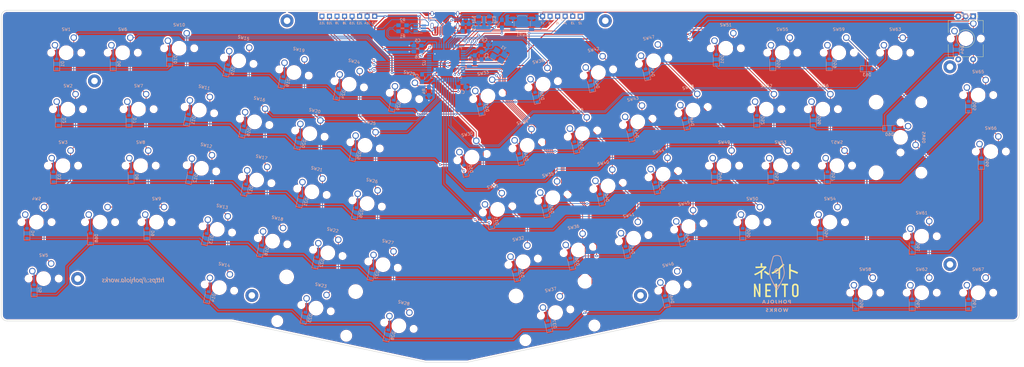
<source format=kicad_pcb>
(kicad_pcb (version 20171130) (host pcbnew "(5.1.5-0-10_14)")
  (title_block (rev 1.1))
  (layers (0 F.Cu signal) (31 B.Cu signal) (34 B.Paste user) (35 F.Paste user) (36 B.SilkS user) (37 F.SilkS user) (38 B.Mask user) (39 F.Mask user) (44 Edge.Cuts user))
  (net 0 "")
  (net 1 GND)
  (net 2 XTAL1)
  (net 3 XTAL2)
  (net 4 VCC)
  (net 5 "Net-(C4-Pad1)")
  (net 6 "Net-(D1-Pad2)")
  (net 7 /row0)
  (net 8 /row1)
  (net 9 "Net-(D2-Pad2)")
  (net 10 "Net-(D3-Pad2)")
  (net 11 /row2)
  (net 12 /row3)
  (net 13 "Net-(D4-Pad2)")
  (net 14 "Net-(D5-Pad2)")
  (net 15 /row4)
  (net 16 "Net-(D6-Pad2)")
  (net 17 "Net-(D7-Pad2)")
  (net 18 "Net-(D8-Pad2)")
  (net 19 "Net-(D9-Pad2)")
  (net 20 "Net-(D10-Pad2)")
  (net 21 "Net-(D11-Pad2)")
  (net 22 "Net-(D12-Pad2)")
  (net 23 "Net-(D13-Pad2)")
  (net 24 "Net-(D14-Pad2)")
  (net 25 "Net-(D15-Pad2)")
  (net 26 "Net-(D16-Pad2)")
  (net 27 "Net-(D17-Pad2)")
  (net 28 "Net-(D18-Pad2)")
  (net 29 "Net-(D19-Pad2)")
  (net 30 "Net-(D20-Pad2)")
  (net 31 "Net-(D21-Pad2)")
  (net 32 "Net-(D22-Pad2)")
  (net 33 "Net-(D23-Pad2)")
  (net 34 "Net-(D24-Pad2)")
  (net 35 "Net-(D25-Pad2)")
  (net 36 "Net-(D26-Pad2)")
  (net 37 "Net-(D27-Pad2)")
  (net 38 "Net-(D28-Pad2)")
  (net 39 "Net-(D29-Pad2)")
  (net 40 "Net-(D30-Pad2)")
  (net 41 "Net-(D31-Pad2)")
  (net 42 "Net-(D32-Pad2)")
  (net 43 "Net-(D33-Pad2)")
  (net 44 "Net-(D34-Pad2)")
  (net 45 "Net-(D35-Pad2)")
  (net 46 "Net-(D36-Pad2)")
  (net 47 "Net-(D37-Pad2)")
  (net 48 "Net-(D38-Pad2)")
  (net 49 "Net-(D39-Pad2)")
  (net 50 "Net-(D40-Pad2)")
  (net 51 "Net-(D41-Pad2)")
  (net 52 "Net-(D42-Pad2)")
  (net 53 "Net-(D43-Pad2)")
  (net 54 "Net-(D44-Pad2)")
  (net 55 "Net-(D45-Pad2)")
  (net 56 "Net-(D46-Pad2)")
  (net 57 "Net-(D47-Pad2)")
  (net 58 "Net-(D48-Pad2)")
  (net 59 "Net-(D49-Pad2)")
  (net 60 "Net-(D50-Pad2)")
  (net 61 "Net-(D51-Pad2)")
  (net 62 "Net-(D52-Pad2)")
  (net 63 "Net-(D53-Pad2)")
  (net 64 "Net-(D54-Pad2)")
  (net 65 "Net-(D55-Pad2)")
  (net 66 "Net-(D56-Pad2)")
  (net 67 "Net-(D57-Pad2)")
  (net 68 "Net-(D58-Pad2)")
  (net 69 "Net-(D59-Pad2)")
  (net 70 "Net-(D60-Pad2)")
  (net 71 "Net-(D61-Pad2)")
  (net 72 "Net-(D62-Pad2)")
  (net 73 "Net-(D63-Pad2)")
  (net 74 "Net-(D64-Pad2)")
  (net 75 "Net-(D65-Pad2)")
  (net 76 "Net-(D66-Pad2)")
  (net 77 "Net-(D67-Pad2)")
  (net 78 /MISO)
  (net 79 /SCK)
  (net 80 /MOSI)
  (net 81 /~RES~)
  (net 82 /PF4)
  (net 83 /PF5)
  (net 84 /PF6)
  (net 85 /PF7)
  (net 86 D+)
  (net 87 D-)
  (net 88 "Net-(R4-Pad1)")
  (net 89 /col0)
  (net 90 /col1)
  (net 91 /col2)
  (net 92 /col3)
  (net 93 /col4)
  (net 94 /col5)
  (net 95 /col6)
  (net 96 /col8)
  (net 97 /col9)
  (net 98 /col10)
  (net 99 /col11)
  (net 100 /col12)
  (net 101 /col13)
  (net 102 "Net-(U1-Pad3)")
  (net 103 "Net-(U1-Pad1)")
  (net 104 "Net-(U2-Pad42)")
  (net 105 "Net-(D68-Pad2)")
  (net 106 "Net-(J13-Pad1)")
  (net 107 "Net-(J14-Pad1)")
  (net 108 "Net-(R_CC1-Pad2)")
  (net 109 "Net-(R_CC2-Pad1)")
  (net 110 "Net-(USB_C1-PadB8)")
  (net 111 "Net-(USB_C1-PadA8)")
  (module "pohjola:Neito(nate)" (layer F.Cu) (at 286.8 115.95)
    (fp_text reference G*** hide)
    (fp_text value LOGO hide)
  )
  (module pohjola:pohjola_site_text (layer B.Cu) (at 69.87 115.51 180)
    (fp_text reference G*** hide)
    (fp_text value LOGO hide)
  )
  (module pohjola:pohjola_text (layer B.Cu) (at 287.1 117.07 180)
    (fp_text reference G*** hide)
    (fp_text value LOGO hide)
  )
  (module Keebio-Parts:RotaryEncoder_EC11 (layer F.Cu) (at 350.77 33.96 270)
    (fp_text reference ENC0)
    (fp_text value Rotary_Encoder_Switch)
    (pad S1 thru_hole circle (at 7 2.5 270) (size 2 2) (drill 1) (layers *.Cu *.Mask) (net 8 /row1))
    (pad S2 thru_hole circle (at 7 -2.5 270) (size 2 2) (drill 1) (layers *.Cu *.Mask) (net 78 /MISO))
    (pad B thru_hole circle (at -7.5 2.5 270) (size 2 2) (drill 1) (layers *.Cu *.Mask) (net 82 /PF4))
    (pad C thru_hole circle (at -7.5 0 270) (size 2 2) (drill 1) (layers *.Cu *.Mask) (net 1 GND))
    (pad A thru_hole rect (at -7.5 -2.5 270) (size 2 2) (drill 1) (layers *.Cu *.Mask) (net 83 /PF5))
  )
  (module MX_Switch:SW_Cherry_MX_2.00u_PCB (layer F.Cu) (at 338.30625 48.245 270)
    (fp_text reference SW60 (at 19.05 1.651 90) (layer B.SilkS) (effects (justify mirror)))
    (fp_text value SW_Push)
    (pad 1 thru_hole circle (at 21.59 4.445 270) (size 2.2 2.2) (drill 1.5) (layers *.Cu *.Mask) (net 101 /col13))
    (pad 2 thru_hole circle (at 15.24 6.985 270) (size 2.2 2.2) (drill 1.5) (layers *.Cu *.Mask) (net 70 "Net-(D60-Pad2)"))
    (pad "" np_thru_hole circle (at 19.05 9.525 270) (size 4 4) (drill 4) (layers *.Cu *.Mask))
    (pad "" np_thru_hole circle (at 13.97 9.525 270) (size 1.7 1.7) (drill 1.7) (layers *.Cu *.Mask))
    (pad "" np_thru_hole circle (at 24.13 9.525 270) (size 1.7 1.7) (drill 1.7) (layers *.Cu *.Mask))
    (pad "" np_thru_hole circle (at 30.95 17.765 270) (size 4 4) (drill 4) (layers *.Cu *.Mask))
    (pad "" np_thru_hole circle (at 7.15 17.765 270) (size 4 4) (drill 4) (layers *.Cu *.Mask))
    (pad "" np_thru_hole circle (at 7.15 2.525 270) (size 3.05 3.05) (drill 3.05) (layers *.Cu *.Mask))
    (pad "" np_thru_hole circle (at 30.95 2.525 270) (size 3.05 3.05) (drill 3.05) (layers *.Cu *.Mask))
  )
  (module Fate_Parts:SW_Cherry_MX_1.75u_PCB (layer F.Cu) (at 29.5875 67.295)
    (fp_text reference SW3 (at 16.66875 1.651) (layer B.SilkS))
    (fp_text value SW_Push)
    (pad "" np_thru_hole circle (at 21.74875 9.525) (size 1.7 1.7) (drill 1.7) (layers *.Cu *.Mask))
    (pad "" np_thru_hole circle (at 11.58875 9.525) (size 1.7 1.7) (drill 1.7) (layers *.Cu *.Mask))
    (pad "" np_thru_hole circle (at 16.66875 9.525) (size 4 4) (drill 4) (layers *.Cu *.Mask))
    (pad 2 thru_hole circle (at 12.85875 6.985) (size 2.2 2.2) (drill 1.5) (layers *.Cu *.Mask) (net 10 "Net-(D3-Pad2)"))
    (pad 1 thru_hole circle (at 19.20875 4.445) (size 2.2 2.2) (drill 1.5) (layers *.Cu *.Mask) (net 89 /col0))
  )
  (module Mounting_Holes:MountingHole_2.2mm_M2_Pad (layer F.Cu) (at 241.060266 120.60872)
    (fp_text reference H6)
    (fp_text value MountingHole)
    (pad 1 thru_hole circle (at 0 0) (size 4.4 4.4) (drill 2.2) (layers *.Cu *.Mask))
  )
  (module Mounting_Holes:MountingHole_2.2mm_M2_Pad (layer F.Cu) (at 345.449949 110.157503)
    (fp_text reference H8)
    (fp_text value MountingHole)
    (pad 1 thru_hole circle (at 0 0) (size 4.4 4.4) (drill 2.2) (layers *.Cu *.Mask))
  )
  (module Capacitors_SMD:C_0805_HandSoldering (layer B.Cu) (at 185.166 40.894 270)
    (fp_text reference C1 (at 0 1.75 270) (layer B.SilkS) (effects (justify mirror)))
    (fp_text value 22pF)
    (pad 1 smd rect (at -1.25 0 270) (size 1.5 1.25) (layers B.Cu B.Paste B.Mask) (net 1 GND))
    (pad 2 smd rect (at 1.25 0 270) (size 1.5 1.25) (layers B.Cu B.Paste B.Mask) (net 2 XTAL1))
  )
  (module Capacitors_SMD:C_0805_HandSoldering (layer B.Cu) (at 187.452 39.751 90)
    (fp_text reference C2 (at 0 1.75 90) (layer B.SilkS) (effects (justify mirror)))
    (fp_text value 22pF)
    (pad 1 smd rect (at -1.25 0 90) (size 1.5 1.25) (layers B.Cu B.Paste B.Mask) (net 3 XTAL2))
    (pad 2 smd rect (at 1.25 0 90) (size 1.5 1.25) (layers B.Cu B.Paste B.Mask) (net 1 GND))
  )
  (module Capacitors_SMD:C_0805_HandSoldering (layer B.Cu) (at 183.134 30.226 90)
    (fp_text reference C3 (at 0 1.75 90) (layer B.SilkS) (effects (justify mirror)))
    (fp_text value 10uF)
    (pad 1 smd rect (at -1.25 0 90) (size 1.5 1.25) (layers B.Cu B.Paste B.Mask) (net 4 VCC))
    (pad 2 smd rect (at 1.25 0 90) (size 1.5 1.25) (layers B.Cu B.Paste B.Mask) (net 1 GND))
  )
  (module Capacitors_SMD:C_0805_HandSoldering (layer B.Cu) (at 181.102 30.226 90)
    (fp_text reference C4 (at 0 -1.75 90) (layer B.SilkS) (effects (justify mirror)))
    (fp_text value "1uF (±10%)")
    (pad 1 smd rect (at -1.25 0 90) (size 1.5 1.25) (layers B.Cu B.Paste B.Mask) (net 5 "Net-(C4-Pad1)"))
    (pad 2 smd rect (at 1.25 0 90) (size 1.5 1.25) (layers B.Cu B.Paste B.Mask) (net 1 GND))
  )
  (module Capacitors_SMD:C_0805_HandSoldering (layer B.Cu) (at 165.882 36.322 180)
    (fp_text reference C5 (at 0 1.75 180) (layer B.SilkS) (effects (justify mirror)))
    (fp_text value 1uF)
    (pad 1 smd rect (at -1.25 0 180) (size 1.5 1.25) (layers B.Cu B.Paste B.Mask) (net 4 VCC))
    (pad 2 smd rect (at 1.25 0 180) (size 1.5 1.25) (layers B.Cu B.Paste B.Mask) (net 1 GND))
  )
  (module Capacitors_SMD:C_0805_HandSoldering (layer B.Cu) (at 165.882 38.354 180)
    (fp_text reference C6 (at 0 -1.75 180) (layer B.SilkS) (effects (justify mirror)))
    (fp_text value 0.1uF)
    (pad 1 smd rect (at -1.25 0 180) (size 1.5 1.25) (layers B.Cu B.Paste B.Mask) (net 4 VCC))
    (pad 2 smd rect (at 1.25 0 180) (size 1.5 1.25) (layers B.Cu B.Paste B.Mask) (net 1 GND))
  )
  (module Capacitors_SMD:C_0805_HandSoldering (layer B.Cu) (at 180.848 50.292)
    (fp_text reference C7 (at 0 1.75) (layer B.SilkS) (effects (justify mirror)))
    (fp_text value 0.1uF)
    (pad 1 smd rect (at -1.25 0) (size 1.5 1.25) (layers B.Cu B.Paste B.Mask) (net 4 VCC))
    (pad 2 smd rect (at 1.25 0) (size 1.5 1.25) (layers B.Cu B.Paste B.Mask) (net 1 GND))
  )
  (module Capacitors_SMD:C_0805_HandSoldering (layer B.Cu) (at 167.386 47.244 90)
    (fp_text reference C8 (at 0.5 -1.75 90) (layer B.SilkS) (effects (justify mirror)))
    (fp_text value 0.1uF)
    (pad 1 smd rect (at -1.25 0 90) (size 1.5 1.25) (layers B.Cu B.Paste B.Mask) (net 4 VCC))
    (pad 2 smd rect (at 1.25 0 90) (size 1.5 1.25) (layers B.Cu B.Paste B.Mask) (net 1 GND))
  )
  (module Capacitors_SMD:C_0805_HandSoldering (layer B.Cu) (at 188.448 36.068)
    (fp_text reference C9 (at 0 -1.75) (layer B.SilkS) (effects (justify mirror)))
    (fp_text value 0.1uF)
    (pad 1 smd rect (at -1.25 0) (size 1.5 1.25) (layers B.Cu B.Paste B.Mask) (net 4 VCC))
    (pad 2 smd rect (at 1.25 0) (size 1.5 1.25) (layers B.Cu B.Paste B.Mask) (net 1 GND))
  )
  (module Diodes_SMD:D_SOD-123 (layer B.Cu) (at 44.115 42.495 90)
    (fp_text reference D1 (at 0 2 90) (layer B.SilkS) (effects (justify mirror)))
    (fp_text value D)
    (pad 1 smd rect (at -1.65 0 90) (size 0.9 1.2) (layers B.Cu B.Paste B.Mask) (net 7 /row0))
    (pad 2 smd rect (at 1.65 0 90) (size 0.9 1.2) (layers B.Cu B.Paste B.Mask) (net 6 "Net-(D1-Pad2)"))
  )
  (module Diodes_SMD:D_SOD-123 (layer B.Cu) (at 44.715 61.545 90)
    (fp_text reference D2 (at 0 2 90) (layer B.SilkS) (effects (justify mirror)))
    (fp_text value D)
    (pad 1 smd rect (at -1.65 0 90) (size 0.9 1.2) (layers B.Cu B.Paste B.Mask) (net 8 /row1))
    (pad 2 smd rect (at 1.65 0 90) (size 0.9 1.2) (layers B.Cu B.Paste B.Mask) (net 9 "Net-(D2-Pad2)"))
  )
  (module Diodes_SMD:D_SOD-123 (layer B.Cu) (at 43.03125 80.595 90)
    (fp_text reference D3 (at 0 2 90) (layer B.SilkS) (effects (justify mirror)))
    (fp_text value D)
    (pad 1 smd rect (at -1.65 0 90) (size 0.9 1.2) (layers B.Cu B.Paste B.Mask) (net 11 /row2))
    (pad 2 smd rect (at 1.65 0 90) (size 0.9 1.2) (layers B.Cu B.Paste B.Mask) (net 10 "Net-(D3-Pad2)"))
  )
  (module Diodes_SMD:D_SOD-123 (layer B.Cu) (at 34.09375 99.645 90)
    (fp_text reference D4 (at 0 2 90) (layer B.SilkS) (effects (justify mirror)))
    (fp_text value D)
    (pad 1 smd rect (at -1.65 0 90) (size 0.9 1.2) (layers B.Cu B.Paste B.Mask) (net 12 /row3))
    (pad 2 smd rect (at 1.65 0 90) (size 0.9 1.2) (layers B.Cu B.Paste B.Mask) (net 13 "Net-(D4-Pad2)"))
  )
  (module Diodes_SMD:D_SOD-123 (layer B.Cu) (at 36.485 118.695 90)
    (fp_text reference D5 (at 0 2 90) (layer B.SilkS) (effects (justify mirror)))
    (fp_text value D)
    (pad 1 smd rect (at -1.65 0 90) (size 0.9 1.2) (layers B.Cu B.Paste B.Mask) (net 15 /row4))
    (pad 2 smd rect (at 1.65 0 90) (size 0.9 1.2) (layers B.Cu B.Paste B.Mask) (net 14 "Net-(D5-Pad2)"))
  )
  (module Diodes_SMD:D_SOD-123 (layer B.Cu) (at 63.165 42.495 90)
    (fp_text reference D6 (at 0 2 90) (layer B.SilkS) (effects (justify mirror)))
    (fp_text value D)
    (pad 1 smd rect (at -1.65 0 90) (size 0.9 1.2) (layers B.Cu B.Paste B.Mask) (net 7 /row0))
    (pad 2 smd rect (at 1.65 0 90) (size 0.9 1.2) (layers B.Cu B.Paste B.Mask) (net 16 "Net-(D6-Pad2)"))
  )
  (module Diodes_SMD:D_SOD-123 (layer B.Cu) (at 68.525 61.545 90)
    (fp_text reference D7 (at 0 2 90) (layer B.SilkS) (effects (justify mirror)))
    (fp_text value D)
    (pad 1 smd rect (at -1.65 0 90) (size 0.9 1.2) (layers B.Cu B.Paste B.Mask) (net 8 /row1))
    (pad 2 smd rect (at 1.65 0 90) (size 0.9 1.2) (layers B.Cu B.Paste B.Mask) (net 17 "Net-(D7-Pad2)"))
  )
  (module Diodes_SMD:D_SOD-123 (layer B.Cu) (at 69.225 80.595 90)
    (fp_text reference D8 (at 0 2 90) (layer B.SilkS) (effects (justify mirror)))
    (fp_text value D)
    (pad 1 smd rect (at -1.65 0 90) (size 0.9 1.2) (layers B.Cu B.Paste B.Mask) (net 11 /row2))
    (pad 2 smd rect (at 1.65 0 90) (size 0.9 1.2) (layers B.Cu B.Paste B.Mask) (net 18 "Net-(D8-Pad2)"))
  )
  (module Diodes_SMD:D_SOD-123 (layer B.Cu) (at 74.575 99.645 90)
    (fp_text reference D9 (at 0 2 90) (layer B.SilkS) (effects (justify mirror)))
    (fp_text value D)
    (pad 1 smd rect (at -1.65 0 90) (size 0.9 1.2) (layers B.Cu B.Paste B.Mask) (net 12 /row3))
    (pad 2 smd rect (at 1.65 0 90) (size 0.9 1.2) (layers B.Cu B.Paste B.Mask) (net 19 "Net-(D9-Pad2)"))
  )
  (module Diodes_SMD:D_SOD-123 (layer B.Cu) (at 82.215 40.994615 90)
    (fp_text reference D10 (at 0 2 90) (layer B.SilkS) (effects (justify mirror)))
    (fp_text value D)
    (pad 1 smd rect (at -1.65 0 90) (size 0.9 1.2) (layers B.Cu B.Paste B.Mask) (net 7 /row0))
    (pad 2 smd rect (at 1.65 0 90) (size 0.9 1.2) (layers B.Cu B.Paste B.Mask) (net 20 "Net-(D10-Pad2)"))
  )
  (module Diodes_SMD:D_SOD-123 (layer B.Cu) (at 88.315851 61.116624 78)
    (fp_text reference D11 (at 0 2 78) (layer B.SilkS) (effects (justify mirror)))
    (fp_text value D)
    (pad 1 smd rect (at -1.65 0 78) (size 0.9 1.2) (layers B.Cu B.Paste B.Mask) (net 8 /row1))
    (pad 2 smd rect (at 1.65 0 78) (size 0.9 1.2) (layers B.Cu B.Paste B.Mask) (net 21 "Net-(D11-Pad2)"))
  )
  (module Diodes_SMD:D_SOD-123 (layer B.Cu) (at 89.013518 80.740517 78)
    (fp_text reference D12 (at 0 2 78) (layer B.SilkS) (effects (justify mirror)))
    (fp_text value D)
    (pad 1 smd rect (at -1.65 0 78) (size 0.9 1.2) (layers B.Cu B.Paste B.Mask) (net 11 /row2))
    (pad 2 smd rect (at 1.65 0 78) (size 0.9 1.2) (layers B.Cu B.Paste B.Mask) (net 22 "Net-(D12-Pad2)"))
  )
  (module Diodes_SMD:D_SOD-123 (layer B.Cu) (at 94.3696 101.354586 78)
    (fp_text reference D13 (at 0 2 78) (layer B.SilkS) (effects (justify mirror)))
    (fp_text value D)
    (pad 1 smd rect (at -1.65 0 78) (size 0.9 1.2) (layers B.Cu B.Paste B.Mask) (net 12 /row3))
    (pad 2 smd rect (at 1.65 0 78) (size 0.9 1.2) (layers B.Cu B.Paste B.Mask) (net 23 "Net-(D13-Pad2)"))
  )
  (module Diodes_SMD:D_SOD-123 (layer B.Cu) (at 95.067301 120.978474 78)
    (fp_text reference D14 (at 0 2 78) (layer B.SilkS) (effects (justify mirror)))
    (fp_text value D)
    (pad 1 smd rect (at -1.65 0 78) (size 0.9 1.2) (layers B.Cu B.Paste B.Mask) (net 15 /row4))
    (pad 2 smd rect (at 1.65 0 78) (size 0.9 1.2) (layers B.Cu B.Paste B.Mask) (net 24 "Net-(D14-Pad2)"))
  )
  (module Diodes_SMD:D_SOD-123 (layer B.Cu) (at 101.593509 44.463281 78)
    (fp_text reference D15 (at 0 2 78) (layer B.SilkS) (effects (justify mirror)))
    (fp_text value D)
    (pad 1 smd rect (at -1.65 0 78) (size 0.9 1.2) (layers B.Cu B.Paste B.Mask) (net 7 /row0))
    (pad 2 smd rect (at 1.65 0 78) (size 0.9 1.2) (layers B.Cu B.Paste B.Mask) (net 25 "Net-(D15-Pad2)"))
  )
  (module Diodes_SMD:D_SOD-123 (layer B.Cu) (at 106.949561 65.07735 78)
    (fp_text reference D16 (at 0 2 78) (layer B.SilkS) (effects (justify mirror)))
    (fp_text value D)
    (pad 1 smd rect (at -1.65 0 78) (size 0.9 1.2) (layers B.Cu B.Paste B.Mask) (net 8 /row1))
    (pad 2 smd rect (at 1.65 0 78) (size 0.9 1.2) (layers B.Cu B.Paste B.Mask) (net 26 "Net-(D16-Pad2)"))
  )
  (module Diodes_SMD:D_SOD-123 (layer B.Cu) (at 107.647228 84.701244 78)
    (fp_text reference D17 (at 0 2 78) (layer B.SilkS) (effects (justify mirror)))
    (fp_text value D)
    (pad 1 smd rect (at -1.65 0 78) (size 0.9 1.2) (layers B.Cu B.Paste B.Mask) (net 11 /row2))
    (pad 2 smd rect (at 1.65 0 78) (size 0.9 1.2) (layers B.Cu B.Paste B.Mask) (net 27 "Net-(D17-Pad2)"))
  )
  (module Diodes_SMD:D_SOD-123 (layer B.Cu) (at 113.00331 105.315312 78)
    (fp_text reference D18 (at 0 2 78) (layer B.SilkS) (effects (justify mirror)))
    (fp_text value D)
    (pad 1 smd rect (at -1.65 0 78) (size 0.9 1.2) (layers B.Cu B.Paste B.Mask) (net 12 /row3))
    (pad 2 smd rect (at 1.65 0 78) (size 0.9 1.2) (layers B.Cu B.Paste B.Mask) (net 28 "Net-(D18-Pad2)"))
  )
  (module Diodes_SMD:D_SOD-123 (layer B.Cu) (at 120.22722 48.423999 78)
    (fp_text reference D19 (at 0 2 78) (layer B.SilkS) (effects (justify mirror)))
    (fp_text value D)
    (pad 1 smd rect (at -1.65 0 78) (size 0.9 1.2) (layers B.Cu B.Paste B.Mask) (net 7 /row0))
    (pad 2 smd rect (at 1.65 0 78) (size 0.9 1.2) (layers B.Cu B.Paste B.Mask) (net 29 "Net-(D19-Pad2)"))
  )
  (module Diodes_SMD:D_SOD-123 (layer B.Cu) (at 125.583271 69.038077 78)
    (fp_text reference D20 (at 0 2 78) (layer B.SilkS) (effects (justify mirror)))
    (fp_text value D)
    (pad 1 smd rect (at -1.65 0 78) (size 0.9 1.2) (layers B.Cu B.Paste B.Mask) (net 8 /row1))
    (pad 2 smd rect (at 1.65 0 78) (size 0.9 1.2) (layers B.Cu B.Paste B.Mask) (net 30 "Net-(D20-Pad2)"))
  )
  (module Diodes_SMD:D_SOD-123 (layer B.Cu) (at 126.280938 88.661971 78)
    (fp_text reference D21 (at 0 2 78) (layer B.SilkS) (effects (justify mirror)))
    (fp_text value D)
    (pad 1 smd rect (at -1.65 0 78) (size 0.9 1.2) (layers B.Cu B.Paste B.Mask) (net 11 /row2))
    (pad 2 smd rect (at 1.65 0 78) (size 0.9 1.2) (layers B.Cu B.Paste B.Mask) (net 31 "Net-(D21-Pad2)"))
  )
  (module Diodes_SMD:D_SOD-123 (layer B.Cu) (at 131.637019 109.276039 78)
    (fp_text reference D22 (at 0 2 78) (layer B.SilkS) (effects (justify mirror)))
    (fp_text value D)
    (pad 1 smd rect (at -1.65 0 78) (size 0.9 1.2) (layers B.Cu B.Paste B.Mask) (net 12 /row3))
    (pad 2 smd rect (at 1.65 0 78) (size 0.9 1.2) (layers B.Cu B.Paste B.Mask) (net 32 "Net-(D22-Pad2)"))
  )
  (module Diodes_SMD:D_SOD-123 (layer B.Cu) (at 127.676293 127.909749 78)
    (fp_text reference D23 (at 0 2 78) (layer B.SilkS) (effects (justify mirror)))
    (fp_text value D)
    (pad 1 smd rect (at -1.65 0 78) (size 0.9 1.2) (layers B.Cu B.Paste B.Mask) (net 15 /row4))
    (pad 2 smd rect (at 1.65 0 78) (size 0.9 1.2) (layers B.Cu B.Paste B.Mask) (net 33 "Net-(D23-Pad2)"))
  )
  (module Diodes_SMD:D_SOD-123 (layer B.Cu) (at 138.860932 52.384717 78)
    (fp_text reference D24 (at 0 2 78) (layer B.SilkS) (effects (justify mirror)))
    (fp_text value D)
    (pad 1 smd rect (at -1.65 0 78) (size 0.9 1.2) (layers B.Cu B.Paste B.Mask) (net 7 /row0))
    (pad 2 smd rect (at 1.65 0 78) (size 0.9 1.2) (layers B.Cu B.Paste B.Mask) (net 34 "Net-(D24-Pad2)"))
  )
  (module Diodes_SMD:D_SOD-123 (layer B.Cu) (at 144.216981 72.998804 78)
    (fp_text reference D25 (at 0 2 78) (layer B.SilkS) (effects (justify mirror)))
    (fp_text value D)
    (pad 1 smd rect (at -1.65 0 78) (size 0.9 1.2) (layers B.Cu B.Paste B.Mask) (net 8 /row1))
    (pad 2 smd rect (at 1.65 0 78) (size 0.9 1.2) (layers B.Cu B.Paste B.Mask) (net 35 "Net-(D25-Pad2)"))
  )
  (module Diodes_SMD:D_SOD-123 (layer B.Cu) (at 144.914648 92.622698 78)
    (fp_text reference D26 (at 0 2 78) (layer B.SilkS) (effects (justify mirror)))
    (fp_text value D)
    (pad 1 smd rect (at -1.65 0 78) (size 0.9 1.2) (layers B.Cu B.Paste B.Mask) (net 11 /row2))
    (pad 2 smd rect (at 1.65 0 78) (size 0.9 1.2) (layers B.Cu B.Paste B.Mask) (net 36 "Net-(D26-Pad2)"))
  )
  (module Diodes_SMD:D_SOD-123 (layer B.Cu) (at 150.270729 113.236766 78)
    (fp_text reference D27 (at 0 2 78) (layer B.SilkS) (effects (justify mirror)))
    (fp_text value D)
    (pad 1 smd rect (at -1.65 0 78) (size 0.9 1.2) (layers B.Cu B.Paste B.Mask) (net 12 /row3))
    (pad 2 smd rect (at 1.65 0 78) (size 0.9 1.2) (layers B.Cu B.Paste B.Mask) (net 37 "Net-(D27-Pad2)"))
  )
  (module Diodes_SMD:D_SOD-123 (layer B.Cu) (at 155.626866 133.850795 78)
    (fp_text reference D28 (at 0 2 78) (layer B.SilkS) (effects (justify mirror)))
    (fp_text value D)
    (pad 1 smd rect (at -1.65 0 78) (size 0.9 1.2) (layers B.Cu B.Paste B.Mask) (net 15 /row4))
    (pad 2 smd rect (at 1.65 0 78) (size 0.9 1.2) (layers B.Cu B.Paste B.Mask) (net 38 "Net-(D28-Pad2)"))
  )
  (module Diodes_SMD:D_SOD-123 (layer B.Cu) (at 157.494644 56.345434 78)
    (fp_text reference D29 (at 0 2 78) (layer B.SilkS) (effects (justify mirror)))
    (fp_text value D)
    (pad 1 smd rect (at -1.65 0 78) (size 0.9 1.2) (layers B.Cu B.Paste B.Mask) (net 7 /row0))
    (pad 2 smd rect (at 1.65 0 78) (size 0.9 1.2) (layers B.Cu B.Paste B.Mask) (net 39 "Net-(D29-Pad2)"))
  )
  (module Diodes_SMD:D_SOD-123 (layer B.Cu) (at 181.863423 78.299527 102)
    (fp_text reference D30 (at 0 2 102) (layer B.SilkS) (effects (justify mirror)))
    (fp_text value D)
    (pad 1 smd rect (at -1.65 0 102) (size 0.9 1.2) (layers B.Cu B.Paste B.Mask) (net 8 /row1))
    (pad 2 smd rect (at 1.65 0 102) (size 0.9 1.2) (layers B.Cu B.Paste B.Mask) (net 40 "Net-(D30-Pad2)"))
  )
  (module Diodes_SMD:D_SOD-123 (layer B.Cu) (at 190.482544 95.943079 102)
    (fp_text reference D31 (at 0 2 102) (layer B.SilkS) (effects (justify mirror)))
    (fp_text value D)
    (pad 1 smd rect (at -1.65 0 102) (size 0.9 1.2) (layers B.Cu B.Paste B.Mask) (net 11 /row2))
    (pad 2 smd rect (at 1.65 0 102) (size 0.9 1.2) (layers B.Cu B.Paste B.Mask) (net 41 "Net-(D31-Pad2)"))
  )
  (module Diodes_SMD:D_SOD-123 (layer B.Cu) (at 199.101665 113.586631 102)
    (fp_text reference D32 (at 0 2 102) (layer B.SilkS) (effects (justify mirror)))
    (fp_text value D)
    (pad 1 smd rect (at -1.65 0 102) (size 0.9 1.2) (layers B.Cu B.Paste B.Mask) (net 12 /row3))
    (pad 2 smd rect (at 1.65 0 102) (size 0.9 1.2) (layers B.Cu B.Paste B.Mask) (net 42 "Net-(D32-Pad2)"))
  )
  (module Diodes_SMD:D_SOD-123 (layer B.Cu) (at 187.21965 57.685428 102)
    (fp_text reference D33 (at 0 2 102) (layer B.SilkS) (effects (justify mirror)))
    (fp_text value D)
    (pad 1 smd rect (at -1.65 0 102) (size 0.9 1.2) (layers B.Cu B.Paste B.Mask) (net 7 /row0))
    (pad 2 smd rect (at 1.65 0 102) (size 0.9 1.2) (layers B.Cu B.Paste B.Mask) (net 43 "Net-(D33-Pad2)"))
  )
  (module Diodes_SMD:D_SOD-123 (layer B.Cu) (at 200.497134 74.338809 102)
    (fp_text reference D34 (at 0 2 102) (layer B.SilkS) (effects (justify mirror)))
    (fp_text value D)
    (pad 1 smd rect (at -1.65 0 102) (size 0.9 1.2) (layers B.Cu B.Paste B.Mask) (net 8 /row1))
    (pad 2 smd rect (at 1.65 0 102) (size 0.9 1.2) (layers B.Cu B.Paste B.Mask) (net 44 "Net-(D34-Pad2)"))
  )
  (module Diodes_SMD:D_SOD-123 (layer B.Cu) (at 209.116255 91.982361 102)
    (fp_text reference D35 (at 0 2 102) (layer B.SilkS) (effects (justify mirror)))
    (fp_text value D)
    (pad 1 smd rect (at -1.65 0 102) (size 0.9 1.2) (layers B.Cu B.Paste B.Mask) (net 11 /row2))
    (pad 2 smd rect (at 1.65 0 102) (size 0.9 1.2) (layers B.Cu B.Paste B.Mask) (net 45 "Net-(D35-Pad2)"))
  )
  (module Diodes_SMD:D_SOD-123 (layer B.Cu) (at 217.735377 109.625913 102)
    (fp_text reference D36 (at 0 2 102) (layer B.SilkS) (effects (justify mirror)))
    (fp_text value D)
    (pad 1 smd rect (at -1.65 0 102) (size 0.9 1.2) (layers B.Cu B.Paste B.Mask) (net 12 /row3))
    (pad 2 smd rect (at 1.65 0 102) (size 0.9 1.2) (layers B.Cu B.Paste B.Mask) (net 46 "Net-(D36-Pad2)"))
  )
  (module Diodes_SMD:D_SOD-123 (layer B.Cu) (at 210.050066 130.735038 102)
    (fp_text reference D37 (at 0 2 102) (layer B.SilkS) (effects (justify mirror)))
    (fp_text value D)
    (pad 1 smd rect (at -1.65 0 102) (size 0.9 1.2) (layers B.Cu B.Paste B.Mask) (net 15 /row4))
    (pad 2 smd rect (at 1.65 0 102) (size 0.9 1.2) (layers B.Cu B.Paste B.Mask) (net 47 "Net-(D37-Pad2)"))
  )
  (module Diodes_SMD:D_SOD-123 (layer B.Cu) (at 205.853362 53.72471 102)
    (fp_text reference D38 (at 0 2 102) (layer B.SilkS) (effects (justify mirror)))
    (fp_text value D)
    (pad 1 smd rect (at -1.65 0 102) (size 0.9 1.2) (layers B.Cu B.Paste B.Mask) (net 7 /row0))
    (pad 2 smd rect (at 1.65 0 102) (size 0.9 1.2) (layers B.Cu B.Paste B.Mask) (net 48 "Net-(D38-Pad2)"))
  )
  (module Diodes_SMD:D_SOD-123 (layer B.Cu) (at 219.130846 70.378092 102)
    (fp_text reference D39 (at 0 2 102) (layer B.SilkS) (effects (justify mirror)))
    (fp_text value D)
    (pad 1 smd rect (at -1.65 0 102) (size 0.9 1.2) (layers B.Cu B.Paste B.Mask) (net 8 /row1))
    (pad 2 smd rect (at 1.65 0 102) (size 0.9 1.2) (layers B.Cu B.Paste B.Mask) (net 49 "Net-(D39-Pad2)"))
  )
  (module Diodes_SMD:D_SOD-123 (layer B.Cu) (at 227.749967 88.021644 102)
    (fp_text reference D40 (at 0 2 102) (layer B.SilkS) (effects (justify mirror)))
    (fp_text value D)
    (pad 1 smd rect (at -1.65 0 102) (size 0.9 1.2) (layers B.Cu B.Paste B.Mask) (net 11 /row2))
    (pad 2 smd rect (at 1.65 0 102) (size 0.9 1.2) (layers B.Cu B.Paste B.Mask) (net 50 "Net-(D40-Pad2)"))
  )
  (module Diodes_SMD:D_SOD-123 (layer B.Cu) (at 236.369088 105.665196 102)
    (fp_text reference D41 (at 0 2 102) (layer B.SilkS) (effects (justify mirror)))
    (fp_text value D)
    (pad 1 smd rect (at -1.65 0 102) (size 0.9 1.2) (layers B.Cu B.Paste B.Mask) (net 12 /row3))
    (pad 2 smd rect (at 1.65 0 102) (size 0.9 1.2) (layers B.Cu B.Paste B.Mask) (net 51 "Net-(D41-Pad2)"))
  )
  (module Diodes_SMD:D_SOD-123 (layer B.Cu) (at 224.487074 49.763993 102)
    (fp_text reference D42 (at 0 2 102) (layer B.SilkS) (effects (justify mirror)))
    (fp_text value D)
    (pad 1 smd rect (at -1.65 0 102) (size 0.9 1.2) (layers B.Cu B.Paste B.Mask) (net 7 /row0))
    (pad 2 smd rect (at 1.65 0 102) (size 0.9 1.2) (layers B.Cu B.Paste B.Mask) (net 52 "Net-(D42-Pad2)"))
  )
  (module Diodes_SMD:D_SOD-123 (layer B.Cu) (at 237.764558 66.417374 102)
    (fp_text reference D43 (at 0 2 102) (layer B.SilkS) (effects (justify mirror)))
    (fp_text value D)
    (pad 1 smd rect (at -1.65 0 102) (size 0.9 1.2) (layers B.Cu B.Paste B.Mask) (net 8 /row1))
    (pad 2 smd rect (at 1.65 0 102) (size 0.9 1.2) (layers B.Cu B.Paste B.Mask) (net 53 "Net-(D43-Pad2)"))
  )
  (module Diodes_SMD:D_SOD-123 (layer B.Cu) (at 246.383679 84.060926 102)
    (fp_text reference D44 (at 0 2 102) (layer B.SilkS) (effects (justify mirror)))
    (fp_text value D)
    (pad 1 smd rect (at -1.65 0 102) (size 0.9 1.2) (layers B.Cu B.Paste B.Mask) (net 11 /row2))
    (pad 2 smd rect (at 1.65 0 102) (size 0.9 1.2) (layers B.Cu B.Paste B.Mask) (net 54 "Net-(D44-Pad2)"))
  )
  (module Diodes_SMD:D_SOD-123 (layer B.Cu) (at 255.0028 101.704478 102)
    (fp_text reference D45 (at 0 2 102) (layer B.SilkS) (effects (justify mirror)))
    (fp_text value D)
    (pad 1 smd rect (at -1.65 0 102) (size 0.9 1.2) (layers B.Cu B.Paste B.Mask) (net 12 /row3))
    (pad 2 smd rect (at 1.65 0 102) (size 0.9 1.2) (layers B.Cu B.Paste B.Mask) (net 55 "Net-(D45-Pad2)"))
  )
  (module Diodes_SMD:D_SOD-123 (layer B.Cu) (at 249.646702 122.318526 102)
    (fp_text reference D46 (at 0 2 102) (layer B.SilkS) (effects (justify mirror)))
    (fp_text value D)
    (pad 1 smd rect (at -1.65 0 102) (size 0.9 1.2) (layers B.Cu B.Paste B.Mask) (net 15 /row4))
    (pad 2 smd rect (at 1.65 0 102) (size 0.9 1.2) (layers B.Cu B.Paste B.Mask) (net 56 "Net-(D46-Pad2)"))
  )
  (module Diodes_SMD:D_SOD-123 (layer B.Cu) (at 243.120785 45.803275 102)
    (fp_text reference D47 (at 0 2 102) (layer B.SilkS) (effects (justify mirror)))
    (fp_text value D)
    (pad 1 smd rect (at -1.65 0 102) (size 0.9 1.2) (layers B.Cu B.Paste B.Mask) (net 7 /row0))
    (pad 2 smd rect (at 1.65 0 102) (size 0.9 1.2) (layers B.Cu B.Paste B.Mask) (net 57 "Net-(D47-Pad2)"))
  )
  (module Diodes_SMD:D_SOD-123 (layer B.Cu) (at 256.39827 62.456656 102)
    (fp_text reference D48 (at 0 2 102) (layer B.SilkS) (effects (justify mirror)))
    (fp_text value D)
    (pad 1 smd rect (at -1.65 0 102) (size 0.9 1.2) (layers B.Cu B.Paste B.Mask) (net 8 /row1))
    (pad 2 smd rect (at 1.65 0 102) (size 0.9 1.2) (layers B.Cu B.Paste B.Mask) (net 58 "Net-(D48-Pad2)"))
  )
  (module Diodes_SMD:D_SOD-123 (layer B.Cu) (at 266.025 80.595 90)
    (fp_text reference D49 (at 0 2 90) (layer B.SilkS) (effects (justify mirror)))
    (fp_text value D)
    (pad 1 smd rect (at -1.65 0 90) (size 0.9 1.2) (layers B.Cu B.Paste B.Mask) (net 11 /row2))
    (pad 2 smd rect (at 1.65 0 90) (size 0.9 1.2) (layers B.Cu B.Paste B.Mask) (net 59 "Net-(D49-Pad2)"))
  )
  (module Diodes_SMD:D_SOD-123 (layer B.Cu) (at 275.550019 99.644998 90)
    (fp_text reference D50 (at 0 2 90) (layer B.SilkS) (effects (justify mirror)))
    (fp_text value D)
    (pad 1 smd rect (at -1.65 0 90) (size 0.9 1.2) (layers B.Cu B.Paste B.Mask) (net 12 /row3))
    (pad 2 smd rect (at 1.65 0 90) (size 0.9 1.2) (layers B.Cu B.Paste B.Mask) (net 60 "Net-(D50-Pad2)"))
  )
  (module Diodes_SMD:D_SOD-123 (layer B.Cu) (at 266.615 40.994615 90)
    (fp_text reference D51 (at 0 2 90) (layer B.SilkS) (effects (justify mirror)))
    (fp_text value D)
    (pad 1 smd rect (at -1.65 0 90) (size 0.9 1.2) (layers B.Cu B.Paste B.Mask) (net 7 /row0))
    (pad 2 smd rect (at 1.65 0 90) (size 0.9 1.2) (layers B.Cu B.Paste B.Mask) (net 61 "Net-(D51-Pad2)"))
  )
  (module Diodes_SMD:D_SOD-123 (layer B.Cu) (at 280.305 61.545 90)
    (fp_text reference D52 (at 0 2 90) (layer B.SilkS) (effects (justify mirror)))
    (fp_text value D)
    (pad 1 smd rect (at -1.65 0 90) (size 0.9 1.2) (layers B.Cu B.Paste B.Mask) (net 8 /row1))
    (pad 2 smd rect (at 1.65 0 90) (size 0.9 1.2) (layers B.Cu B.Paste B.Mask) (net 62 "Net-(D52-Pad2)"))
  )
  (module Diodes_SMD:D_SOD-123 (layer B.Cu) (at 285.075 80.595 90)
    (fp_text reference D53 (at 0 2 90) (layer B.SilkS) (effects (justify mirror)))
    (fp_text value D)
    (pad 1 smd rect (at -1.65 0 90) (size 0.9 1.2) (layers B.Cu B.Paste B.Mask) (net 11 /row2))
    (pad 2 smd rect (at 1.65 0 90) (size 0.9 1.2) (layers B.Cu B.Paste B.Mask) (net 63 "Net-(D53-Pad2)"))
  )
  (module Diodes_SMD:D_SOD-123 (layer B.Cu) (at 301.743769 99.644998 90)
    (fp_text reference D54 (at 0 2 90) (layer B.SilkS) (effects (justify mirror)))
    (fp_text value D)
    (pad 1 smd rect (at -1.65 0 90) (size 0.9 1.2) (layers B.Cu B.Paste B.Mask) (net 12 /row3))
    (pad 2 smd rect (at 1.65 0 90) (size 0.9 1.2) (layers B.Cu B.Paste B.Mask) (net 64 "Net-(D54-Pad2)"))
  )
  (module Diodes_SMD:D_SOD-123 (layer B.Cu) (at 285.665 42.495 90)
    (fp_text reference D55 (at 0 2 90) (layer B.SilkS) (effects (justify mirror)))
    (fp_text value D)
    (pad 1 smd rect (at -1.65 0 90) (size 0.9 1.2) (layers B.Cu B.Paste B.Mask) (net 7 /row0))
    (pad 2 smd rect (at 1.65 0 90) (size 0.9 1.2) (layers B.Cu B.Paste B.Mask) (net 65 "Net-(D55-Pad2)"))
  )
  (module Diodes_SMD:D_SOD-123 (layer B.Cu) (at 299.355 61.545 90)
    (fp_text reference D56 (at 0 2 90) (layer B.SilkS) (effects (justify mirror)))
    (fp_text value D)
    (pad 1 smd rect (at -1.65 0 90) (size 0.9 1.2) (layers B.Cu B.Paste B.Mask) (net 8 /row1))
    (pad 2 smd rect (at 1.65 0 90) (size 0.9 1.2) (layers B.Cu B.Paste B.Mask) (net 66 "Net-(D56-Pad2)"))
  )
  (module Diodes_SMD:D_SOD-123 (layer B.Cu) (at 304.125 80.595 90)
    (fp_text reference D57 (at 0 2 90) (layer B.SilkS) (effects (justify mirror)))
    (fp_text value D)
    (pad 1 smd rect (at -1.65 0 90) (size 0.9 1.2) (layers B.Cu B.Paste B.Mask) (net 11 /row2))
    (pad 2 smd rect (at 1.65 0 90) (size 0.9 1.2) (layers B.Cu B.Paste B.Mask) (net 67 "Net-(D57-Pad2)"))
  )
  (module Diodes_SMD:D_SOD-123 (layer B.Cu) (at 313.649949 123.457503 90)
    (fp_text reference D58 (at 0 2 90) (layer B.SilkS) (effects (justify mirror)))
    (fp_text value D)
    (pad 1 smd rect (at -1.65 0 90) (size 0.9 1.2) (layers B.Cu B.Paste B.Mask) (net 15 /row4))
    (pad 2 smd rect (at 1.65 0 90) (size 0.9 1.2) (layers B.Cu B.Paste B.Mask) (net 68 "Net-(D58-Pad2)"))
  )
  (module Diodes_SMD:D_SOD-123 (layer B.Cu) (at 304.715 42.495 90)
    (fp_text reference D59 (at 0 2 90) (layer B.SilkS) (effects (justify mirror)))
    (fp_text value D)
    (pad 1 smd rect (at -1.65 0 90) (size 0.9 1.2) (layers B.Cu B.Paste B.Mask) (net 7 /row0))
    (pad 2 smd rect (at 1.65 0 90) (size 0.9 1.2) (layers B.Cu B.Paste B.Mask) (net 69 "Net-(D59-Pad2)"))
  )
  (module Diodes_SMD:D_SOD-123 (layer B.Cu) (at 325.040625 64.29375)
    (fp_text reference D60 (at 0 2) (layer B.SilkS) (effects (justify mirror)))
    (fp_text value D)
    (pad 1 smd rect (at -1.65 0) (size 0.9 1.2) (layers B.Cu B.Paste B.Mask) (net 8 /row1))
    (pad 2 smd rect (at 1.65 0) (size 0.9 1.2) (layers B.Cu B.Paste B.Mask) (net 70 "Net-(D60-Pad2)"))
  )
  (module Diodes_SMD:D_SOD-123 (layer B.Cu) (at 332.699949 104.407503 90)
    (fp_text reference D61 (at 0 2 90) (layer B.SilkS) (effects (justify mirror)))
    (fp_text value D)
    (pad 1 smd rect (at -1.65 0 90) (size 0.9 1.2) (layers B.Cu B.Paste B.Mask) (net 12 /row3))
    (pad 2 smd rect (at 1.65 0 90) (size 0.9 1.2) (layers B.Cu B.Paste B.Mask) (net 71 "Net-(D61-Pad2)"))
  )
  (module Diodes_SMD:D_SOD-123 (layer B.Cu) (at 332.699949 123.457503 90)
    (fp_text reference D62 (at 0 2 90) (layer B.SilkS) (effects (justify mirror)))
    (fp_text value D)
    (pad 1 smd rect (at -1.65 0 90) (size 0.9 1.2) (layers B.Cu B.Paste B.Mask) (net 15 /row4))
    (pad 2 smd rect (at 1.65 0 90) (size 0.9 1.2) (layers B.Cu B.Paste B.Mask) (net 72 "Net-(D62-Pad2)"))
  )
  (module Diodes_SMD:D_SOD-123 (layer B.Cu) (at 317.47125 44.145)
    (fp_text reference D63 (at 0 2) (layer B.SilkS) (effects (justify mirror)))
    (fp_text value D)
    (pad 1 smd rect (at -1.65 0) (size 0.9 1.2) (layers B.Cu B.Paste B.Mask) (net 7 /row0))
    (pad 2 smd rect (at 1.65 0) (size 0.9 1.2) (layers B.Cu B.Paste B.Mask) (net 73 "Net-(D63-Pad2)"))
  )
  (module Diodes_SMD:D_SOD-123 (layer B.Cu) (at 347.577542 37.732509 90)
    (fp_text reference D64 (at 0 2 90) (layer B.SilkS) (effects (justify mirror)))
    (fp_text value D)
    (pad 1 smd rect (at -1.65 0 90) (size 0.9 1.2) (layers B.Cu B.Paste B.Mask) (net 8 /row1))
    (pad 2 smd rect (at 1.65 0 90) (size 0.9 1.2) (layers B.Cu B.Paste B.Mask) (net 74 "Net-(D64-Pad2)"))
  )
  (module Diodes_SMD:D_SOD-123 (layer B.Cu) (at 351.75 56.782516 90)
    (fp_text reference D65 (at 0 2 90) (layer B.SilkS) (effects (justify mirror)))
    (fp_text value D)
    (pad 1 smd rect (at -1.65 0 90) (size 0.9 1.2) (layers B.Cu B.Paste B.Mask) (net 11 /row2))
    (pad 2 smd rect (at 1.65 0 90) (size 0.9 1.2) (layers B.Cu B.Paste B.Mask) (net 75 "Net-(D65-Pad2)"))
  )
  (module Diodes_SMD:D_SOD-123 (layer B.Cu) (at 356.019949 75.832519 90)
    (fp_text reference D66 (at 0 2 90) (layer B.SilkS) (effects (justify mirror)))
    (fp_text value D)
    (pad 1 smd rect (at -1.65 0 90) (size 0.9 1.2) (layers B.Cu B.Paste B.Mask) (net 12 /row3))
    (pad 2 smd rect (at 1.65 0 90) (size 0.9 1.2) (layers B.Cu B.Paste B.Mask) (net 76 "Net-(D66-Pad2)"))
  )
  (module Diodes_SMD:D_SOD-123 (layer B.Cu) (at 351.749949 123.457503 90)
    (fp_text reference D67 (at 0 2 90) (layer B.SilkS) (effects (justify mirror)))
    (fp_text value D)
    (pad 1 smd rect (at -1.65 0 90) (size 0.9 1.2) (layers B.Cu B.Paste B.Mask) (net 15 /row4))
    (pad 2 smd rect (at 1.65 0 90) (size 0.9 1.2) (layers B.Cu B.Paste B.Mask) (net 77 "Net-(D67-Pad2)"))
  )
  (module Pin_Headers:Pin_Header_Straight_1x01_Pitch2.54mm (layer B.Cu) (at 220.726 26.416)
    (fp_text reference J2 (at 0 2.33) (layer B.SilkS) (effects (font (size 0.7 0.7)) (justify mirror)))
    (fp_text value MISO)
    (pad 1 thru_hole rect (at 0 0) (size 1.7 1.7) (drill 1) (layers *.Cu *.Mask) (net 78 /MISO))
  )
  (module Pin_Headers:Pin_Header_Straight_1x01_Pitch2.54mm (layer B.Cu) (at 218.186 26.416)
    (fp_text reference J3 (at 0 2.33) (layer B.SilkS) (effects (font (size 0.7 0.7)) (justify mirror)))
    (fp_text value VCC)
    (pad 1 thru_hole rect (at 0 0) (size 1.7 1.7) (drill 1) (layers *.Cu *.Mask) (net 4 VCC))
  )
  (module Pin_Headers:Pin_Header_Straight_1x01_Pitch2.54mm (layer B.Cu) (at 215.646 26.416)
    (fp_text reference J4 (at 0 2.33) (layer B.SilkS) (effects (font (size 0.7 0.7)) (justify mirror)))
    (fp_text value SCK)
    (pad 1 thru_hole rect (at 0 0) (size 1.7 1.7) (drill 1) (layers *.Cu *.Mask) (net 79 /SCK))
  )
  (module Pin_Headers:Pin_Header_Straight_1x01_Pitch2.54mm (layer B.Cu) (at 213.106 26.416)
    (fp_text reference J5 (at 0 2.33) (layer B.SilkS) (effects (font (size 0.7 0.7)) (justify mirror)))
    (fp_text value MOSI)
    (pad 1 thru_hole rect (at 0 0) (size 1.7 1.7) (drill 1) (layers *.Cu *.Mask) (net 80 /MOSI))
  )
  (module Pin_Headers:Pin_Header_Straight_1x01_Pitch2.54mm (layer B.Cu) (at 210.566 26.416)
    (fp_text reference J6 (at 0 2.33) (layer B.SilkS) (effects (font (size 0.7 0.7)) (justify mirror)))
    (fp_text value RES)
    (pad 1 thru_hole rect (at 0 0) (size 1.7 1.7) (drill 1) (layers *.Cu *.Mask) (net 81 /~RES~))
  )
  (module Pin_Headers:Pin_Header_Straight_1x01_Pitch2.54mm (layer B.Cu) (at 208.026 26.416)
    (fp_text reference J7 (at 0 2.33) (layer B.SilkS) (effects (font (size 0.7 0.7)) (justify mirror)))
    (fp_text value GND)
    (pad 1 thru_hole rect (at 0 0) (size 1.7 1.7) (drill 1) (layers *.Cu *.Mask) (net 1 GND))
  )
  (module Pin_Headers:Pin_Header_Straight_1x01_Pitch2.54mm (layer B.Cu) (at 141.224 26.416)
    (fp_text reference J8 (at 0 2.33) (layer B.SilkS) (effects (font (size 0.7 0.7)) (justify mirror)))
    (fp_text value PF4)
    (pad 1 thru_hole rect (at 0 0) (size 1.7 1.7) (drill 1) (layers *.Cu *.Mask) (net 82 /PF4))
  )
  (module Pin_Headers:Pin_Header_Straight_1x01_Pitch2.54mm (layer B.Cu) (at 138.684 26.416)
    (fp_text reference J9 (at 0 2.33) (layer B.SilkS) (effects (font (size 0.7 0.7)) (justify mirror)))
    (fp_text value PF5)
    (pad 1 thru_hole rect (at 0 0) (size 1.7 1.7) (drill 1) (layers *.Cu *.Mask) (net 83 /PF5))
  )
  (module Pin_Headers:Pin_Header_Straight_1x01_Pitch2.54mm (layer B.Cu) (at 136.144 26.416)
    (fp_text reference J10 (at 0 2.33) (layer B.SilkS) (effects (font (size 0.7 0.7)) (justify mirror)))
    (fp_text value PF6)
    (pad 1 thru_hole rect (at 0 0) (size 1.7 1.7) (drill 1) (layers *.Cu *.Mask) (net 84 /PF6))
  )
  (module Pin_Headers:Pin_Header_Straight_1x01_Pitch2.54mm (layer B.Cu) (at 133.604 26.416)
    (fp_text reference J11 (at 0 2.33) (layer B.SilkS) (effects (font (size 0.7 0.7)) (justify mirror)))
    (fp_text value PF7)
    (pad 1 thru_hole rect (at 0 0) (size 1.7 1.7) (drill 1) (layers *.Cu *.Mask) (net 85 /PF7))
  )
  (module Resistors_SMD:R_0805_HandSoldering (layer B.Cu) (at 160.782 31.496)
    (fp_text reference R1 (at 0 1.75) (layer B.SilkS) (effects (justify mirror)))
    (fp_text value 22)
    (pad 2 smd rect (at 1.35 0) (size 1.5 1.3) (layers B.Cu B.Paste B.Mask) (net 106 "Net-(J13-Pad1)"))
    (pad 1 smd rect (at -1.35 0) (size 1.5 1.3) (layers B.Cu B.Paste B.Mask) (net 86 D+))
  )
  (module Resistors_SMD:R_0805_HandSoldering (layer B.Cu) (at 160.782 29.464)
    (fp_text reference R2 (at 0 -1.75) (layer B.SilkS) (effects (justify mirror)))
    (fp_text value 22)
    (pad 1 smd rect (at -1.35 0) (size 1.5 1.3) (layers B.Cu B.Paste B.Mask) (net 87 D-))
    (pad 2 smd rect (at 1.35 0) (size 1.5 1.3) (layers B.Cu B.Paste B.Mask) (net 107 "Net-(J14-Pad1)"))
  )
  (module Resistors_SMD:R_0805_HandSoldering (layer B.Cu) (at 194.31 28.956 270)
    (fp_text reference R3 (at 0 1.7 270) (layer B.SilkS) (effects (justify mirror)))
    (fp_text value 10K)
    (pad 1 smd rect (at -1.35 0 270) (size 1.5 1.3) (layers B.Cu B.Paste B.Mask) (net 4 VCC))
    (pad 2 smd rect (at 1.35 0 270) (size 1.5 1.3) (layers B.Cu B.Paste B.Mask) (net 81 /~RES~))
  )
  (module Resistors_SMD:R_0805_HandSoldering (layer B.Cu) (at 169.672 51.736 270)
    (fp_text reference R4 (at 0 1.7 270) (layer B.SilkS) (effects (justify mirror)))
    (fp_text value 10K)
    (pad 1 smd rect (at -1.35 0 270) (size 1.5 1.3) (layers B.Cu B.Paste B.Mask) (net 88 "Net-(R4-Pad1)"))
    (pad 2 smd rect (at 1.35 0 270) (size 1.5 1.3) (layers B.Cu B.Paste B.Mask) (net 1 GND))
  )
  (module Fate_Parts:SW_Cherry_MX_1.00u_PCB (layer F.Cu) (at 37.815 29.195)
    (fp_text reference SW1 (at 9.525 1.651) (layer B.SilkS))
    (fp_text value SW_Push)
    (pad 1 thru_hole circle (at 12.065 4.445) (size 2.2 2.2) (drill 1.5) (layers *.Cu *.Mask) (net 89 /col0))
    (pad 2 thru_hole circle (at 5.715 6.985) (size 2.2 2.2) (drill 1.5) (layers *.Cu *.Mask) (net 6 "Net-(D1-Pad2)"))
    (pad "" np_thru_hole circle (at 9.525 9.525) (size 4 4) (drill 4) (layers *.Cu *.Mask))
    (pad "" np_thru_hole circle (at 4.445 9.525) (size 1.7 1.7) (drill 1.7) (layers *.Cu *.Mask))
    (pad "" np_thru_hole circle (at 14.605 9.525) (size 1.7 1.7) (drill 1.7) (layers *.Cu *.Mask))
  )
  (module Fate_Parts:SW_Cherry_MX_1.50u_PCB (layer F.Cu) (at 33.6525 48.245)
    (fp_text reference SW2 (at 14.2875 1.651) (layer B.SilkS))
    (fp_text value SW_Push)
    (pad "" np_thru_hole circle (at 19.3675 9.525) (size 1.7 1.7) (drill 1.7) (layers *.Cu *.Mask))
    (pad "" np_thru_hole circle (at 9.2075 9.525) (size 1.7 1.7) (drill 1.7) (layers *.Cu *.Mask))
    (pad "" np_thru_hole circle (at 14.2875 9.525) (size 4 4) (drill 4) (layers *.Cu *.Mask))
    (pad 2 thru_hole circle (at 10.4775 6.985) (size 2.2 2.2) (drill 1.5) (layers *.Cu *.Mask) (net 9 "Net-(D2-Pad2)"))
    (pad 1 thru_hole circle (at 16.8275 4.445) (size 2.2 2.2) (drill 1.5) (layers *.Cu *.Mask) (net 89 /col0))
  )
  (module Fate_Parts:SW_Cherry_MX_1.50u_PCB (layer F.Cu) (at 25.4225 105.395)
    (fp_text reference SW5 (at 14.2875 1.651) (layer B.SilkS))
    (fp_text value SW_Push)
    (pad "" np_thru_hole circle (at 19.3675 9.525) (size 1.7 1.7) (drill 1.7) (layers *.Cu *.Mask))
    (pad "" np_thru_hole circle (at 9.2075 9.525) (size 1.7 1.7) (drill 1.7) (layers *.Cu *.Mask))
    (pad "" np_thru_hole circle (at 14.2875 9.525) (size 4 4) (drill 4) (layers *.Cu *.Mask))
    (pad 2 thru_hole circle (at 10.4775 6.985) (size 2.2 2.2) (drill 1.5) (layers *.Cu *.Mask) (net 14 "Net-(D5-Pad2)"))
    (pad 1 thru_hole circle (at 16.8275 4.445) (size 2.2 2.2) (drill 1.5) (layers *.Cu *.Mask) (net 89 /col0))
  )
  (module Fate_Parts:SW_Cherry_MX_1.00u_PCB (layer F.Cu) (at 56.865 29.195)
    (fp_text reference SW6 (at 9.525 1.651) (layer B.SilkS))
    (fp_text value SW_Push)
    (pad 1 thru_hole circle (at 12.065 4.445) (size 2.2 2.2) (drill 1.5) (layers *.Cu *.Mask) (net 90 /col1))
    (pad 2 thru_hole circle (at 5.715 6.985) (size 2.2 2.2) (drill 1.5) (layers *.Cu *.Mask) (net 16 "Net-(D6-Pad2)"))
    (pad "" np_thru_hole circle (at 9.525 9.525) (size 4 4) (drill 4) (layers *.Cu *.Mask))
    (pad "" np_thru_hole circle (at 4.445 9.525) (size 1.7 1.7) (drill 1.7) (layers *.Cu *.Mask))
    (pad "" np_thru_hole circle (at 14.605 9.525) (size 1.7 1.7) (drill 1.7) (layers *.Cu *.Mask))
  )
  (module Fate_Parts:SW_Cherry_MX_1.00u_PCB (layer F.Cu) (at 62.225 48.245)
    (fp_text reference SW7 (at 9.525 1.651) (layer B.SilkS))
    (fp_text value SW_Push)
    (pad 1 thru_hole circle (at 12.065 4.445) (size 2.2 2.2) (drill 1.5) (layers *.Cu *.Mask) (net 90 /col1))
    (pad 2 thru_hole circle (at 5.715 6.985) (size 2.2 2.2) (drill 1.5) (layers *.Cu *.Mask) (net 17 "Net-(D7-Pad2)"))
    (pad "" np_thru_hole circle (at 9.525 9.525) (size 4 4) (drill 4) (layers *.Cu *.Mask))
    (pad "" np_thru_hole circle (at 4.445 9.525) (size 1.7 1.7) (drill 1.7) (layers *.Cu *.Mask))
    (pad "" np_thru_hole circle (at 14.605 9.525) (size 1.7 1.7) (drill 1.7) (layers *.Cu *.Mask))
  )
  (module Fate_Parts:SW_Cherry_MX_1.00u_PCB (layer F.Cu) (at 62.925 67.295)
    (fp_text reference SW8 (at 9.525 1.651) (layer B.SilkS))
    (fp_text value SW_Push)
    (pad 1 thru_hole circle (at 12.065 4.445) (size 2.2 2.2) (drill 1.5) (layers *.Cu *.Mask) (net 90 /col1))
    (pad 2 thru_hole circle (at 5.715 6.985) (size 2.2 2.2) (drill 1.5) (layers *.Cu *.Mask) (net 18 "Net-(D8-Pad2)"))
    (pad "" np_thru_hole circle (at 9.525 9.525) (size 4 4) (drill 4) (layers *.Cu *.Mask))
    (pad "" np_thru_hole circle (at 4.445 9.525) (size 1.7 1.7) (drill 1.7) (layers *.Cu *.Mask))
    (pad "" np_thru_hole circle (at 14.605 9.525) (size 1.7 1.7) (drill 1.7) (layers *.Cu *.Mask))
  )
  (module Fate_Parts:SW_Cherry_MX_1.00u_PCB (layer F.Cu) (at 68.275 86.345)
    (fp_text reference SW9 (at 9.525 1.651) (layer B.SilkS))
    (fp_text value SW_Push)
    (pad 1 thru_hole circle (at 12.065 4.445) (size 2.2 2.2) (drill 1.5) (layers *.Cu *.Mask) (net 90 /col1))
    (pad 2 thru_hole circle (at 5.715 6.985) (size 2.2 2.2) (drill 1.5) (layers *.Cu *.Mask) (net 19 "Net-(D9-Pad2)"))
    (pad "" np_thru_hole circle (at 9.525 9.525) (size 4 4) (drill 4) (layers *.Cu *.Mask))
    (pad "" np_thru_hole circle (at 4.445 9.525) (size 1.7 1.7) (drill 1.7) (layers *.Cu *.Mask))
    (pad "" np_thru_hole circle (at 14.605 9.525) (size 1.7 1.7) (drill 1.7) (layers *.Cu *.Mask))
  )
  (module Fate_Parts:SW_Cherry_MX_1.00u_PCB (layer F.Cu) (at 75.915 27.694615)
    (fp_text reference SW10 (at 9.525 1.651) (layer B.SilkS))
    (fp_text value SW_Push)
    (pad 1 thru_hole circle (at 12.065 4.445) (size 2.2 2.2) (drill 1.5) (layers *.Cu *.Mask) (net 91 /col2))
    (pad 2 thru_hole circle (at 5.715 6.985) (size 2.2 2.2) (drill 1.5) (layers *.Cu *.Mask) (net 20 "Net-(D10-Pad2)"))
    (pad "" np_thru_hole circle (at 9.525 9.525) (size 4 4) (drill 4) (layers *.Cu *.Mask))
    (pad "" np_thru_hole circle (at 4.445 9.525) (size 1.7 1.7) (drill 1.7) (layers *.Cu *.Mask))
    (pad "" np_thru_hole circle (at 14.605 9.525) (size 1.7 1.7) (drill 1.7) (layers *.Cu *.Mask))
  )
  (module Fate_Parts:SW_Cherry_MX_1.00u_PCB (layer F.Cu) (at 84.915851 46.796624 348)
    (fp_text reference SW11 (at 9.525 1.651 348) (layer B.SilkS))
    (fp_text value SW_Push)
    (pad 1 thru_hole circle (at 12.065 4.445 348) (size 2.2 2.2) (drill 1.5) (layers *.Cu *.Mask) (net 91 /col2))
    (pad 2 thru_hole circle (at 5.715 6.985 348) (size 2.2 2.2) (drill 1.5) (layers *.Cu *.Mask) (net 21 "Net-(D11-Pad2)"))
    (pad "" np_thru_hole circle (at 9.525 9.525 348) (size 4 4) (drill 4) (layers *.Cu *.Mask))
    (pad "" np_thru_hole circle (at 4.445 9.525 348) (size 1.7 1.7) (drill 1.7) (layers *.Cu *.Mask))
    (pad "" np_thru_hole circle (at 14.605 9.525 348) (size 1.7 1.7) (drill 1.7) (layers *.Cu *.Mask))
  )
  (module Fate_Parts:SW_Cherry_MX_1.00u_PCB (layer F.Cu) (at 85.613518 66.420517 348)
    (fp_text reference SW12 (at 9.525 1.651 348) (layer B.SilkS))
    (fp_text value SW_Push)
    (pad 1 thru_hole circle (at 12.065 4.445 348) (size 2.2 2.2) (drill 1.5) (layers *.Cu *.Mask) (net 91 /col2))
    (pad 2 thru_hole circle (at 5.715 6.985 348) (size 2.2 2.2) (drill 1.5) (layers *.Cu *.Mask) (net 22 "Net-(D12-Pad2)"))
    (pad "" np_thru_hole circle (at 9.525 9.525 348) (size 4 4) (drill 4) (layers *.Cu *.Mask))
    (pad "" np_thru_hole circle (at 4.445 9.525 348) (size 1.7 1.7) (drill 1.7) (layers *.Cu *.Mask))
    (pad "" np_thru_hole circle (at 14.605 9.525 348) (size 1.7 1.7) (drill 1.7) (layers *.Cu *.Mask))
  )
  (module Fate_Parts:SW_Cherry_MX_1.00u_PCB (layer F.Cu) (at 90.9696 87.034586 348)
    (fp_text reference SW13 (at 9.525 1.651 348) (layer B.SilkS))
    (fp_text value SW_Push)
    (pad 1 thru_hole circle (at 12.065 4.445 348) (size 2.2 2.2) (drill 1.5) (layers *.Cu *.Mask) (net 91 /col2))
    (pad 2 thru_hole circle (at 5.715 6.985 348) (size 2.2 2.2) (drill 1.5) (layers *.Cu *.Mask) (net 23 "Net-(D13-Pad2)"))
    (pad "" np_thru_hole circle (at 9.525 9.525 348) (size 4 4) (drill 4) (layers *.Cu *.Mask))
    (pad "" np_thru_hole circle (at 4.445 9.525 348) (size 1.7 1.7) (drill 1.7) (layers *.Cu *.Mask))
    (pad "" np_thru_hole circle (at 14.605 9.525 348) (size 1.7 1.7) (drill 1.7) (layers *.Cu *.Mask))
  )
  (module Fate_Parts:SW_Cherry_MX_1.50u_PCB (layer F.Cu) (at 87.008873 105.668295 348)
    (fp_text reference SW14 (at 14.2875 1.651 348) (layer B.SilkS))
    (fp_text value SW_Push)
    (pad "" np_thru_hole circle (at 19.3675 9.525 348) (size 1.7 1.7) (drill 1.7) (layers *.Cu *.Mask))
    (pad "" np_thru_hole circle (at 9.2075 9.525 348) (size 1.7 1.7) (drill 1.7) (layers *.Cu *.Mask))
    (pad "" np_thru_hole circle (at 14.2875 9.525 348) (size 4 4) (drill 4) (layers *.Cu *.Mask))
    (pad 2 thru_hole circle (at 10.4775 6.985 348) (size 2.2 2.2) (drill 1.5) (layers *.Cu *.Mask) (net 24 "Net-(D14-Pad2)"))
    (pad 1 thru_hole circle (at 16.8275 4.445 348) (size 2.2 2.2) (drill 1.5) (layers *.Cu *.Mask) (net 91 /col2))
  )
  (module Fate_Parts:SW_Cherry_MX_1.00u_PCB (layer F.Cu) (at 98.193509 30.143281 348)
    (fp_text reference SW15 (at 9.525 1.651 348) (layer B.SilkS))
    (fp_text value SW_Push)
    (pad 1 thru_hole circle (at 12.065 4.445 348) (size 2.2 2.2) (drill 1.5) (layers *.Cu *.Mask) (net 92 /col3))
    (pad 2 thru_hole circle (at 5.715 6.985 348) (size 2.2 2.2) (drill 1.5) (layers *.Cu *.Mask) (net 25 "Net-(D15-Pad2)"))
    (pad "" np_thru_hole circle (at 9.525 9.525 348) (size 4 4) (drill 4) (layers *.Cu *.Mask))
    (pad "" np_thru_hole circle (at 4.445 9.525 348) (size 1.7 1.7) (drill 1.7) (layers *.Cu *.Mask))
    (pad "" np_thru_hole circle (at 14.605 9.525 348) (size 1.7 1.7) (drill 1.7) (layers *.Cu *.Mask))
  )
  (module Fate_Parts:SW_Cherry_MX_1.00u_PCB (layer F.Cu) (at 103.549561 50.75735 348)
    (fp_text reference SW16 (at 9.525 1.651 348) (layer B.SilkS))
    (fp_text value SW_Push)
    (pad 1 thru_hole circle (at 12.065 4.445 348) (size 2.2 2.2) (drill 1.5) (layers *.Cu *.Mask) (net 92 /col3))
    (pad 2 thru_hole circle (at 5.715 6.985 348) (size 2.2 2.2) (drill 1.5) (layers *.Cu *.Mask) (net 26 "Net-(D16-Pad2)"))
    (pad "" np_thru_hole circle (at 9.525 9.525 348) (size 4 4) (drill 4) (layers *.Cu *.Mask))
    (pad "" np_thru_hole circle (at 4.445 9.525 348) (size 1.7 1.7) (drill 1.7) (layers *.Cu *.Mask))
    (pad "" np_thru_hole circle (at 14.605 9.525 348) (size 1.7 1.7) (drill 1.7) (layers *.Cu *.Mask))
  )
  (module Fate_Parts:SW_Cherry_MX_1.00u_PCB (layer F.Cu) (at 104.247228 70.381244 348)
    (fp_text reference SW17 (at 9.525 1.651 348) (layer B.SilkS))
    (fp_text value SW_Push)
    (pad 1 thru_hole circle (at 12.065 4.445 348) (size 2.2 2.2) (drill 1.5) (layers *.Cu *.Mask) (net 92 /col3))
    (pad 2 thru_hole circle (at 5.715 6.985 348) (size 2.2 2.2) (drill 1.5) (layers *.Cu *.Mask) (net 27 "Net-(D17-Pad2)"))
    (pad "" np_thru_hole circle (at 9.525 9.525 348) (size 4 4) (drill 4) (layers *.Cu *.Mask))
    (pad "" np_thru_hole circle (at 4.445 9.525 348) (size 1.7 1.7) (drill 1.7) (layers *.Cu *.Mask))
    (pad "" np_thru_hole circle (at 14.605 9.525 348) (size 1.7 1.7) (drill 1.7) (layers *.Cu *.Mask))
  )
  (module Fate_Parts:SW_Cherry_MX_1.00u_PCB (layer F.Cu) (at 109.60331 90.995312 348)
    (fp_text reference SW18 (at 9.525 1.651 348) (layer B.SilkS))
    (fp_text value SW_Push)
    (pad 1 thru_hole circle (at 12.065 4.445 348) (size 2.2 2.2) (drill 1.5) (layers *.Cu *.Mask) (net 92 /col3))
    (pad 2 thru_hole circle (at 5.715 6.985 348) (size 2.2 2.2) (drill 1.5) (layers *.Cu *.Mask) (net 28 "Net-(D18-Pad2)"))
    (pad "" np_thru_hole circle (at 9.525 9.525 348) (size 4 4) (drill 4) (layers *.Cu *.Mask))
    (pad "" np_thru_hole circle (at 4.445 9.525 348) (size 1.7 1.7) (drill 1.7) (layers *.Cu *.Mask))
    (pad "" np_thru_hole circle (at 14.605 9.525 348) (size 1.7 1.7) (drill 1.7) (layers *.Cu *.Mask))
  )
  (module Fate_Parts:SW_Cherry_MX_1.00u_PCB (layer F.Cu) (at 116.82722 34.103999 348)
    (fp_text reference SW19 (at 9.525 1.651 348) (layer B.SilkS))
    (fp_text value SW_Push)
    (pad 1 thru_hole circle (at 12.065 4.445 348) (size 2.2 2.2) (drill 1.5) (layers *.Cu *.Mask) (net 93 /col4))
    (pad 2 thru_hole circle (at 5.715 6.985 348) (size 2.2 2.2) (drill 1.5) (layers *.Cu *.Mask) (net 29 "Net-(D19-Pad2)"))
    (pad "" np_thru_hole circle (at 9.525 9.525 348) (size 4 4) (drill 4) (layers *.Cu *.Mask))
    (pad "" np_thru_hole circle (at 4.445 9.525 348) (size 1.7 1.7) (drill 1.7) (layers *.Cu *.Mask))
    (pad "" np_thru_hole circle (at 14.605 9.525 348) (size 1.7 1.7) (drill 1.7) (layers *.Cu *.Mask))
  )
  (module Fate_Parts:SW_Cherry_MX_1.00u_PCB (layer F.Cu) (at 122.183271 54.718077 348)
    (fp_text reference SW20 (at 9.525 1.651 348) (layer B.SilkS))
    (fp_text value SW_Push)
    (pad 1 thru_hole circle (at 12.065 4.445 348) (size 2.2 2.2) (drill 1.5) (layers *.Cu *.Mask) (net 93 /col4))
    (pad 2 thru_hole circle (at 5.715 6.985 348) (size 2.2 2.2) (drill 1.5) (layers *.Cu *.Mask) (net 30 "Net-(D20-Pad2)"))
    (pad "" np_thru_hole circle (at 9.525 9.525 348) (size 4 4) (drill 4) (layers *.Cu *.Mask))
    (pad "" np_thru_hole circle (at 4.445 9.525 348) (size 1.7 1.7) (drill 1.7) (layers *.Cu *.Mask))
    (pad "" np_thru_hole circle (at 14.605 9.525 348) (size 1.7 1.7) (drill 1.7) (layers *.Cu *.Mask))
  )
  (module Fate_Parts:SW_Cherry_MX_1.00u_PCB (layer F.Cu) (at 122.880938 74.341971 348)
    (fp_text reference SW21 (at 9.525 1.651 348) (layer B.SilkS))
    (fp_text value SW_Push)
    (pad 1 thru_hole circle (at 12.065 4.445 348) (size 2.2 2.2) (drill 1.5) (layers *.Cu *.Mask) (net 93 /col4))
    (pad 2 thru_hole circle (at 5.715 6.985 348) (size 2.2 2.2) (drill 1.5) (layers *.Cu *.Mask) (net 31 "Net-(D21-Pad2)"))
    (pad "" np_thru_hole circle (at 9.525 9.525 348) (size 4 4) (drill 4) (layers *.Cu *.Mask))
    (pad "" np_thru_hole circle (at 4.445 9.525 348) (size 1.7 1.7) (drill 1.7) (layers *.Cu *.Mask))
    (pad "" np_thru_hole circle (at 14.605 9.525 348) (size 1.7 1.7) (drill 1.7) (layers *.Cu *.Mask))
  )
  (module Fate_Parts:SW_Cherry_MX_1.00u_PCB (layer F.Cu) (at 128.237019 94.956039 348)
    (fp_text reference SW22 (at 9.525 1.651 348) (layer B.SilkS))
    (fp_text value SW_Push)
    (pad 1 thru_hole circle (at 12.065 4.445 348) (size 2.2 2.2) (drill 1.5) (layers *.Cu *.Mask) (net 93 /col4))
    (pad 2 thru_hole circle (at 5.715 6.985 348) (size 2.2 2.2) (drill 1.5) (layers *.Cu *.Mask) (net 32 "Net-(D22-Pad2)"))
    (pad "" np_thru_hole circle (at 9.525 9.525 348) (size 4 4) (drill 4) (layers *.Cu *.Mask))
    (pad "" np_thru_hole circle (at 4.445 9.525 348) (size 1.7 1.7) (drill 1.7) (layers *.Cu *.Mask))
    (pad "" np_thru_hole circle (at 14.605 9.525 348) (size 1.7 1.7) (drill 1.7) (layers *.Cu *.Mask))
  )
  (module Fate_Parts:SW_Cherry_MX_2.00u_PCB_ReversedStabilizers (layer F.Cu) (at 114.959436 111.609368 348)
    (fp_text reference SW23 (at 19.05 1.651 348) (layer B.SilkS))
    (fp_text value SW_Push)
    (pad "" np_thru_hole circle (at 30.95 16.525 348) (size 3.05 3.05) (drill 3.05) (layers *.Cu *.Mask))
    (pad "" np_thru_hole circle (at 7.15 16.525 348) (size 3.05 3.05) (drill 3.05) (layers *.Cu *.Mask))
    (pad "" np_thru_hole circle (at 7.15 1.285 348) (size 4 4) (drill 4) (layers *.Cu *.Mask))
    (pad "" np_thru_hole circle (at 30.95 1.284999 348) (size 4 4) (drill 4) (layers *.Cu *.Mask))
    (pad "" np_thru_hole circle (at 24.13 9.525 348) (size 1.7 1.7) (drill 1.7) (layers *.Cu *.Mask))
    (pad "" np_thru_hole circle (at 13.97 9.525 348) (size 1.7 1.7) (drill 1.7) (layers *.Cu *.Mask))
    (pad "" np_thru_hole circle (at 19.05 9.525 348) (size 4 4) (drill 4) (layers *.Cu *.Mask))
    (pad 2 thru_hole circle (at 15.24 6.985 348) (size 2.2 2.2) (drill 1.5) (layers *.Cu *.Mask) (net 33 "Net-(D23-Pad2)"))
    (pad 1 thru_hole circle (at 21.59 4.445 348) (size 2.2 2.2) (drill 1.5) (layers *.Cu *.Mask) (net 93 /col4))
  )
  (module Fate_Parts:SW_Cherry_MX_1.00u_PCB (layer F.Cu) (at 135.460932 38.064717 348)
    (fp_text reference SW24 (at 9.525 1.651 348) (layer B.SilkS))
    (fp_text value SW_Push)
    (pad 1 thru_hole circle (at 12.065 4.445 348) (size 2.2 2.2) (drill 1.5) (layers *.Cu *.Mask) (net 94 /col5))
    (pad 2 thru_hole circle (at 5.715 6.985 348) (size 2.2 2.2) (drill 1.5) (layers *.Cu *.Mask) (net 34 "Net-(D24-Pad2)"))
    (pad "" np_thru_hole circle (at 9.525 9.525 348) (size 4 4) (drill 4) (layers *.Cu *.Mask))
    (pad "" np_thru_hole circle (at 4.445 9.525 348) (size 1.7 1.7) (drill 1.7) (layers *.Cu *.Mask))
    (pad "" np_thru_hole circle (at 14.605 9.525 348) (size 1.7 1.7) (drill 1.7) (layers *.Cu *.Mask))
  )
  (module Fate_Parts:SW_Cherry_MX_1.00u_PCB (layer F.Cu) (at 140.816981 58.678804 348)
    (fp_text reference SW25 (at 9.525 1.651 348) (layer B.SilkS))
    (fp_text value SW_Push)
    (pad 1 thru_hole circle (at 12.065 4.445 348) (size 2.2 2.2) (drill 1.5) (layers *.Cu *.Mask) (net 94 /col5))
    (pad 2 thru_hole circle (at 5.715 6.985 348) (size 2.2 2.2) (drill 1.5) (layers *.Cu *.Mask) (net 35 "Net-(D25-Pad2)"))
    (pad "" np_thru_hole circle (at 9.525 9.525 348) (size 4 4) (drill 4) (layers *.Cu *.Mask))
    (pad "" np_thru_hole circle (at 4.445 9.525 348) (size 1.7 1.7) (drill 1.7) (layers *.Cu *.Mask))
    (pad "" np_thru_hole circle (at 14.605 9.525 348) (size 1.7 1.7) (drill 1.7) (layers *.Cu *.Mask))
  )
  (module Fate_Parts:SW_Cherry_MX_1.00u_PCB (layer F.Cu) (at 141.514648 78.302698 348)
    (fp_text reference SW26 (at 9.525 1.651 348) (layer B.SilkS))
    (fp_text value SW_Push)
    (pad 1 thru_hole circle (at 12.065 4.445 348) (size 2.2 2.2) (drill 1.5) (layers *.Cu *.Mask) (net 94 /col5))
    (pad 2 thru_hole circle (at 5.715 6.985 348) (size 2.2 2.2) (drill 1.5) (layers *.Cu *.Mask) (net 36 "Net-(D26-Pad2)"))
    (pad "" np_thru_hole circle (at 9.525 9.525 348) (size 4 4) (drill 4) (layers *.Cu *.Mask))
    (pad "" np_thru_hole circle (at 4.445 9.525 348) (size 1.7 1.7) (drill 1.7) (layers *.Cu *.Mask))
    (pad "" np_thru_hole circle (at 14.605 9.525 348) (size 1.7 1.7) (drill 1.7) (layers *.Cu *.Mask))
  )
  (module Fate_Parts:SW_Cherry_MX_1.00u_PCB (layer F.Cu) (at 146.870729 98.916766 348)
    (fp_text reference SW27 (at 9.525 1.651 348) (layer B.SilkS))
    (fp_text value SW_Push)
    (pad 1 thru_hole circle (at 12.065 4.445 348) (size 2.2 2.2) (drill 1.5) (layers *.Cu *.Mask) (net 94 /col5))
    (pad 2 thru_hole circle (at 5.715 6.985 348) (size 2.2 2.2) (drill 1.5) (layers *.Cu *.Mask) (net 37 "Net-(D27-Pad2)"))
    (pad "" np_thru_hole circle (at 9.525 9.525 348) (size 4 4) (drill 4) (layers *.Cu *.Mask))
    (pad "" np_thru_hole circle (at 4.445 9.525 348) (size 1.7 1.7) (drill 1.7) (layers *.Cu *.Mask))
    (pad "" np_thru_hole circle (at 14.605 9.525 348) (size 1.7 1.7) (drill 1.7) (layers *.Cu *.Mask))
  )
  (module Fate_Parts:SW_Cherry_MX_1.00u_PCB (layer F.Cu) (at 152.226866 119.530795 348)
    (fp_text reference SW28 (at 9.525 1.651 348) (layer B.SilkS))
    (fp_text value SW_Push)
    (pad 1 thru_hole circle (at 12.065 4.445 348) (size 2.2 2.2) (drill 1.5) (layers *.Cu *.Mask) (net 94 /col5))
    (pad 2 thru_hole circle (at 5.715 6.985 348) (size 2.2 2.2) (drill 1.5) (layers *.Cu *.Mask) (net 38 "Net-(D28-Pad2)"))
    (pad "" np_thru_hole circle (at 9.525 9.525 348) (size 4 4) (drill 4) (layers *.Cu *.Mask))
    (pad "" np_thru_hole circle (at 4.445 9.525 348) (size 1.7 1.7) (drill 1.7) (layers *.Cu *.Mask))
    (pad "" np_thru_hole circle (at 14.605 9.525 348) (size 1.7 1.7) (drill 1.7) (layers *.Cu *.Mask))
  )
  (module Fate_Parts:SW_Cherry_MX_1.00u_PCB (layer F.Cu) (at 154.094644 42.025434 348)
    (fp_text reference SW29 (at 9.525 1.651 348) (layer B.SilkS))
    (fp_text value SW_Push)
    (pad 1 thru_hole circle (at 12.065 4.445 348) (size 2.2 2.2) (drill 1.5) (layers *.Cu *.Mask) (net 95 /col6))
    (pad 2 thru_hole circle (at 5.715 6.985 348) (size 2.2 2.2) (drill 1.5) (layers *.Cu *.Mask) (net 39 "Net-(D29-Pad2)"))
    (pad "" np_thru_hole circle (at 9.525 9.525 348) (size 4 4) (drill 4) (layers *.Cu *.Mask))
    (pad "" np_thru_hole circle (at 4.445 9.525 348) (size 1.7 1.7) (drill 1.7) (layers *.Cu *.Mask))
    (pad "" np_thru_hole circle (at 14.605 9.525 348) (size 1.7 1.7) (drill 1.7) (layers *.Cu *.Mask))
  )
  (module Fate_Parts:SW_Cherry_MX_1.00u_PCB (layer F.Cu) (at 172.935423 66.599527 12)
    (fp_text reference SW30 (at 9.525 1.651 12) (layer B.SilkS))
    (fp_text value SW_Push)
    (pad 1 thru_hole circle (at 12.065 4.445 12) (size 2.2 2.2) (drill 1.5) (layers *.Cu *.Mask) (net 95 /col6))
    (pad 2 thru_hole circle (at 5.715 6.985 12) (size 2.2 2.2) (drill 1.5) (layers *.Cu *.Mask) (net 40 "Net-(D30-Pad2)"))
    (pad "" np_thru_hole circle (at 9.525 9.525 12) (size 4 4) (drill 4) (layers *.Cu *.Mask))
    (pad "" np_thru_hole circle (at 4.445 9.525 12) (size 1.7 1.7) (drill 1.7) (layers *.Cu *.Mask))
    (pad "" np_thru_hole circle (at 14.605 9.525 12) (size 1.7 1.7) (drill 1.7) (layers *.Cu *.Mask))
  )
  (module Fate_Parts:SW_Cherry_MX_1.00u_PCB (layer F.Cu) (at 181.554544 84.243079 12)
    (fp_text reference SW31 (at 9.525 1.651 12) (layer B.SilkS))
    (fp_text value SW_Push)
    (pad 1 thru_hole circle (at 12.065 4.445 12) (size 2.2 2.2) (drill 1.5) (layers *.Cu *.Mask) (net 95 /col6))
    (pad 2 thru_hole circle (at 5.715 6.985 12) (size 2.2 2.2) (drill 1.5) (layers *.Cu *.Mask) (net 41 "Net-(D31-Pad2)"))
    (pad "" np_thru_hole circle (at 9.525 9.525 12) (size 4 4) (drill 4) (layers *.Cu *.Mask))
    (pad "" np_thru_hole circle (at 4.445 9.525 12) (size 1.7 1.7) (drill 1.7) (layers *.Cu *.Mask))
    (pad "" np_thru_hole circle (at 14.605 9.525 12) (size 1.7 1.7) (drill 1.7) (layers *.Cu *.Mask))
  )
  (module Fate_Parts:SW_Cherry_MX_1.00u_PCB (layer F.Cu) (at 190.173665 101.886631 12)
    (fp_text reference SW32 (at 9.525 1.651 12) (layer B.SilkS))
    (fp_text value SW_Push)
    (pad 1 thru_hole circle (at 12.065 4.445 12) (size 2.2 2.2) (drill 1.5) (layers *.Cu *.Mask) (net 95 /col6))
    (pad 2 thru_hole circle (at 5.715 6.985 12) (size 2.2 2.2) (drill 1.5) (layers *.Cu *.Mask) (net 42 "Net-(D32-Pad2)"))
    (pad "" np_thru_hole circle (at 9.525 9.525 12) (size 4 4) (drill 4) (layers *.Cu *.Mask))
    (pad "" np_thru_hole circle (at 4.445 9.525 12) (size 1.7 1.7) (drill 1.7) (layers *.Cu *.Mask))
    (pad "" np_thru_hole circle (at 14.605 9.525 12) (size 1.7 1.7) (drill 1.7) (layers *.Cu *.Mask))
  )
  (module Fate_Parts:SW_Cherry_MX_1.00u_PCB (layer F.Cu) (at 178.29165 45.985428 12)
    (fp_text reference SW33 (at 9.525 1.651 12) (layer B.SilkS))
    (fp_text value SW_Push)
    (pad 1 thru_hole circle (at 12.065 4.445 12) (size 2.2 2.2) (drill 1.5) (layers *.Cu *.Mask) (net 79 /SCK))
    (pad 2 thru_hole circle (at 5.715 6.985 12) (size 2.2 2.2) (drill 1.5) (layers *.Cu *.Mask) (net 43 "Net-(D33-Pad2)"))
    (pad "" np_thru_hole circle (at 9.525 9.525 12) (size 4 4) (drill 4) (layers *.Cu *.Mask))
    (pad "" np_thru_hole circle (at 4.445 9.525 12) (size 1.7 1.7) (drill 1.7) (layers *.Cu *.Mask))
    (pad "" np_thru_hole circle (at 14.605 9.525 12) (size 1.7 1.7) (drill 1.7) (layers *.Cu *.Mask))
  )
  (module Fate_Parts:SW_Cherry_MX_1.00u_PCB (layer F.Cu) (at 191.569134 62.638809 12)
    (fp_text reference SW34 (at 9.525 1.651 12) (layer B.SilkS))
    (fp_text value SW_Push)
    (pad 1 thru_hole circle (at 12.065 4.445 12) (size 2.2 2.2) (drill 1.5) (layers *.Cu *.Mask) (net 79 /SCK))
    (pad 2 thru_hole circle (at 5.715 6.985 12) (size 2.2 2.2) (drill 1.5) (layers *.Cu *.Mask) (net 44 "Net-(D34-Pad2)"))
    (pad "" np_thru_hole circle (at 9.525 9.525 12) (size 4 4) (drill 4) (layers *.Cu *.Mask))
    (pad "" np_thru_hole circle (at 4.445 9.525 12) (size 1.7 1.7) (drill 1.7) (layers *.Cu *.Mask))
    (pad "" np_thru_hole circle (at 14.605 9.525 12) (size 1.7 1.7) (drill 1.7) (layers *.Cu *.Mask))
  )
  (module Fate_Parts:SW_Cherry_MX_1.00u_PCB (layer F.Cu) (at 200.188255 80.282361 12)
    (fp_text reference SW35 (at 9.525 1.651 12) (layer B.SilkS))
    (fp_text value SW_Push)
    (pad 1 thru_hole circle (at 12.065 4.445 12) (size 2.2 2.2) (drill 1.5) (layers *.Cu *.Mask) (net 79 /SCK))
    (pad 2 thru_hole circle (at 5.715 6.985 12) (size 2.2 2.2) (drill 1.5) (layers *.Cu *.Mask) (net 45 "Net-(D35-Pad2)"))
    (pad "" np_thru_hole circle (at 9.525 9.525 12) (size 4 4) (drill 4) (layers *.Cu *.Mask))
    (pad "" np_thru_hole circle (at 4.445 9.525 12) (size 1.7 1.7) (drill 1.7) (layers *.Cu *.Mask))
    (pad "" np_thru_hole circle (at 14.605 9.525 12) (size 1.7 1.7) (drill 1.7) (layers *.Cu *.Mask))
  )
  (module Fate_Parts:SW_Cherry_MX_1.00u_PCB (layer F.Cu) (at 208.807377 97.925913 12)
    (fp_text reference SW36 (at 9.525 1.651 12) (layer B.SilkS))
    (fp_text value SW_Push)
    (pad 1 thru_hole circle (at 12.065 4.445 12) (size 2.2 2.2) (drill 1.5) (layers *.Cu *.Mask) (net 79 /SCK))
    (pad 2 thru_hole circle (at 5.715 6.985 12) (size 2.2 2.2) (drill 1.5) (layers *.Cu *.Mask) (net 46 "Net-(D36-Pad2)"))
    (pad "" np_thru_hole circle (at 9.525 9.525 12) (size 4 4) (drill 4) (layers *.Cu *.Mask))
    (pad "" np_thru_hole circle (at 4.445 9.525 12) (size 1.7 1.7) (drill 1.7) (layers *.Cu *.Mask))
    (pad "" np_thru_hole circle (at 14.605 9.525 12) (size 1.7 1.7) (drill 1.7) (layers *.Cu *.Mask))
  )
  (module Fate_Parts:SW_Cherry_MX_2.75u_PCB_ReversedStabilizers (layer F.Cu) (at 184.817553 122.500669 12)
    (fp_text reference SW37 (at 26.19375 1.651 12) (layer B.SilkS))
    (fp_text value SW_Push)
    (pad "" np_thru_hole circle (at 38.09375 16.525 12) (size 3.05 3.05) (drill 3.05) (layers *.Cu *.Mask))
    (pad "" np_thru_hole circle (at 14.29375 16.525 12) (size 3.05 3.05) (drill 3.05) (layers *.Cu *.Mask))
    (pad "" np_thru_hole circle (at 14.29375 1.285 12) (size 4 4) (drill 4) (layers *.Cu *.Mask))
    (pad "" np_thru_hole circle (at 38.09375 1.285 12) (size 4 4) (drill 4) (layers *.Cu *.Mask))
    (pad "" np_thru_hole circle (at 31.27375 9.525 12) (size 1.7 1.7) (drill 1.7) (layers *.Cu *.Mask))
    (pad "" np_thru_hole circle (at 21.11375 9.525 12) (size 1.7 1.7) (drill 1.7) (layers *.Cu *.Mask))
    (pad "" np_thru_hole circle (at 26.19375 9.525 12) (size 4 4) (drill 4) (layers *.Cu *.Mask))
    (pad 2 thru_hole circle (at 22.38375 6.985 12) (size 2.2 2.2) (drill 1.5) (layers *.Cu *.Mask) (net 47 "Net-(D37-Pad2)"))
    (pad 1 thru_hole circle (at 28.73375 4.445 12) (size 2.2 2.2) (drill 1.5) (layers *.Cu *.Mask) (net 79 /SCK))
  )
  (module Fate_Parts:SW_Cherry_MX_1.00u_PCB (layer F.Cu) (at 196.925362 42.02471 12)
    (fp_text reference SW38 (at 9.525 1.651 12) (layer B.SilkS))
    (fp_text value SW_Push)
    (pad 1 thru_hole circle (at 12.065 4.445 12) (size 2.2 2.2) (drill 1.5) (layers *.Cu *.Mask) (net 96 /col8))
    (pad 2 thru_hole circle (at 5.715 6.985 12) (size 2.2 2.2) (drill 1.5) (layers *.Cu *.Mask) (net 48 "Net-(D38-Pad2)"))
    (pad "" np_thru_hole circle (at 9.525 9.525 12) (size 4 4) (drill 4) (layers *.Cu *.Mask))
    (pad "" np_thru_hole circle (at 4.445 9.525 12) (size 1.7 1.7) (drill 1.7) (layers *.Cu *.Mask))
    (pad "" np_thru_hole circle (at 14.605 9.525 12) (size 1.7 1.7) (drill 1.7) (layers *.Cu *.Mask))
  )
  (module Fate_Parts:SW_Cherry_MX_1.00u_PCB (layer F.Cu) (at 210.202846 58.678092 12)
    (fp_text reference SW39 (at 9.525 1.651 12) (layer B.SilkS))
    (fp_text value SW_Push)
    (pad 1 thru_hole circle (at 12.065 4.445 12) (size 2.2 2.2) (drill 1.5) (layers *.Cu *.Mask) (net 96 /col8))
    (pad 2 thru_hole circle (at 5.715 6.985 12) (size 2.2 2.2) (drill 1.5) (layers *.Cu *.Mask) (net 49 "Net-(D39-Pad2)"))
    (pad "" np_thru_hole circle (at 9.525 9.525 12) (size 4 4) (drill 4) (layers *.Cu *.Mask))
    (pad "" np_thru_hole circle (at 4.445 9.525 12) (size 1.7 1.7) (drill 1.7) (layers *.Cu *.Mask))
    (pad "" np_thru_hole circle (at 14.605 9.525 12) (size 1.7 1.7) (drill 1.7) (layers *.Cu *.Mask))
  )
  (module Fate_Parts:SW_Cherry_MX_1.00u_PCB (layer F.Cu) (at 218.821967 76.321644 12)
    (fp_text reference SW40 (at 9.525 1.651 12) (layer B.SilkS))
    (fp_text value SW_Push)
    (pad 1 thru_hole circle (at 12.065 4.445 12) (size 2.2 2.2) (drill 1.5) (layers *.Cu *.Mask) (net 96 /col8))
    (pad 2 thru_hole circle (at 5.715 6.985 12) (size 2.2 2.2) (drill 1.5) (layers *.Cu *.Mask) (net 50 "Net-(D40-Pad2)"))
    (pad "" np_thru_hole circle (at 9.525 9.525 12) (size 4 4) (drill 4) (layers *.Cu *.Mask))
    (pad "" np_thru_hole circle (at 4.445 9.525 12) (size 1.7 1.7) (drill 1.7) (layers *.Cu *.Mask))
    (pad "" np_thru_hole circle (at 14.605 9.525 12) (size 1.7 1.7) (drill 1.7) (layers *.Cu *.Mask))
  )
  (module Fate_Parts:SW_Cherry_MX_1.00u_PCB (layer F.Cu) (at 227.441088 93.965196 12)
    (fp_text reference SW41 (at 9.525 1.651 12) (layer B.SilkS))
    (fp_text value SW_Push)
    (pad 1 thru_hole circle (at 12.065 4.445 12) (size 2.2 2.2) (drill 1.5) (layers *.Cu *.Mask) (net 96 /col8))
    (pad 2 thru_hole circle (at 5.715 6.985 12) (size 2.2 2.2) (drill 1.5) (layers *.Cu *.Mask) (net 51 "Net-(D41-Pad2)"))
    (pad "" np_thru_hole circle (at 9.525 9.525 12) (size 4 4) (drill 4) (layers *.Cu *.Mask))
    (pad "" np_thru_hole circle (at 4.445 9.525 12) (size 1.7 1.7) (drill 1.7) (layers *.Cu *.Mask))
    (pad "" np_thru_hole circle (at 14.605 9.525 12) (size 1.7 1.7) (drill 1.7) (layers *.Cu *.Mask))
  )
  (module Fate_Parts:SW_Cherry_MX_1.00u_PCB (layer F.Cu) (at 215.559074 38.063993 12)
    (fp_text reference SW42 (at 9.525 1.651 12) (layer B.SilkS))
    (fp_text value SW_Push)
    (pad 1 thru_hole circle (at 12.065 4.445 12) (size 2.2 2.2) (drill 1.5) (layers *.Cu *.Mask) (net 97 /col9))
    (pad 2 thru_hole circle (at 5.715 6.985 12) (size 2.2 2.2) (drill 1.5) (layers *.Cu *.Mask) (net 52 "Net-(D42-Pad2)"))
    (pad "" np_thru_hole circle (at 9.525 9.525 12) (size 4 4) (drill 4) (layers *.Cu *.Mask))
    (pad "" np_thru_hole circle (at 4.445 9.525 12) (size 1.7 1.7) (drill 1.7) (layers *.Cu *.Mask))
    (pad "" np_thru_hole circle (at 14.605 9.525 12) (size 1.7 1.7) (drill 1.7) (layers *.Cu *.Mask))
  )
  (module Fate_Parts:SW_Cherry_MX_1.00u_PCB (layer F.Cu) (at 228.836558 54.717374 12)
    (fp_text reference SW43 (at 9.525 1.651 12) (layer B.SilkS))
    (fp_text value SW_Push)
    (pad 1 thru_hole circle (at 12.065 4.445 12) (size 2.2 2.2) (drill 1.5) (layers *.Cu *.Mask) (net 97 /col9))
    (pad 2 thru_hole circle (at 5.715 6.985 12) (size 2.2 2.2) (drill 1.5) (layers *.Cu *.Mask) (net 53 "Net-(D43-Pad2)"))
    (pad "" np_thru_hole circle (at 9.525 9.525 12) (size 4 4) (drill 4) (layers *.Cu *.Mask))
    (pad "" np_thru_hole circle (at 4.445 9.525 12) (size 1.7 1.7) (drill 1.7) (layers *.Cu *.Mask))
    (pad "" np_thru_hole circle (at 14.605 9.525 12) (size 1.7 1.7) (drill 1.7) (layers *.Cu *.Mask))
  )
  (module Fate_Parts:SW_Cherry_MX_1.00u_PCB (layer F.Cu) (at 237.455679 72.360926 12)
    (fp_text reference SW44 (at 9.525 1.651 12) (layer B.SilkS))
    (fp_text value SW_Push)
    (pad 1 thru_hole circle (at 12.065 4.445 12) (size 2.2 2.2) (drill 1.5) (layers *.Cu *.Mask) (net 97 /col9))
    (pad 2 thru_hole circle (at 5.715 6.985 12) (size 2.2 2.2) (drill 1.5) (layers *.Cu *.Mask) (net 54 "Net-(D44-Pad2)"))
    (pad "" np_thru_hole circle (at 9.525 9.525 12) (size 4 4) (drill 4) (layers *.Cu *.Mask))
    (pad "" np_thru_hole circle (at 4.445 9.525 12) (size 1.7 1.7) (drill 1.7) (layers *.Cu *.Mask))
    (pad "" np_thru_hole circle (at 14.605 9.525 12) (size 1.7 1.7) (drill 1.7) (layers *.Cu *.Mask))
  )
  (module Fate_Parts:SW_Cherry_MX_1.00u_PCB (layer F.Cu) (at 246.0748 90.004478 12)
    (fp_text reference SW45 (at 9.525 1.651 12) (layer B.SilkS))
    (fp_text value SW_Push)
    (pad 1 thru_hole circle (at 12.065 4.445 12) (size 2.2 2.2) (drill 1.5) (layers *.Cu *.Mask) (net 97 /col9))
    (pad 2 thru_hole circle (at 5.715 6.985 12) (size 2.2 2.2) (drill 1.5) (layers *.Cu *.Mask) (net 55 "Net-(D45-Pad2)"))
    (pad "" np_thru_hole circle (at 9.525 9.525 12) (size 4 4) (drill 4) (layers *.Cu *.Mask))
    (pad "" np_thru_hole circle (at 4.445 9.525 12) (size 1.7 1.7) (drill 1.7) (layers *.Cu *.Mask))
    (pad "" np_thru_hole circle (at 14.605 9.525 12) (size 1.7 1.7) (drill 1.7) (layers *.Cu *.Mask))
  )
  (module Fate_Parts:SW_Cherry_MX_1.50u_PCB (layer F.Cu) (at 236.060259 111.608708 12)
    (fp_text reference SW46 (at 14.2875 1.651 12) (layer B.SilkS))
    (fp_text value SW_Push)
    (pad "" np_thru_hole circle (at 19.367501 9.525 12) (size 1.7 1.7) (drill 1.7) (layers *.Cu *.Mask))
    (pad "" np_thru_hole circle (at 9.2075 9.525 12) (size 1.7 1.7) (drill 1.7) (layers *.Cu *.Mask))
    (pad "" np_thru_hole circle (at 14.2875 9.525 12) (size 4 4) (drill 4) (layers *.Cu *.Mask))
    (pad 2 thru_hole circle (at 10.4775 6.985 12) (size 2.2 2.2) (drill 1.5) (layers *.Cu *.Mask) (net 56 "Net-(D46-Pad2)"))
    (pad 1 thru_hole circle (at 16.8275 4.445 12) (size 2.2 2.2) (drill 1.5) (layers *.Cu *.Mask) (net 97 /col9))
  )
  (module Fate_Parts:SW_Cherry_MX_1.00u_PCB (layer F.Cu) (at 234.192785 34.103275 12)
    (fp_text reference SW47 (at 9.525 1.651 12) (layer B.SilkS))
    (fp_text value SW_Push)
    (pad 1 thru_hole circle (at 12.065 4.445 12) (size 2.2 2.2) (drill 1.5) (layers *.Cu *.Mask) (net 98 /col10))
    (pad 2 thru_hole circle (at 5.715 6.985 12) (size 2.2 2.2) (drill 1.5) (layers *.Cu *.Mask) (net 57 "Net-(D47-Pad2)"))
    (pad "" np_thru_hole circle (at 9.525 9.525 12) (size 4 4) (drill 4) (layers *.Cu *.Mask))
    (pad "" np_thru_hole circle (at 4.445 9.525 12) (size 1.7 1.7) (drill 1.7) (layers *.Cu *.Mask))
    (pad "" np_thru_hole circle (at 14.605 9.525 12) (size 1.7 1.7) (drill 1.7) (layers *.Cu *.Mask))
  )
  (module Fate_Parts:SW_Cherry_MX_1.00u_PCB (layer F.Cu) (at 247.47027 50.756656 12)
    (fp_text reference SW48 (at 9.525 1.651 12) (layer B.SilkS))
    (fp_text value SW_Push)
    (pad 1 thru_hole circle (at 12.065 4.445 12) (size 2.2 2.2) (drill 1.5) (layers *.Cu *.Mask) (net 98 /col10))
    (pad 2 thru_hole circle (at 5.715 6.985 12) (size 2.2 2.2) (drill 1.5) (layers *.Cu *.Mask) (net 58 "Net-(D48-Pad2)"))
    (pad "" np_thru_hole circle (at 9.525 9.525 12) (size 4 4) (drill 4) (layers *.Cu *.Mask))
    (pad "" np_thru_hole circle (at 4.445 9.525 12) (size 1.7 1.7) (drill 1.7) (layers *.Cu *.Mask))
    (pad "" np_thru_hole circle (at 14.605 9.525 12) (size 1.7 1.7) (drill 1.7) (layers *.Cu *.Mask))
  )
  (module Fate_Parts:SW_Cherry_MX_1.00u_PCB (layer F.Cu) (at 259.725 67.295)
    (fp_text reference SW49 (at 9.525 1.651) (layer B.SilkS))
    (fp_text value SW_Push)
    (pad 1 thru_hole circle (at 12.065 4.445) (size 2.2 2.2) (drill 1.5) (layers *.Cu *.Mask) (net 98 /col10))
    (pad 2 thru_hole circle (at 5.715 6.985) (size 2.2 2.2) (drill 1.5) (layers *.Cu *.Mask) (net 59 "Net-(D49-Pad2)"))
    (pad "" np_thru_hole circle (at 9.525 9.525) (size 4 4) (drill 4) (layers *.Cu *.Mask))
    (pad "" np_thru_hole circle (at 4.445 9.525) (size 1.7 1.7) (drill 1.7) (layers *.Cu *.Mask))
    (pad "" np_thru_hole circle (at 14.605 9.525) (size 1.7 1.7) (drill 1.7) (layers *.Cu *.Mask))
  )
  (module Fate_Parts:SW_Cherry_MX_1.00u_PCB (layer F.Cu) (at 269.250019 86.344998)
    (fp_text reference SW50 (at 9.525 1.651) (layer B.SilkS))
    (fp_text value SW_Push)
    (pad 1 thru_hole circle (at 12.065 4.445) (size 2.2 2.2) (drill 1.5) (layers *.Cu *.Mask) (net 98 /col10))
    (pad 2 thru_hole circle (at 5.715 6.985) (size 2.2 2.2) (drill 1.5) (layers *.Cu *.Mask) (net 60 "Net-(D50-Pad2)"))
    (pad "" np_thru_hole circle (at 9.525 9.525) (size 4 4) (drill 4) (layers *.Cu *.Mask))
    (pad "" np_thru_hole circle (at 4.445 9.525) (size 1.7 1.7) (drill 1.7) (layers *.Cu *.Mask))
    (pad "" np_thru_hole circle (at 14.605 9.525) (size 1.7 1.7) (drill 1.7) (layers *.Cu *.Mask))
  )
  (module Fate_Parts:SW_Cherry_MX_1.00u_PCB (layer F.Cu) (at 260.315 27.694615)
    (fp_text reference SW51 (at 9.525 1.651) (layer B.SilkS))
    (fp_text value SW_Push)
    (pad 1 thru_hole circle (at 12.065 4.445) (size 2.2 2.2) (drill 1.5) (layers *.Cu *.Mask) (net 99 /col11))
    (pad 2 thru_hole circle (at 5.715 6.985) (size 2.2 2.2) (drill 1.5) (layers *.Cu *.Mask) (net 61 "Net-(D51-Pad2)"))
    (pad "" np_thru_hole circle (at 9.525 9.525) (size 4 4) (drill 4) (layers *.Cu *.Mask))
    (pad "" np_thru_hole circle (at 4.445 9.525) (size 1.7 1.7) (drill 1.7) (layers *.Cu *.Mask))
    (pad "" np_thru_hole circle (at 14.605 9.525) (size 1.7 1.7) (drill 1.7) (layers *.Cu *.Mask))
  )
  (module Fate_Parts:SW_Cherry_MX_1.00u_PCB (layer F.Cu) (at 274.005 48.245)
    (fp_text reference SW52 (at 9.525 1.651) (layer B.SilkS))
    (fp_text value SW_Push)
    (pad 1 thru_hole circle (at 12.065 4.445) (size 2.2 2.2) (drill 1.5) (layers *.Cu *.Mask) (net 99 /col11))
    (pad 2 thru_hole circle (at 5.715 6.985) (size 2.2 2.2) (drill 1.5) (layers *.Cu *.Mask) (net 62 "Net-(D52-Pad2)"))
    (pad "" np_thru_hole circle (at 9.525 9.525) (size 4 4) (drill 4) (layers *.Cu *.Mask))
    (pad "" np_thru_hole circle (at 4.445 9.525) (size 1.7 1.7) (drill 1.7) (layers *.Cu *.Mask))
    (pad "" np_thru_hole circle (at 14.605 9.525) (size 1.7 1.7) (drill 1.7) (layers *.Cu *.Mask))
  )
  (module Fate_Parts:SW_Cherry_MX_1.00u_PCB (layer F.Cu) (at 278.775 67.295)
    (fp_text reference SW53 (at 9.525 1.651) (layer B.SilkS))
    (fp_text value SW_Push)
    (pad 1 thru_hole circle (at 12.065 4.445) (size 2.2 2.2) (drill 1.5) (layers *.Cu *.Mask) (net 99 /col11))
    (pad 2 thru_hole circle (at 5.715 6.985) (size 2.2 2.2) (drill 1.5) (layers *.Cu *.Mask) (net 63 "Net-(D53-Pad2)"))
    (pad "" np_thru_hole circle (at 9.525 9.525) (size 4 4) (drill 4) (layers *.Cu *.Mask))
    (pad "" np_thru_hole circle (at 4.445 9.525) (size 1.7 1.7) (drill 1.7) (layers *.Cu *.Mask))
    (pad "" np_thru_hole circle (at 14.605 9.525) (size 1.7 1.7) (drill 1.7) (layers *.Cu *.Mask))
  )
  (module Fate_Parts:SW_Cherry_MX_1.75u_PCB (layer F.Cu) (at 288.300019 86.344998)
    (fp_text reference SW54 (at 16.66875 1.651) (layer B.SilkS))
    (fp_text value SW_Push)
    (pad "" np_thru_hole circle (at 21.74875 9.525) (size 1.7 1.7) (drill 1.7) (layers *.Cu *.Mask))
    (pad "" np_thru_hole circle (at 11.58875 9.525) (size 1.7 1.7) (drill 1.7) (layers *.Cu *.Mask))
    (pad "" np_thru_hole circle (at 16.66875 9.525) (size 4 4) (drill 4) (layers *.Cu *.Mask))
    (pad 2 thru_hole circle (at 12.85875 6.985) (size 2.2 2.2) (drill 1.5) (layers *.Cu *.Mask) (net 64 "Net-(D54-Pad2)"))
    (pad 1 thru_hole circle (at 19.20875 4.445) (size 2.2 2.2) (drill 1.5) (layers *.Cu *.Mask) (net 99 /col11))
  )
  (module Fate_Parts:SW_Cherry_MX_1.00u_PCB (layer F.Cu) (at 279.365 29.195)
    (fp_text reference SW55 (at 9.525 1.651) (layer B.SilkS))
    (fp_text value SW_Push)
    (pad 1 thru_hole circle (at 12.065 4.445) (size 2.2 2.2) (drill 1.5) (layers *.Cu *.Mask) (net 100 /col12))
    (pad 2 thru_hole circle (at 5.715 6.985) (size 2.2 2.2) (drill 1.5) (layers *.Cu *.Mask) (net 65 "Net-(D55-Pad2)"))
    (pad "" np_thru_hole circle (at 9.525 9.525) (size 4 4) (drill 4) (layers *.Cu *.Mask))
    (pad "" np_thru_hole circle (at 4.445 9.525) (size 1.7 1.7) (drill 1.7) (layers *.Cu *.Mask))
    (pad "" np_thru_hole circle (at 14.605 9.525) (size 1.7 1.7) (drill 1.7) (layers *.Cu *.Mask))
  )
  (module Fate_Parts:SW_Cherry_MX_1.00u_PCB (layer F.Cu) (at 293.055 48.245)
    (fp_text reference SW56 (at 9.525 1.651) (layer B.SilkS))
    (fp_text value SW_Push)
    (pad 1 thru_hole circle (at 12.065 4.445) (size 2.2 2.2) (drill 1.5) (layers *.Cu *.Mask) (net 100 /col12))
    (pad 2 thru_hole circle (at 5.715 6.985) (size 2.2 2.2) (drill 1.5) (layers *.Cu *.Mask) (net 66 "Net-(D56-Pad2)"))
    (pad "" np_thru_hole circle (at 9.525 9.525) (size 4 4) (drill 4) (layers *.Cu *.Mask))
    (pad "" np_thru_hole circle (at 4.445 9.525) (size 1.7 1.7) (drill 1.7) (layers *.Cu *.Mask))
    (pad "" np_thru_hole circle (at 14.605 9.525) (size 1.7 1.7) (drill 1.7) (layers *.Cu *.Mask))
  )
  (module Fate_Parts:SW_Cherry_MX_1.00u_PCB (layer F.Cu) (at 307.349949 110.157503)
    (fp_text reference SW58 (at 9.525 1.651) (layer B.SilkS))
    (fp_text value SW_Push)
    (pad 1 thru_hole circle (at 12.065 4.445) (size 2.2 2.2) (drill 1.5) (layers *.Cu *.Mask) (net 100 /col12))
    (pad 2 thru_hole circle (at 5.715 6.985) (size 2.2 2.2) (drill 1.5) (layers *.Cu *.Mask) (net 68 "Net-(D58-Pad2)"))
    (pad "" np_thru_hole circle (at 9.525 9.525) (size 4 4) (drill 4) (layers *.Cu *.Mask))
    (pad "" np_thru_hole circle (at 4.445 9.525) (size 1.7 1.7) (drill 1.7) (layers *.Cu *.Mask))
    (pad "" np_thru_hole circle (at 14.605 9.525) (size 1.7 1.7) (drill 1.7) (layers *.Cu *.Mask))
  )
  (module Fate_Parts:SW_Cherry_MX_1.00u_PCB (layer F.Cu) (at 298.415 29.195)
    (fp_text reference SW59 (at 9.525 1.651) (layer B.SilkS))
    (fp_text value SW_Push)
    (pad 1 thru_hole circle (at 12.065 4.445) (size 2.2 2.2) (drill 1.5) (layers *.Cu *.Mask) (net 101 /col13))
    (pad 2 thru_hole circle (at 5.715 6.985) (size 2.2 2.2) (drill 1.5) (layers *.Cu *.Mask) (net 69 "Net-(D59-Pad2)"))
    (pad "" np_thru_hole circle (at 9.525 9.525) (size 4 4) (drill 4) (layers *.Cu *.Mask))
    (pad "" np_thru_hole circle (at 4.445 9.525) (size 1.7 1.7) (drill 1.7) (layers *.Cu *.Mask))
    (pad "" np_thru_hole circle (at 14.605 9.525) (size 1.7 1.7) (drill 1.7) (layers *.Cu *.Mask))
  )
  (module Fate_Parts:SW_Cherry_MX_1.00u_PCB (layer F.Cu) (at 326.399949 91.107503)
    (fp_text reference SW61 (at 9.525 1.651) (layer B.SilkS))
    (fp_text value SW_Push)
    (pad 1 thru_hole circle (at 12.065 4.445) (size 2.2 2.2) (drill 1.5) (layers *.Cu *.Mask) (net 101 /col13))
    (pad 2 thru_hole circle (at 5.715 6.985) (size 2.2 2.2) (drill 1.5) (layers *.Cu *.Mask) (net 71 "Net-(D61-Pad2)"))
    (pad "" np_thru_hole circle (at 9.525 9.525) (size 4 4) (drill 4) (layers *.Cu *.Mask))
    (pad "" np_thru_hole circle (at 4.445 9.525) (size 1.7 1.7) (drill 1.7) (layers *.Cu *.Mask))
    (pad "" np_thru_hole circle (at 14.605 9.525) (size 1.7 1.7) (drill 1.7) (layers *.Cu *.Mask))
  )
  (module Fate_Parts:SW_Cherry_MX_1.00u_PCB (layer F.Cu) (at 326.399949 110.157503)
    (fp_text reference SW62 (at 9.525 1.651) (layer B.SilkS))
    (fp_text value SW_Push)
    (pad 1 thru_hole circle (at 12.065 4.445) (size 2.2 2.2) (drill 1.5) (layers *.Cu *.Mask) (net 101 /col13))
    (pad 2 thru_hole circle (at 5.715 6.985) (size 2.2 2.2) (drill 1.5) (layers *.Cu *.Mask) (net 72 "Net-(D62-Pad2)"))
    (pad "" np_thru_hole circle (at 9.525 9.525) (size 4 4) (drill 4) (layers *.Cu *.Mask))
    (pad "" np_thru_hole circle (at 4.445 9.525) (size 1.7 1.7) (drill 1.7) (layers *.Cu *.Mask))
    (pad "" np_thru_hole circle (at 14.605 9.525) (size 1.7 1.7) (drill 1.7) (layers *.Cu *.Mask))
  )
  (module Fate_Parts:SW_Cherry_MX_1.00u_PCB (layer F.Cu) (at 317.465 29.195)
    (fp_text reference SW63 (at 9.525 1.651) (layer B.SilkS))
    (fp_text value SW_Push)
    (pad 1 thru_hole circle (at 12.065 4.445) (size 2.2 2.2) (drill 1.5) (layers *.Cu *.Mask) (net 78 /MISO))
    (pad 2 thru_hole circle (at 5.715 6.985) (size 2.2 2.2) (drill 1.5) (layers *.Cu *.Mask) (net 73 "Net-(D63-Pad2)"))
    (pad "" np_thru_hole circle (at 9.525 9.525) (size 4 4) (drill 4) (layers *.Cu *.Mask))
    (pad "" np_thru_hole circle (at 4.445 9.525) (size 1.7 1.7) (drill 1.7) (layers *.Cu *.Mask))
    (pad "" np_thru_hole circle (at 14.605 9.525) (size 1.7 1.7) (drill 1.7) (layers *.Cu *.Mask))
  )
  (module Fate_Parts:SW_Cherry_MX_1.00u_PCB (layer F.Cu) (at 341.277542 24.432509)
    (fp_text reference SW64 (at 9.525 1.651) (layer B.SilkS))
    (fp_text value SW_Push)
    (pad 1 thru_hole circle (at 12.065 4.445) (size 2.2 2.2) (drill 1.5) (layers *.Cu *.Mask) (net 78 /MISO))
    (pad 2 thru_hole circle (at 5.715 6.985) (size 2.2 2.2) (drill 1.5) (layers *.Cu *.Mask) (net 74 "Net-(D64-Pad2)"))
    (pad "" np_thru_hole circle (at 9.525 9.525) (size 4 4) (drill 4) (layers *.Cu *.Mask))
    (pad "" np_thru_hole circle (at 4.445 9.525) (size 1.7 1.7) (drill 1.7) (layers *.Cu *.Mask))
    (pad "" np_thru_hole circle (at 14.605 9.525) (size 1.7 1.7) (drill 1.7) (layers *.Cu *.Mask))
  )
  (module Fate_Parts:SW_Cherry_MX_1.00u_PCB (layer F.Cu) (at 345.45 43.482516)
    (fp_text reference SW65 (at 9.525 1.651) (layer B.SilkS))
    (fp_text value SW_Push)
    (pad 1 thru_hole circle (at 12.065 4.445) (size 2.2 2.2) (drill 1.5) (layers *.Cu *.Mask) (net 78 /MISO))
    (pad 2 thru_hole circle (at 5.715 6.985) (size 2.2 2.2) (drill 1.5) (layers *.Cu *.Mask) (net 75 "Net-(D65-Pad2)"))
    (pad "" np_thru_hole circle (at 9.525 9.525) (size 4 4) (drill 4) (layers *.Cu *.Mask))
    (pad "" np_thru_hole circle (at 4.445 9.525) (size 1.7 1.7) (drill 1.7) (layers *.Cu *.Mask))
    (pad "" np_thru_hole circle (at 14.605 9.525) (size 1.7 1.7) (drill 1.7) (layers *.Cu *.Mask))
  )
  (module Fate_Parts:SW_Cherry_MX_1.00u_PCB (layer F.Cu) (at 349.719949 62.532519)
    (fp_text reference SW66 (at 9.525 1.651) (layer B.SilkS))
    (fp_text value SW_Push)
    (pad 1 thru_hole circle (at 12.065 4.445) (size 2.2 2.2) (drill 1.5) (layers *.Cu *.Mask) (net 78 /MISO))
    (pad 2 thru_hole circle (at 5.715 6.985) (size 2.2 2.2) (drill 1.5) (layers *.Cu *.Mask) (net 76 "Net-(D66-Pad2)"))
    (pad "" np_thru_hole circle (at 9.525 9.525) (size 4 4) (drill 4) (layers *.Cu *.Mask))
    (pad "" np_thru_hole circle (at 4.445 9.525) (size 1.7 1.7) (drill 1.7) (layers *.Cu *.Mask))
    (pad "" np_thru_hole circle (at 14.605 9.525) (size 1.7 1.7) (drill 1.7) (layers *.Cu *.Mask))
  )
  (module Fate_Parts:SW_Cherry_MX_1.00u_PCB (layer F.Cu) (at 345.449949 110.157503)
    (fp_text reference SW67 (at 9.525 1.651) (layer B.SilkS))
    (fp_text value SW_Push)
    (pad 1 thru_hole circle (at 12.065 4.445) (size 2.2 2.2) (drill 1.5) (layers *.Cu *.Mask) (net 78 /MISO))
    (pad 2 thru_hole circle (at 5.715 6.985) (size 2.2 2.2) (drill 1.5) (layers *.Cu *.Mask) (net 77 "Net-(D67-Pad2)"))
    (pad "" np_thru_hole circle (at 9.525 9.525) (size 4 4) (drill 4) (layers *.Cu *.Mask))
    (pad "" np_thru_hole circle (at 4.445 9.525) (size 1.7 1.7) (drill 1.7) (layers *.Cu *.Mask))
    (pad "" np_thru_hole circle (at 14.605 9.525) (size 1.7 1.7) (drill 1.7) (layers *.Cu *.Mask))
  )
  (module Buttons_Switches_SMD:SW_SPST_TL3342 (layer B.Cu) (at 201.168 28.956 180)
    (fp_text reference SWR1 (at 0 -3.75 180) (layer B.SilkS) (effects (justify mirror)))
    (fp_text value SW_Push)
    (pad 1 smd rect (at -3.15 1.9 180) (size 1.7 1) (layers B.Cu B.Paste B.Mask) (net 1 GND))
    (pad 1 smd rect (at 3.15 1.9 180) (size 1.7 1) (layers B.Cu B.Paste B.Mask) (net 1 GND))
    (pad 2 smd rect (at -3.15 -1.9 180) (size 1.7 1) (layers B.Cu B.Paste B.Mask) (net 81 /~RES~))
    (pad 2 smd rect (at 3.15 -1.9 180) (size 1.7 1) (layers B.Cu B.Paste B.Mask) (net 81 /~RES~))
  )
  (module Crystals:Crystal_SMD_SeikoEpson_FA238-4pin_3.2x2.5mm_HandSoldering (layer B.Cu) (at 193.294 39.624 150)
    (fp_text reference Y1 (at 0 3 150) (layer B.SilkS) (effects (justify mirror)))
    (fp_text value Crystal_GND24)
    (pad 1 smd rect (at -1.45 -1.1 150) (size 2.1 1.8) (layers B.Cu B.Paste B.Mask) (net 2 XTAL1))
    (pad 2 smd rect (at 1.45 -1.1 150) (size 2.1 1.8) (layers B.Cu B.Paste B.Mask) (net 1 GND))
    (pad 3 smd rect (at 1.45 1.1 150) (size 2.1 1.8) (layers B.Cu B.Paste B.Mask) (net 3 XTAL2))
    (pad 4 smd rect (at -1.45 1.1 150) (size 2.1 1.8) (layers B.Cu B.Paste B.Mask) (net 1 GND))
  )
  (module TO_SOT_Packages_SMD:SOT-23-6_Handsoldering (layer B.Cu) (at 166.624 30.48)
    (fp_text reference U1 (at 0 -2.9) (layer B.SilkS) (effects (justify mirror)))
    (fp_text value USBLC6-2SC6)
    (pad 5 smd rect (at 1.35 0) (size 1.56 0.65) (layers B.Cu B.Paste B.Mask) (net 4 VCC))
    (pad 6 smd rect (at 1.35 0.95) (size 1.56 0.65) (layers B.Cu B.Paste B.Mask) (net 106 "Net-(J13-Pad1)"))
    (pad 4 smd rect (at 1.35 -0.95) (size 1.56 0.65) (layers B.Cu B.Paste B.Mask) (net 107 "Net-(J14-Pad1)"))
    (pad 3 smd rect (at -1.35 -0.95) (size 1.56 0.65) (layers B.Cu B.Paste B.Mask) (net 102 "Net-(U1-Pad3)"))
    (pad 2 smd rect (at -1.35 0) (size 1.56 0.65) (layers B.Cu B.Paste B.Mask) (net 1 GND))
    (pad 1 smd rect (at -1.35 0.95) (size 1.56 0.65) (layers B.Cu B.Paste B.Mask) (net 103 "Net-(U1-Pad1)"))
  )
  (module Housings_QFP:TQFP-44_10x10mm_Pitch0.8mm (layer B.Cu) (at 175.514 42.164 270)
    (fp_text reference U2 (at 0 7.45 270) (layer B.SilkS) (effects (justify mirror)))
    (fp_text value ATmega32U4-AU)
    (pad 1 smd rect (at -5.7 4 270) (size 1.5 0.55) (layers B.Cu B.Paste B.Mask) (net 91 /col2))
    (pad 2 smd rect (at -5.7 3.2 270) (size 1.5 0.55) (layers B.Cu B.Paste B.Mask) (net 4 VCC))
    (pad 3 smd rect (at -5.7 2.4 270) (size 1.5 0.55) (layers B.Cu B.Paste B.Mask) (net 87 D-))
    (pad 4 smd rect (at -5.7 1.6 270) (size 1.5 0.55) (layers B.Cu B.Paste B.Mask) (net 86 D+))
    (pad 5 smd rect (at -5.7 0.8 270) (size 1.5 0.55) (layers B.Cu B.Paste B.Mask) (net 1 GND))
    (pad 6 smd rect (at -5.7 0 270) (size 1.5 0.55) (layers B.Cu B.Paste B.Mask) (net 5 "Net-(C4-Pad1)"))
    (pad 7 smd rect (at -5.7 -0.8 270) (size 1.5 0.55) (layers B.Cu B.Paste B.Mask) (net 4 VCC))
    (pad 8 smd rect (at -5.7 -1.6 270) (size 1.5 0.55) (layers B.Cu B.Paste B.Mask) (net 96 /col8))
    (pad 9 smd rect (at -5.7 -2.4 270) (size 1.5 0.55) (layers B.Cu B.Paste B.Mask) (net 79 /SCK))
    (pad 10 smd rect (at -5.7 -3.2 270) (size 1.5 0.55) (layers B.Cu B.Paste B.Mask) (net 80 /MOSI))
    (pad 11 smd rect (at -5.7 -4 270) (size 1.5 0.55) (layers B.Cu B.Paste B.Mask) (net 78 /MISO))
    (pad 12 smd rect (at -4 -5.7 180) (size 1.5 0.55) (layers B.Cu B.Paste B.Mask) (net 97 /col9))
    (pad 13 smd rect (at -3.2 -5.7 180) (size 1.5 0.55) (layers B.Cu B.Paste B.Mask) (net 81 /~RES~))
    (pad 14 smd rect (at -2.4 -5.7 180) (size 1.5 0.55) (layers B.Cu B.Paste B.Mask) (net 4 VCC))
    (pad 15 smd rect (at -1.6 -5.7 180) (size 1.5 0.55) (layers B.Cu B.Paste B.Mask) (net 1 GND))
    (pad 16 smd rect (at -0.8 -5.7 180) (size 1.5 0.55) (layers B.Cu B.Paste B.Mask) (net 3 XTAL2))
    (pad 17 smd rect (at 0 -5.7 180) (size 1.5 0.55) (layers B.Cu B.Paste B.Mask) (net 2 XTAL1))
    (pad 18 smd rect (at 0.8 -5.7 180) (size 1.5 0.55) (layers B.Cu B.Paste B.Mask) (net 7 /row0))
    (pad 19 smd rect (at 1.6 -5.7 180) (size 1.5 0.55) (layers B.Cu B.Paste B.Mask) (net 8 /row1))
    (pad 20 smd rect (at 2.4 -5.7 180) (size 1.5 0.55) (layers B.Cu B.Paste B.Mask) (net 11 /row2))
    (pad 21 smd rect (at 3.2 -5.7 180) (size 1.5 0.55) (layers B.Cu B.Paste B.Mask) (net 12 /row3))
    (pad 22 smd rect (at 4 -5.7 180) (size 1.5 0.55) (layers B.Cu B.Paste B.Mask) (net 15 /row4))
    (pad 23 smd rect (at 5.7 -4 270) (size 1.5 0.55) (layers B.Cu B.Paste B.Mask) (net 1 GND))
    (pad 24 smd rect (at 5.7 -3.2 270) (size 1.5 0.55) (layers B.Cu B.Paste B.Mask) (net 4 VCC))
    (pad 25 smd rect (at 5.7 -2.4 270) (size 1.5 0.55) (layers B.Cu B.Paste B.Mask) (net 95 /col6))
    (pad 26 smd rect (at 5.7 -1.6 270) (size 1.5 0.55) (layers B.Cu B.Paste B.Mask) (net 101 /col13))
    (pad 27 smd rect (at 5.7 -0.8 270) (size 1.5 0.55) (layers B.Cu B.Paste B.Mask) (net 100 /col12))
    (pad 28 smd rect (at 5.7 0 270) (size 1.5 0.55) (layers B.Cu B.Paste B.Mask) (net 99 /col11))
    (pad 29 smd rect (at 5.7 0.8 270) (size 1.5 0.55) (layers B.Cu B.Paste B.Mask) (net 98 /col10))
    (pad 30 smd rect (at 5.7 1.6 270) (size 1.5 0.55) (layers B.Cu B.Paste B.Mask) (net 94 /col5))
    (pad 31 smd rect (at 5.7 2.4 270) (size 1.5 0.55) (layers B.Cu B.Paste B.Mask) (net 93 /col4))
    (pad 32 smd rect (at 5.7 3.2 270) (size 1.5 0.55) (layers B.Cu B.Paste B.Mask) (net 92 /col3))
    (pad 33 smd rect (at 5.7 4 270) (size 1.5 0.55) (layers B.Cu B.Paste B.Mask) (net 88 "Net-(R4-Pad1)"))
    (pad 34 smd rect (at 4 5.7 180) (size 1.5 0.55) (layers B.Cu B.Paste B.Mask) (net 4 VCC))
    (pad 35 smd rect (at 3.2 5.7 180) (size 1.5 0.55) (layers B.Cu B.Paste B.Mask) (net 1 GND))
    (pad 36 smd rect (at 2.4 5.7 180) (size 1.5 0.55) (layers B.Cu B.Paste B.Mask) (net 85 /PF7))
    (pad 37 smd rect (at 1.6 5.7 180) (size 1.5 0.55) (layers B.Cu B.Paste B.Mask) (net 84 /PF6))
    (pad 38 smd rect (at 0.8 5.7 180) (size 1.5 0.55) (layers B.Cu B.Paste B.Mask) (net 83 /PF5))
    (pad 39 smd rect (at 0 5.7 180) (size 1.5 0.55) (layers B.Cu B.Paste B.Mask) (net 82 /PF4))
    (pad 40 smd rect (at -0.8 5.7 180) (size 1.5 0.55) (layers B.Cu B.Paste B.Mask) (net 90 /col1))
    (pad 41 smd rect (at -1.6 5.7 180) (size 1.5 0.55) (layers B.Cu B.Paste B.Mask) (net 89 /col0))
    (pad 42 smd rect (at -2.4 5.7 180) (size 1.5 0.55) (layers B.Cu B.Paste B.Mask) (net 104 "Net-(U2-Pad42)"))
    (pad 43 smd rect (at -3.2 5.7 180) (size 1.5 0.55) (layers B.Cu B.Paste B.Mask) (net 1 GND))
    (pad 44 smd rect (at -4 5.7 180) (size 1.5 0.55) (layers B.Cu B.Paste B.Mask) (net 4 VCC))
  )
  (module Pin_Headers:Pin_Header_Straight_1x01_Pitch2.54mm (layer B.Cu) (at 151.384 26.416)
    (fp_text reference J12 (at 0 2.33) (layer B.SilkS) (effects (font (size 0.7 0.7)) (justify mirror)))
    (fp_text value VCC)
    (pad 1 thru_hole rect (at 0 0) (size 1.7 1.7) (drill 1) (layers *.Cu *.Mask) (net 4 VCC))
  )
  (module Pin_Headers:Pin_Header_Straight_1x01_Pitch2.54mm (layer B.Cu) (at 146.304 26.416)
    (fp_text reference J13 (at 0 2.33) (layer B.SilkS) (effects (font (size 0.7 0.7)) (justify mirror)))
    (fp_text value D+)
    (pad 1 thru_hole rect (at 0 0) (size 1.7 1.7) (drill 1) (layers *.Cu *.Mask) (net 106 "Net-(J13-Pad1)"))
  )
  (module Pin_Headers:Pin_Header_Straight_1x01_Pitch2.54mm (layer B.Cu) (at 148.844 26.416)
    (fp_text reference J14 (at 0 2.33) (layer B.SilkS) (effects (font (size 0.7 0.7)) (justify mirror)))
    (fp_text value D-)
    (pad 1 thru_hole rect (at 0 0) (size 1.7 1.7) (drill 1) (layers *.Cu *.Mask) (net 107 "Net-(J14-Pad1)"))
  )
  (module Pin_Headers:Pin_Header_Straight_1x01_Pitch2.54mm (layer B.Cu) (at 143.764 26.416)
    (fp_text reference J15 (at 0 2.33) (layer B.SilkS) (effects (font (size 0.7 0.7)) (justify mirror)))
    (fp_text value GND)
    (pad 1 thru_hole rect (at 0 0) (size 1.7 1.7) (drill 1) (layers *.Cu *.Mask) (net 1 GND))
  )
  (module Mounting_Holes:MountingHole_2.2mm_M2_Pad (layer F.Cu) (at 56.865 48.245)
    (fp_text reference H1 hide)
    (fp_text value MountingHole)
    (pad 1 thru_hole circle (at 0 0) (size 4.4 4.4) (drill 2.2) (layers *.Cu *.Mask))
  )
  (module Mounting_Holes:MountingHole_2.2mm_M2_Pad (layer F.Cu) (at 51.1975 114.92)
    (fp_text reference H2)
    (fp_text value MountingHole)
    (pad 1 thru_hole circle (at 0 0) (size 4.4 4.4) (drill 2.2) (layers *.Cu *.Mask))
  )
  (module Mounting_Holes:MountingHole_2.2mm_M2_Pad (layer F.Cu) (at 121.82722 27.932509)
    (fp_text reference H3)
    (fp_text value MountingHole)
    (pad 1 thru_hole circle (at 0 0) (size 4.4 4.4) (drill 2.2) (layers *.Cu *.Mask))
  )
  (module Mounting_Holes:MountingHole_2.2mm_M2_Pad (layer F.Cu) (at 109.959436 120.609368)
    (fp_text reference H4)
    (fp_text value MountingHole)
    (pad 1 thru_hole circle (at 0 0) (size 4.4 4.4) (drill 2.2) (layers *.Cu *.Mask))
  )
  (module Mounting_Holes:MountingHole_2.2mm_M2_Pad (layer F.Cu) (at 229.192785 27.932509)
    (fp_text reference H5)
    (fp_text value MountingHole)
    (pad 1 thru_hole circle (at 0 0) (size 4.4 4.4) (drill 2.2) (layers *.Cu *.Mask))
  )
  (module Mounting_Holes:MountingHole_2.2mm_M2_Pad (layer F.Cu) (at 345.45 43.482516)
    (fp_text reference H7)
    (fp_text value MountingHole)
    (pad 1 thru_hole circle (at 0 0) (size 4.4 4.4) (drill 2.2) (layers *.Cu *.Mask))
  )
  (module Diode_SMD:D_SOD-123 (layer B.Cu) (at 55.525 101.295 90)
    (fp_text reference D68 (at 0 2 270) (layer B.SilkS) (effects (justify mirror)))
    (fp_text value D)
    (pad 1 smd rect (at -1.65 0 90) (size 0.9 1.2) (layers B.Cu B.Paste B.Mask) (net 15 /row4))
    (pad 2 smd rect (at 1.65 0 90) (size 0.9 1.2) (layers B.Cu B.Paste B.Mask) (net 105 "Net-(D68-Pad2)"))
  )
  (module MX_Switch:MX_1.00u_PCB (layer F.Cu) (at 58.75 95.87)
    (fp_text reference SW68)
    (fp_text value SW_Push)
    (pad 1 thru_hole circle (at 2.54 -5.08) (size 2.2 2.2) (drill 1.5) (layers *.Cu *.Mask) (net 90 /col1))
    (pad 2 thru_hole circle (at -3.81 -2.54) (size 2.2 2.2) (drill 1.5) (layers *.Cu *.Mask) (net 105 "Net-(D68-Pad2)"))
    (pad "" np_thru_hole circle (at 0 0) (size 4 4) (drill 4) (layers *.Cu *.Mask))
    (pad "" np_thru_hole circle (at -5.08 0) (size 1.7 1.7) (drill 1.7) (layers *.Cu *.Mask))
    (pad "" np_thru_hole circle (at 5.08 0) (size 1.7 1.7) (drill 1.7) (layers *.Cu *.Mask))
  )
  (module MX_Switch:SW_Cherry_MX_1.25u_PCB (layer F.Cu) (at 25.4125 86.345)
    (fp_text reference SW4 (at 11.90625 1.651) (layer B.SilkS) (effects (justify mirror)))
    (fp_text value SW_Push)
    (pad 1 thru_hole circle (at 14.44625 4.445) (size 2.2 2.2) (drill 1.5) (layers *.Cu *.Mask) (net 89 /col0))
    (pad 2 thru_hole circle (at 8.09625 6.985) (size 2.2 2.2) (drill 1.5) (layers *.Cu *.Mask) (net 13 "Net-(D4-Pad2)"))
    (pad "" np_thru_hole circle (at 11.90625 9.525) (size 4 4) (drill 4) (layers *.Cu *.Mask))
    (pad "" np_thru_hole circle (at 6.82625 9.525) (size 1.7 1.7) (drill 1.7) (layers *.Cu *.Mask))
    (pad "" np_thru_hole circle (at 16.98625 9.525) (size 1.7 1.7) (drill 1.7) (layers *.Cu *.Mask))
  )
  (module MX_Switch:SW_Cherry_MX_1.00u_PCB (layer F.Cu) (at 297.825 67.295)
    (fp_text reference SW57 (at 9.525 1.651) (layer B.SilkS) (effects (justify mirror)))
    (fp_text value SW_Push)
    (pad "" np_thru_hole circle (at 14.605 9.525) (size 1.7 1.7) (drill 1.7) (layers *.Cu *.Mask))
    (pad "" np_thru_hole circle (at 4.445 9.525) (size 1.7 1.7) (drill 1.7) (layers *.Cu *.Mask))
    (pad "" np_thru_hole circle (at 9.525 9.525) (size 4 4) (drill 4) (layers *.Cu *.Mask))
    (pad 2 thru_hole circle (at 5.715 6.985) (size 2.2 2.2) (drill 1.5) (layers *.Cu *.Mask) (net 67 "Net-(D57-Pad2)"))
    (pad 1 thru_hole circle (at 12.065 4.445) (size 2.2 2.2) (drill 1.5) (layers *.Cu *.Mask) (net 100 /col12))
  )
  (module keyboard_parts:R_2012 (layer B.Cu) (at 186.46 27.55 90)
    (fp_text reference R_CC1 hide)
    (fp_text value 5.1k (at 0 -1.8 270) (layer B.SilkS) (effects (font (size 0.8 0.8)) (justify mirror)))
    (pad 2 smd rect (at 1 0 90) (size 1.2 1.6) (layers B.Cu B.Paste B.Mask) (net 108 "Net-(R_CC1-Pad2)"))
    (pad 1 smd rect (at -1 0 90) (size 1.2 1.6) (layers B.Cu B.Paste B.Mask) (net 1 GND))
  )
  (module keyboard_parts:R_2012 (layer B.Cu) (at 190.08 27.56 270)
    (fp_text reference R_CC2 hide)
    (fp_text value 5.1k (at 0 -1.8 270) (layer B.SilkS) (effects (font (size 0.8 0.8)) (justify mirror)))
    (pad 1 smd rect (at -1 0 270) (size 1.2 1.6) (layers B.Cu B.Paste B.Mask) (net 109 "Net-(R_CC2-Pad1)"))
    (pad 2 smd rect (at 1 0 270) (size 1.2 1.6) (layers B.Cu B.Paste B.Mask) (net 1 GND))
  )
  (module USB_Type-C:USB_C_Receptacle_HRO_TYPE-C-31-M-12-HandSoldering (layer F.Cu) (at 175.07 22.94 180)
    (fp_text reference USB_C1 hide)
    (fp_text value USB_C_Receptacle_HRO_TYPE-C-31-M-12)
    (pad A6 smd rect (at -0.25 -8.195 180) (size 0.3 2.45) (layers F.Cu F.Paste F.Mask) (net 106 "Net-(J13-Pad1)"))
    (pad A4 smd rect (at -2.45 -8.195 180) (size 0.6 2.45) (layers F.Cu F.Paste F.Mask) (net 4 VCC))
    (pad A1 smd rect (at -3.25 -8.195 180) (size 0.6 2.45) (layers F.Cu F.Paste F.Mask) (net 1 GND))
    (pad "" np_thru_hole circle (at 2.89 -6.25 180) (size 0.65 0.65) (drill 0.65) (layers *.Cu *.Mask))
    (pad S1 thru_hole oval (at 4.32 -6.78 180) (size 1 2.1) (drill oval 0.6 1.7) (layers *.Cu *.Mask) (net 1 GND))
    (pad S1 thru_hole oval (at 4.32 -2.6 180) (size 1 1.6) (drill oval 0.6 1.2) (layers *.Cu *.Mask) (net 1 GND))
    (pad S1 thru_hole oval (at -4.32 -2.6 180) (size 1 1.6) (drill oval 0.6 1.2) (layers *.Cu *.Mask) (net 1 GND))
    (pad S1 thru_hole oval (at -4.32 -6.78 180) (size 1 2.1) (drill oval 0.6 1.7) (layers *.Cu *.Mask) (net 1 GND))
    (pad "" np_thru_hole circle (at -2.89 -6.25 180) (size 0.65 0.65) (drill 0.65) (layers *.Cu *.Mask))
    (pad A12 smd rect (at 3.25 -8.195 180) (size 0.6 2.45) (layers F.Cu F.Paste F.Mask) (net 1 GND))
    (pad A9 smd rect (at 2.45 -8.195 180) (size 0.6 2.45) (layers F.Cu F.Paste F.Mask) (net 4 VCC))
    (pad B7 smd rect (at -0.75 -8.195 180) (size 0.3 2.45) (layers F.Cu F.Paste F.Mask) (net 107 "Net-(J14-Pad1)"))
    (pad A5 smd rect (at -1.25 -8.195 180) (size 0.3 2.45) (layers F.Cu F.Paste F.Mask) (net 108 "Net-(R_CC1-Pad2)"))
    (pad B8 smd rect (at -1.75 -8.195 180) (size 0.3 2.45) (layers F.Cu F.Paste F.Mask) (net 110 "Net-(USB_C1-PadB8)"))
    (pad A7 smd rect (at 0.25 -8.195 180) (size 0.3 2.45) (layers F.Cu F.Paste F.Mask) (net 107 "Net-(J14-Pad1)"))
    (pad B6 smd rect (at 0.75 -8.195 180) (size 0.3 2.45) (layers F.Cu F.Paste F.Mask) (net 106 "Net-(J13-Pad1)"))
    (pad A8 smd rect (at 1.25 -8.195 180) (size 0.3 2.45) (layers F.Cu F.Paste F.Mask) (net 111 "Net-(USB_C1-PadA8)"))
    (pad B5 smd rect (at 1.75 -8.195 180) (size 0.3 2.45) (layers F.Cu F.Paste F.Mask) (net 109 "Net-(R_CC2-Pad1)"))
  )
  (gr_line (start 366.769949 24.432509) (end 27.4125 24.432509) (layer Edge.Cuts) (width 0.15))
  (gr_line (start 248.11 129.207503) (end 366.769949 129.207503) (layer Edge.Cuts) (width 0.15))
  (gr_arc (start 366.769949 127.207503) (end 368.769949 127.207503) (angle 90) (layer Edge.Cuts) (width 0.15))
  (gr_arc (start 366.769949 26.432509) (end 368.769949 26.432509) (angle -90) (layer Edge.Cuts) (width 0.15))
  (gr_arc (start 27.4125 26.432509) (end 25.4125 26.432509) (angle 90) (layer Edge.Cuts) (width 0.15))
  (gr_arc (start 27.4125 127.207503) (end 25.4125 127.207503) (angle -90) (layer Edge.Cuts) (width 0.15))
  (gr_line (start 182.63 143.125232) (end 248.11 129.207503) (layer Edge.Cuts) (width 0.15))
  (gr_line (start 168.6 143.125232) (end 182.63 143.125232) (layer Edge.Cuts) (width 0.15))
  (gr_line (start 103.1267 129.207503) (end 168.6 143.125232) (layer Edge.Cuts) (width 0.15))
  (gr_line (start 27.4125 129.207503) (end 103.1267 129.207503) (layer Edge.Cuts) (width 0.15))
  (gr_line (start 368.769949 26.432509) (end 368.769949 127.207503) (layer Edge.Cuts) (width 0.15))
  (gr_line (start 25.4125 26.432509) (end 25.4125 127.207503) (layer Edge.Cuts) (width 0.15))
  (segment (start 168.016 45.364) (end 169.814 45.364) (width 0.375) (layer B.Cu) (net 1))
  (segment (start 167.386 45.994) (end 168.016 45.364) (width 0.375) (layer B.Cu) (net 1))
  (segment (start 182.098 49.798) (end 182.098 50.292) (width 0.375) (layer B.Cu) (net 1))
  (segment (start 180.164 47.864) (end 182.098 49.798) (width 0.375) (layer B.Cu) (net 1))
  (segment (start 179.514 47.864) (end 180.164 47.864) (width 0.375) (layer B.Cu) (net 1))
  (segment (start 198.018 27.056) (end 204.318 27.056) (width 0.375) (layer B.Cu) (net 1))
  (via (at 197.866 28.448) (size 0.8) (drill 0.4) (layers F.Cu B.Cu) (net 1))
  (segment (start 198.018 27.056) (end 198.018 28.296) (width 0.375) (layer B.Cu) (net 1))
  (segment (start 198.018 28.296) (end 197.866 28.448) (width 0.375) (layer B.Cu) (net 1))
  (via (at 183.134 27.432) (size 0.8) (drill 0.4) (layers F.Cu B.Cu) (net 1))
  (segment (start 183.134 28.976) (end 183.134 27.432) (width 0.375) (layer B.Cu) (net 1))
  (via (at 181.102 27.432) (size 0.8) (drill 0.4) (layers F.Cu B.Cu) (net 1))
  (segment (start 181.102 28.976) (end 181.102 27.432) (width 0.375) (layer B.Cu) (net 1))
  (via (at 163.83 30.48) (size 0.8) (drill 0.4) (layers F.Cu B.Cu) (net 1))
  (segment (start 165.274 30.48) (end 163.83 30.48) (width 0.375) (layer B.Cu) (net 1))
  (via (at 169.672 54.864) (size 0.8) (drill 0.4) (layers F.Cu B.Cu) (net 1))
  (segment (start 169.672 53.086) (end 169.672 54.864) (width 0.375) (layer B.Cu) (net 1))
  (via (at 163.068 36.322) (size 0.8) (drill 0.4) (layers F.Cu B.Cu) (net 1))
  (segment (start 164.632 36.322) (end 163.068 36.322) (width 0.375) (layer B.Cu) (net 1))
  (via (at 163.068 38.354) (size 0.8) (drill 0.4) (layers F.Cu B.Cu) (net 1))
  (segment (start 164.632 38.354) (end 163.068 38.354) (width 0.375) (layer B.Cu) (net 1))
  (via (at 183.642 50.292) (size 0.8) (drill 0.4) (layers F.Cu B.Cu) (net 1))
  (segment (start 182.098 50.292) (end 183.642 50.292) (width 0.375) (layer B.Cu) (net 1))
  (via (at 171.704 39.116) (size 0.8) (drill 0.4) (layers F.Cu B.Cu) (net 1))
  (segment (start 169.814 38.964) (end 171.552 38.964) (width 0.375) (layer B.Cu) (net 1))
  (segment (start 171.552 38.964) (end 171.704 39.116) (width 0.375) (layer B.Cu) (net 1))
  (segment (start 186.309 38.501) (end 185.166 39.644) (width 0.375) (layer B.Cu) (net 1))
  (segment (start 187.452 38.501) (end 186.309 38.501) (width 0.375) (layer B.Cu) (net 1))
  (segment (start 192.994779 39.851628) (end 191.488263 39.851628) (width 0.375) (layer B.Cu) (net 1))
  (segment (start 193.450035 39.396372) (end 192.994779 39.851628) (width 0.375) (layer B.Cu) (net 1))
  (segment (start 195.099737 39.396372) (end 193.450035 39.396372) (width 0.375) (layer B.Cu) (net 1))
  (via (at 183.134 40.386) (size 0.8) (drill 0.4) (layers F.Cu B.Cu) (net 1))
  (segment (start 181.214 40.564) (end 182.956 40.564) (width 0.375) (layer B.Cu) (net 1))
  (segment (start 182.956 40.564) (end 183.134 40.386) (width 0.375) (layer B.Cu) (net 1))
  (segment (start 183.876 39.644) (end 183.134 40.386) (width 0.375) (layer B.Cu) (net 1))
  (segment (start 185.166 39.644) (end 183.876 39.644) (width 0.375) (layer B.Cu) (net 1))
  (via (at 191.008 34.798) (size 0.8) (drill 0.4) (layers F.Cu B.Cu) (net 1))
  (segment (start 189.698 36.068) (end 189.738 36.068) (width 0.375) (layer B.Cu) (net 1))
  (segment (start 189.738 36.068) (end 191.008 34.798) (width 0.375) (layer B.Cu) (net 1))
  (via (at 171.704 44.196) (size 0.8) (drill 0.4) (layers F.Cu B.Cu) (net 1))
  (segment (start 171.704 44.599) (end 171.704 44.196) (width 0.375) (layer B.Cu) (net 1))
  (segment (start 169.814 45.364) (end 170.939 45.364) (width 0.375) (layer B.Cu) (net 1))
  (segment (start 170.939 45.364) (end 171.704 44.599) (width 0.375) (layer B.Cu) (net 1))
  (segment (start 187.452 38.501) (end 188.452 38.501) (width 0.375) (layer B.Cu) (net 1))
  (segment (start 188.452 38.501) (end 189.615 37.338) (width 0.375) (layer B.Cu) (net 1))
  (segment (start 189.615 37.338) (end 190.754 37.338) (width 0.375) (layer B.Cu) (net 1))
  (segment (start 191.837561 36.254439) (end 190.754 37.338) (width 0.375) (layer B.Cu) (net 1))
  (segment (start 193.097034 36.254439) (end 191.837561 36.254439) (width 0.375) (layer B.Cu) (net 1))
  (segment (start 195.099737 38.257142) (end 193.097034 36.254439) (width 0.375) (layer B.Cu) (net 1))
  (segment (start 195.099737 39.396372) (end 195.099737 38.257142) (width 0.375) (layer B.Cu) (net 1))
  (segment (start 171.82 30.79) (end 170.75 29.72) (width 0.375) (layer F.Cu) (net 1))
  (segment (start 171.82 31.135) (end 171.82 30.79) (width 0.375) (layer F.Cu) (net 1))
  (segment (start 171.625 25.54) (end 179.39 25.54) (width 0.375) (layer F.Cu) (net 1))
  (segment (start 170.75 25.54) (end 171.625 25.54) (width 0.375) (layer F.Cu) (net 1))
  (segment (start 179.39 25.54) (end 179.39 26.715) (width 0.375) (layer F.Cu) (net 1))
  (segment (start 179.39 29.72) (end 179.39 29.144) (width 0.375) (layer F.Cu) (net 1))
  (segment (start 178.32 30.79) (end 179.39 29.72) (width 0.375) (layer F.Cu) (net 1))
  (segment (start 178.32 31.135) (end 178.32 30.79) (width 0.375) (layer F.Cu) (net 1))
  (segment (start 174.714 35.541498) (end 174.714 36.464) (width 0.375) (layer B.Cu) (net 1))
  (segment (start 174.714 33.521) (end 174.714 35.541498) (width 0.375) (layer B.Cu) (net 1))
  (segment (start 178.515 29.72) (end 174.714 33.521) (width 0.375) (layer B.Cu) (net 1))
  (segment (start 179.39 29.72) (end 178.515 29.72) (width 0.375) (layer B.Cu) (net 1))
  (segment (start 179.39 26.715) (end 179.39 27.61) (width 0.375) (layer F.Cu) (net 1))
  (segment (start 179.568 27.432) (end 181.102 27.432) (width 0.375) (layer F.Cu) (net 1))
  (segment (start 179.39 27.61) (end 179.568 27.432) (width 0.375) (layer F.Cu) (net 1))
  (segment (start 179.39 27.61) (end 179.39 29.72) (width 0.375) (layer F.Cu) (net 1))
  (segment (start 173.187 39.116) (end 172.269685 39.116) (width 0.375) (layer B.Cu) (net 1))
  (segment (start 174.714 37.589) (end 173.187 39.116) (width 0.375) (layer B.Cu) (net 1))
  (segment (start 172.269685 39.116) (end 171.704 39.116) (width 0.375) (layer B.Cu) (net 1))
  (segment (start 174.714 36.464) (end 174.714 37.589) (width 0.375) (layer B.Cu) (net 1))
  (segment (start 208.026 25.191) (end 208.026 26.416) (width 0.375) (layer F.Cu) (net 1))
  (segment (start 208.144501 25.072499) (end 208.026 25.191) (width 0.375) (layer F.Cu) (net 1))
  (segment (start 349.382499 25.072499) (end 208.144501 25.072499) (width 0.375) (layer F.Cu) (net 1))
  (segment (start 350.77 26.46) (end 349.382499 25.072499) (width 0.375) (layer F.Cu) (net 1))
  (segment (start 185.146 42.164) (end 185.166 42.144) (width 0.25) (layer B.Cu) (net 2))
  (segment (start 181.214 42.164) (end 185.146 42.164) (width 0.25) (layer B.Cu) (net 2))
  (segment (start 193.157365 42.144) (end 193.999737 41.301628) (width 0.25) (layer B.Cu) (net 2))
  (segment (start 185.166 42.144) (end 193.157365 42.144) (width 0.25) (layer B.Cu) (net 2))
  (segment (start 183.985998 41.364) (end 184.455998 40.894) (width 0.25) (layer B.Cu) (net 3))
  (segment (start 181.214 41.364) (end 183.985998 41.364) (width 0.25) (layer B.Cu) (net 3))
  (segment (start 186.47 40.894) (end 184.455998 40.894) (width 0.25) (layer B.Cu) (net 3))
  (segment (start 186.577 41.001) (end 186.47 40.894) (width 0.25) (layer B.Cu) (net 3))
  (segment (start 187.452 41.001) (end 186.577 41.001) (width 0.25) (layer B.Cu) (net 3))
  (segment (start 190.381628 37.946372) (end 192.588263 37.946372) (width 0.25) (layer B.Cu) (net 3))
  (segment (start 187.452 40.876) (end 190.381628 37.946372) (width 0.25) (layer B.Cu) (net 3))
  (segment (start 187.452 41.001) (end 187.452 40.876) (width 0.25) (layer B.Cu) (net 3))
  (segment (start 167.322 38.164) (end 169.814 38.164) (width 0.375) (layer B.Cu) (net 4))
  (segment (start 167.132 38.354) (end 167.322 38.164) (width 0.375) (layer B.Cu) (net 4))
  (segment (start 168.257 36.322) (end 169.527 35.052) (width 0.375) (layer B.Cu) (net 4))
  (segment (start 167.132 36.322) (end 168.257 36.322) (width 0.375) (layer B.Cu) (net 4))
  (segment (start 172.314 35.339) (end 172.314 36.464) (width 0.375) (layer B.Cu) (net 4))
  (segment (start 172.027 35.052) (end 172.314 35.339) (width 0.375) (layer B.Cu) (net 4))
  (segment (start 169.527 35.052) (end 172.027 35.052) (width 0.375) (layer B.Cu) (net 4))
  (segment (start 182.715 33.02) (end 178.86187 33.02) (width 0.375) (layer B.Cu) (net 4))
  (segment (start 183.134 31.476) (end 183.134 32.601) (width 0.375) (layer B.Cu) (net 4))
  (segment (start 183.134 32.601) (end 182.715 33.02) (width 0.375) (layer B.Cu) (net 4))
  (segment (start 176.314 35.56787) (end 176.314 36.464) (width 0.375) (layer B.Cu) (net 4))
  (segment (start 178.86187 33.02) (end 176.314 35.56787) (width 0.375) (layer B.Cu) (net 4))
  (segment (start 167.007 36.322) (end 167.132 36.322) (width 0.375) (layer B.Cu) (net 4))
  (segment (start 165.994499 37.334501) (end 167.007 36.322) (width 0.375) (layer B.Cu) (net 4))
  (segment (start 167.007 38.354) (end 167.132 38.354) (width 0.375) (layer B.Cu) (net 4))
  (segment (start 165.994499 37.341499) (end 167.007 38.354) (width 0.375) (layer B.Cu) (net 4))
  (segment (start 165.994499 37.334501) (end 165.994499 37.341499) (width 0.375) (layer B.Cu) (net 4))
  (segment (start 178.714 49.408) (end 178.714 47.864) (width 0.375) (layer B.Cu) (net 4))
  (segment (start 179.598 50.292) (end 178.714 49.408) (width 0.375) (layer B.Cu) (net 4))
  (segment (start 169.716 46.164) (end 167.386 48.494) (width 0.375) (layer B.Cu) (net 4))
  (segment (start 169.814 46.164) (end 169.716 46.164) (width 0.375) (layer B.Cu) (net 4))
  (via (at 154.432 37.338) (size 0.8) (drill 0.4) (layers F.Cu B.Cu) (net 4))
  (segment (start 154.435499 37.334501) (end 154.432 37.338) (width 0.375) (layer B.Cu) (net 4))
  (segment (start 165.994499 37.334501) (end 154.435499 37.334501) (width 0.375) (layer B.Cu) (net 4))
  (segment (start 151.384 34.29) (end 154.432 37.338) (width 0.375) (layer F.Cu) (net 4))
  (via (at 154.94 26.416) (size 0.8) (drill 0.4) (layers F.Cu B.Cu) (net 4))
  (segment (start 151.384 29.972) (end 154.94 26.416) (width 0.375) (layer F.Cu) (net 4))
  (segment (start 151.384 34.29) (end 151.384 29.972) (width 0.375) (layer F.Cu) (net 4))
  (segment (start 154.94 26.416) (end 151.384 26.416) (width 0.375) (layer B.Cu) (net 4))
  (segment (start 194.31 27.706) (end 194.31 27.606) (width 0.375) (layer B.Cu) (net 4))
  (segment (start 183.134 31.476) (end 190.54 31.476) (width 0.375) (layer B.Cu) (net 4))
  (segment (start 154.432 37.338) (end 157.226 40.132) (width 0.375) (layer F.Cu) (net 4))
  (segment (start 190.54 31.476) (end 191.77 30.235979) (width 0.375) (layer B.Cu) (net 4))
  (segment (start 191.77 30.235979) (end 194.31 27.706) (width 0.375) (layer B.Cu) (net 4))
  (segment (start 218.186 25.191) (end 218.186 26.416) (width 0.375) (layer B.Cu) (net 4))
  (segment (start 218.173499 25.178499) (end 218.186 25.191) (width 0.375) (layer B.Cu) (net 4))
  (segment (start 195.612501 25.178499) (end 218.173499 25.178499) (width 0.375) (layer B.Cu) (net 4))
  (segment (start 194.31 26.481) (end 195.612501 25.178499) (width 0.375) (layer B.Cu) (net 4))
  (segment (start 194.31 27.606) (end 194.31 26.481) (width 0.375) (layer B.Cu) (net 4))
  (via (at 166.654002 30.48) (size 0.8) (drill 0.4) (layers F.Cu B.Cu) (net 4))
  (segment (start 167.974 30.48) (end 166.654002 30.48) (width 0.375) (layer B.Cu) (net 4))
  (via (at 166.624 26.416) (size 0.8) (drill 0.4) (layers F.Cu B.Cu) (net 4))
  (segment (start 166.654002 26.446002) (end 166.624 26.416) (width 0.375) (layer F.Cu) (net 4))
  (segment (start 166.654002 30.48) (end 166.654002 26.446002) (width 0.375) (layer F.Cu) (net 4))
  (segment (start 166.624 26.416) (end 154.94 26.416) (width 0.375) (layer B.Cu) (net 4))
  (via (at 157.226 45.466) (size 0.8) (drill 0.4) (layers F.Cu B.Cu) (net 4))
  (segment (start 157.226 40.132) (end 157.226 45.466) (width 0.375) (layer F.Cu) (net 4))
  (segment (start 167.386 48.369) (end 167.386 48.494) (width 0.375) (layer B.Cu) (net 4))
  (segment (start 164.483 45.466) (end 167.386 48.369) (width 0.375) (layer B.Cu) (net 4))
  (segment (start 157.226 45.466) (end 164.483 45.466) (width 0.375) (layer B.Cu) (net 4))
  (segment (start 191.77 30.235979) (end 185.260519 30.235979) (width 0.375) (layer F.Cu) (net 4))
  (via (at 191.77 30.235979) (size 0.8) (drill 0.4) (layers F.Cu B.Cu) (net 4))
  (via (at 185.674 36.068) (size 0.8) (drill 0.4) (layers F.Cu B.Cu) (net 4))
  (segment (start 185.674 36.068) (end 187.198 36.068) (width 0.375) (layer B.Cu) (net 4))
  (segment (start 182.339 39.764) (end 184.511 37.592) (width 0.375) (layer B.Cu) (net 4))
  (segment (start 181.214 39.764) (end 182.339 39.764) (width 0.375) (layer B.Cu) (net 4))
  (segment (start 185.549 37.592) (end 184.511 37.592) (width 0.375) (layer B.Cu) (net 4))
  (segment (start 187.073 36.068) (end 185.549 37.592) (width 0.375) (layer B.Cu) (net 4))
  (segment (start 187.198 36.068) (end 187.073 36.068) (width 0.375) (layer B.Cu) (net 4))
  (segment (start 167.386 48.494) (end 169.184 48.494) (width 0.375) (layer B.Cu) (net 4))
  (via (at 171.704 45.974) (size 0.8) (drill 0.4) (layers F.Cu B.Cu) (net 4))
  (segment (start 169.184 48.494) (end 171.704 45.974) (width 0.375) (layer B.Cu) (net 4))
  (segment (start 171.704 45.974) (end 173.586498 44.091502) (width 0.375) (layer F.Cu) (net 4))
  (segment (start 185.674 36.068) (end 179.428498 36.068) (width 0.375) (layer F.Cu) (net 4))
  (via (at 179.578 51.816) (size 0.8) (drill 0.4) (layers F.Cu B.Cu) (net 4))
  (segment (start 179.598 50.292) (end 179.598 51.796) (width 0.375) (layer B.Cu) (net 4))
  (segment (start 179.598 51.796) (end 179.578 51.816) (width 0.375) (layer B.Cu) (net 4))
  (segment (start 177.546 51.816) (end 171.704 45.974) (width 0.375) (layer F.Cu) (net 4))
  (segment (start 179.578 51.816) (end 177.546 51.816) (width 0.375) (layer F.Cu) (net 4))
  (segment (start 173.586498 41.91) (end 173.586498 44.091502) (width 0.375) (layer F.Cu) (net 4))
  (segment (start 173.586498 41.91) (end 179.428498 36.068) (width 0.375) (layer F.Cu) (net 4))
  (segment (start 167.219687 30.48) (end 166.654002 30.48) (width 0.375) (layer F.Cu) (net 4))
  (segment (start 170.887501 31.979999) (end 169.387502 30.48) (width 0.375) (layer F.Cu) (net 4))
  (segment (start 169.387502 30.48) (end 167.219687 30.48) (width 0.375) (layer F.Cu) (net 4))
  (segment (start 170.887501 32.425003) (end 170.887501 31.979999) (width 0.375) (layer F.Cu) (net 4))
  (segment (start 171.209999 32.747501) (end 170.887501 32.425003) (width 0.375) (layer F.Cu) (net 4))
  (segment (start 172.430001 32.747501) (end 171.209999 32.747501) (width 0.375) (layer F.Cu) (net 4))
  (segment (start 172.62 32.557502) (end 172.430001 32.747501) (width 0.375) (layer F.Cu) (net 4))
  (segment (start 172.62 31.135) (end 172.62 32.557502) (width 0.375) (layer F.Cu) (net 4))
  (segment (start 178.064998 32.99) (end 182.56 32.99) (width 0.25) (layer F.Cu) (net 4))
  (segment (start 177.52 31.135) (end 177.52 32.445002) (width 0.25) (layer F.Cu) (net 4))
  (segment (start 182.56 32.99) (end 185.260519 30.235979) (width 0.375) (layer F.Cu) (net 4))
  (segment (start 177.52 32.445002) (end 178.064998 32.99) (width 0.25) (layer F.Cu) (net 4))
  (segment (start 179.428498 36.068) (end 182.56 32.99) (width 0.375) (layer F.Cu) (net 4))
  (segment (start 179.592684 31.476) (end 181.102 31.476) (width 0.375) (layer B.Cu) (net 5))
  (segment (start 175.514 35.554684) (end 179.592684 31.476) (width 0.375) (layer B.Cu) (net 5))
  (segment (start 175.514 36.464) (end 175.514 35.554684) (width 0.375) (layer B.Cu) (net 5))
  (segment (start 44.115 36.765) (end 43.53 36.18) (width 0.375) (layer B.Cu) (net 6))
  (segment (start 44.115 40.845) (end 44.115 36.765) (width 0.375) (layer B.Cu) (net 6))
  (segment (start 82.215 43.344615) (end 82.215 42.644615) (width 0.25) (layer B.Cu) (net 7))
  (segment (start 81.414615 44.145) (end 82.215 43.344615) (width 0.25) (layer B.Cu) (net 7))
  (segment (start 44.115 44.145) (end 81.414615 44.145) (width 0.25) (layer B.Cu) (net 7))
  (segment (start 97.817845 42.644615) (end 101.250455 46.077225) (width 0.25) (layer B.Cu) (net 7))
  (segment (start 82.215 42.644615) (end 97.817845 42.644615) (width 0.25) (layer B.Cu) (net 7))
  (segment (start 115.923448 46.077225) (end 119.884166 50.037943) (width 0.25) (layer B.Cu) (net 7))
  (segment (start 101.250455 46.077225) (end 115.923448 46.077225) (width 0.25) (layer B.Cu) (net 7))
  (segment (start 135.117212 50.037943) (end 119.884166 50.037943) (width 0.25) (layer B.Cu) (net 7))
  (segment (start 138.517878 53.438609) (end 135.117212 50.037943) (width 0.25) (layer B.Cu) (net 7))
  (segment (start 138.517878 53.998661) (end 138.517878 53.438609) (width 0.25) (layer B.Cu) (net 7))
  (segment (start 153.190873 53.998661) (end 157.15159 57.959378) (width 0.25) (layer B.Cu) (net 7))
  (segment (start 138.517878 53.998661) (end 153.190873 53.998661) (width 0.25) (layer B.Cu) (net 7))
  (segment (start 191.523422 55.338654) (end 187.562704 59.299372) (width 0.25) (layer B.Cu) (net 7))
  (segment (start 210.157133 51.377937) (end 206.196416 55.338654) (width 0.25) (layer B.Cu) (net 7))
  (segment (start 224.830128 51.377937) (end 210.157133 51.377937) (width 0.25) (layer B.Cu) (net 7))
  (segment (start 228.790846 47.417219) (end 224.830128 51.377937) (width 0.25) (layer B.Cu) (net 7))
  (segment (start 243.463839 47.417219) (end 228.790846 47.417219) (width 0.25) (layer B.Cu) (net 7))
  (segment (start 248.236443 42.644615) (end 243.463839 47.417219) (width 0.25) (layer B.Cu) (net 7))
  (segment (start 262.345 42.644615) (end 248.236443 42.644615) (width 0.25) (layer B.Cu) (net 7))
  (segment (start 206.196416 55.338654) (end 198.75 55.338654) (width 0.25) (layer B.Cu) (net 7))
  (segment (start 198.75 55.338654) (end 191.523422 55.338654) (width 0.25) (layer B.Cu) (net 7))
  (via (at 198.75 55.338654) (size 0.8) (drill 0.4) (layers F.Cu B.Cu) (net 7))
  (segment (start 198.338654 55.338654) (end 198.75 55.338654) (width 0.25) (layer F.Cu) (net 7))
  (segment (start 197.550039 54.550039) (end 198.338654 55.338654) (width 0.25) (layer F.Cu) (net 7))
  (segment (start 197.550039 50.973276) (end 197.550039 54.550039) (width 0.25) (layer F.Cu) (net 7))
  (segment (start 187.112076 59.75) (end 187.562704 59.299372) (width 0.25) (layer B.Cu) (net 7))
  (segment (start 195.45001 44.740598) (end 195.45001 48.873247) (width 0.25) (layer F.Cu) (net 7))
  (segment (start 194.270412 43.561) (end 195.45001 44.740598) (width 0.25) (layer F.Cu) (net 7))
  (segment (start 197.550039 50.973276) (end 195.45001 48.873247) (width 0.25) (layer F.Cu) (net 7))
  (via (at 178.435 46.101) (size 0.8) (drill 0.4) (layers F.Cu B.Cu) (net 7))
  (segment (start 178.435 44.743) (end 178.435 46.101) (width 0.25) (layer B.Cu) (net 7))
  (segment (start 181.214 42.964) (end 180.214 42.964) (width 0.25) (layer B.Cu) (net 7))
  (segment (start 180.214 42.964) (end 178.435 44.743) (width 0.25) (layer B.Cu) (net 7))
  (segment (start 180.975 43.561) (end 178.435 46.101) (width 0.25) (layer F.Cu) (net 7))
  (segment (start 194.270412 43.561) (end 180.975 43.561) (width 0.25) (layer F.Cu) (net 7))
  (via (at 166.116 59.424397) (size 0.8) (drill 0.4) (layers F.Cu B.Cu) (net 7))
  (segment (start 157.15159 57.959378) (end 164.650981 57.959378) (width 0.25) (layer B.Cu) (net 7))
  (segment (start 164.650981 57.959378) (end 166.116 59.424397) (width 0.25) (layer B.Cu) (net 7))
  (via (at 178.639 59.436) (size 0.8) (drill 0.4) (layers F.Cu B.Cu) (net 7))
  (segment (start 166.116 59.424397) (end 178.627397 59.424397) (width 0.25) (layer F.Cu) (net 7))
  (segment (start 178.627397 59.424397) (end 178.639 59.436) (width 0.25) (layer F.Cu) (net 7))
  (segment (start 187.426076 59.436) (end 187.562704 59.299372) (width 0.25) (layer B.Cu) (net 7))
  (segment (start 178.639 59.436) (end 187.426076 59.436) (width 0.25) (layer B.Cu) (net 7))
  (segment (start 262.345 42.644615) (end 266.615 42.644615) (width 0.25) (layer B.Cu) (net 7))
  (segment (start 267.415385 44.145) (end 266.615 43.344615) (width 0.25) (layer B.Cu) (net 7))
  (segment (start 266.615 43.344615) (end 266.615 42.644615) (width 0.25) (layer B.Cu) (net 7))
  (segment (start 303.724 44.145) (end 304.715 44.145) (width 0.25) (layer B.Cu) (net 7))
  (segment (start 267.415385 44.145) (end 303.724 44.145) (width 0.25) (layer B.Cu) (net 7))
  (segment (start 304.715 44.145) (end 315.82125 44.145) (width 0.25) (layer B.Cu) (net 7))
  (segment (start 87.508365 63.195) (end 87.972797 62.730568) (width 0.375) (layer B.Cu) (net 8))
  (segment (start 44.715 63.195) (end 87.508365 63.195) (width 0.375) (layer B.Cu) (net 8))
  (segment (start 102.645781 62.730568) (end 106.606507 66.691294) (width 0.375) (layer B.Cu) (net 8))
  (segment (start 87.972797 62.730568) (end 102.645781 62.730568) (width 0.375) (layer B.Cu) (net 8))
  (segment (start 121.27949 66.691294) (end 125.240217 70.652021) (width 0.375) (layer B.Cu) (net 8))
  (segment (start 106.606507 66.691294) (end 121.27949 66.691294) (width 0.375) (layer B.Cu) (net 8))
  (segment (start 139.9132 70.652021) (end 143.873927 74.612748) (width 0.375) (layer B.Cu) (net 8))
  (segment (start 125.240217 70.652021) (end 139.9132 70.652021) (width 0.375) (layer B.Cu) (net 8))
  (segment (start 186.167195 75.952753) (end 182.206477 79.913471) (width 0.25) (layer B.Cu) (net 8))
  (segment (start 200.840188 75.952753) (end 186.167195 75.952753) (width 0.25) (layer B.Cu) (net 8))
  (segment (start 257.616924 63.195) (end 256.741324 64.0706) (width 0.25) (layer B.Cu) (net 8))
  (segment (start 242.06833 64.0706) (end 238.107612 68.031318) (width 0.25) (layer B.Cu) (net 8))
  (segment (start 256.741324 64.0706) (end 242.06833 64.0706) (width 0.25) (layer B.Cu) (net 8))
  (segment (start 223.434618 68.031318) (end 219.4739 71.992036) (width 0.25) (layer B.Cu) (net 8))
  (segment (start 238.107612 68.031318) (end 223.434618 68.031318) (width 0.25) (layer B.Cu) (net 8))
  (segment (start 204.800905 71.992036) (end 200.840188 75.952753) (width 0.25) (layer B.Cu) (net 8))
  (segment (start 197.100029 51.159676) (end 197.100029 54.737958) (width 0.25) (layer F.Cu) (net 8))
  (segment (start 195 49.059647) (end 197.100029 51.159676) (width 0.25) (layer F.Cu) (net 8))
  (segment (start 203.91062 61.548549) (end 205.798549 61.548549) (width 0.25) (layer F.Cu) (net 8))
  (segment (start 197.100029 54.737958) (end 203.91062 61.548549) (width 0.25) (layer F.Cu) (net 8))
  (segment (start 210.36037 66.11037) (end 210.36037 70.637508) (width 0.25) (layer F.Cu) (net 8))
  (segment (start 205.798549 61.548549) (end 210.36037 66.11037) (width 0.25) (layer F.Cu) (net 8))
  (via (at 212.25 71.992036) (size 0.8) (drill 0.4) (layers F.Cu B.Cu) (net 8))
  (segment (start 211.714898 71.992036) (end 212.25 71.992036) (width 0.25) (layer F.Cu) (net 8))
  (segment (start 210.36037 70.637508) (end 211.714898 71.992036) (width 0.25) (layer F.Cu) (net 8))
  (segment (start 219.4739 71.992036) (end 212.25 71.992036) (width 0.25) (layer B.Cu) (net 8))
  (segment (start 212.25 71.992036) (end 204.800905 71.992036) (width 0.25) (layer B.Cu) (net 8))
  (via (at 173.5 76.5) (size 0.8) (drill 0.4) (layers F.Cu B.Cu) (net 8))
  (segment (start 143.873927 74.612748) (end 171.612748 74.612748) (width 0.25) (layer B.Cu) (net 8))
  (segment (start 171.612748 74.612748) (end 173.5 76.5) (width 0.25) (layer B.Cu) (net 8))
  (via (at 181.5 78.5) (size 0.8) (drill 0.4) (layers F.Cu B.Cu) (net 8))
  (segment (start 173.5 76.5) (end 179.5 76.5) (width 0.25) (layer F.Cu) (net 8))
  (segment (start 179.5 76.5) (end 181.5 78.5) (width 0.25) (layer F.Cu) (net 8))
  (segment (start 181.5 79.206994) (end 182.206477 79.913471) (width 0.25) (layer B.Cu) (net 8))
  (segment (start 181.5 78.5) (end 181.5 79.206994) (width 0.25) (layer B.Cu) (net 8))
  (via (at 179.705 46.101) (size 0.8) (drill 0.4) (layers F.Cu B.Cu) (net 8))
  (segment (start 179.705 44.273) (end 179.705 46.101) (width 0.25) (layer B.Cu) (net 8))
  (segment (start 181.214 43.764) (end 180.214 43.764) (width 0.25) (layer B.Cu) (net 8))
  (segment (start 180.214 43.764) (end 179.705 44.273) (width 0.25) (layer B.Cu) (net 8))
  (segment (start 195 44.926998) (end 195 49.059647) (width 0.25) (layer F.Cu) (net 8))
  (segment (start 194.098001 44.024999) (end 195 44.926998) (width 0.25) (layer F.Cu) (net 8))
  (segment (start 181.781001 44.024999) (end 194.098001 44.024999) (width 0.25) (layer F.Cu) (net 8))
  (segment (start 179.705 46.101) (end 181.781001 44.024999) (width 0.25) (layer F.Cu) (net 8))
  (segment (start 299.355 63.195) (end 257.616924 63.195) (width 0.25) (layer B.Cu) (net 8))
  (segment (start 300.45375 64.29375) (end 299.355 63.195) (width 0.25) (layer B.Cu) (net 8))
  (segment (start 323.390625 64.29375) (end 300.45375 64.29375) (width 0.25) (layer B.Cu) (net 8))
  (segment (start 343.715248 39.382509) (end 347.577542 39.382509) (width 0.25) (layer B.Cu) (net 8))
  (segment (start 323.390625 64.29375) (end 323.390625 59.707132) (width 0.25) (layer B.Cu) (net 8))
  (segment (start 323.390625 59.707132) (end 343.715248 39.382509) (width 0.25) (layer B.Cu) (net 8))
  (segment (start 348.27 40.074967) (end 347.577542 39.382509) (width 0.25) (layer B.Cu) (net 8))
  (segment (start 348.27 40.99) (end 348.27 40.074967) (width 0.25) (layer B.Cu) (net 8))
  (segment (start 44.715 55.815) (end 44.13 55.23) (width 0.375) (layer B.Cu) (net 9))
  (segment (start 44.715 59.895) (end 44.715 55.815) (width 0.375) (layer B.Cu) (net 9))
  (segment (start 43.03125 74.865) (end 42.44625 74.28) (width 0.375) (layer B.Cu) (net 10))
  (segment (start 43.03125 78.945) (end 43.03125 74.865) (width 0.375) (layer B.Cu) (net 10))
  (segment (start 88.561003 82.245) (end 88.670464 82.354461) (width 0.375) (layer B.Cu) (net 11))
  (segment (start 43.03125 82.245) (end 88.561003 82.245) (width 0.375) (layer B.Cu) (net 11))
  (segment (start 103.343447 82.354461) (end 107.304174 86.315188) (width 0.375) (layer B.Cu) (net 11))
  (segment (start 88.670464 82.354461) (end 103.343447 82.354461) (width 0.375) (layer B.Cu) (net 11))
  (segment (start 121.52704 85.865071) (end 125.937884 90.275915) (width 0.375) (layer B.Cu) (net 11))
  (segment (start 107.754291 85.865071) (end 121.52704 85.865071) (width 0.375) (layer B.Cu) (net 11))
  (segment (start 107.304174 86.315188) (end 107.754291 85.865071) (width 0.375) (layer B.Cu) (net 11))
  (segment (start 140.610867 90.275915) (end 144.571594 94.236642) (width 0.375) (layer B.Cu) (net 11))
  (segment (start 125.937884 90.275915) (end 140.610867 90.275915) (width 0.375) (layer B.Cu) (net 11))
  (segment (start 328.637516 82.245) (end 351.75 59.132516) (width 0.25) (layer B.Cu) (net 11))
  (segment (start 285.075 82.245) (end 266.025 82.245) (width 0.25) (layer B.Cu) (net 11))
  (segment (start 250.156603 82.245) (end 246.726733 85.67487) (width 0.25) (layer B.Cu) (net 11))
  (segment (start 266.025 82.245) (end 250.156603 82.245) (width 0.25) (layer B.Cu) (net 11))
  (segment (start 232.053739 85.67487) (end 228.093021 89.635588) (width 0.25) (layer B.Cu) (net 11))
  (segment (start 246.726733 85.67487) (end 232.053739 85.67487) (width 0.25) (layer B.Cu) (net 11))
  (segment (start 213.420026 89.635588) (end 209.459309 93.596305) (width 0.25) (layer B.Cu) (net 11))
  (segment (start 194.786316 93.596305) (end 190.825598 97.557023) (width 0.25) (layer B.Cu) (net 11))
  (segment (start 209.459309 93.596305) (end 194.786316 93.596305) (width 0.25) (layer B.Cu) (net 11))
  (via (at 193.75 44.75) (size 0.8) (drill 0.4) (layers F.Cu B.Cu) (net 11))
  (segment (start 181.214 44.564) (end 193.564 44.564) (width 0.25) (layer B.Cu) (net 11))
  (segment (start 193.564 44.564) (end 193.75 44.75) (width 0.25) (layer B.Cu) (net 11))
  (segment (start 222.539203 89.635588) (end 223 89.635588) (width 0.25) (layer F.Cu) (net 11))
  (segment (start 215.25 82.346385) (end 222.539203 89.635588) (width 0.25) (layer F.Cu) (net 11))
  (segment (start 215.25 76.163548) (end 215.25 82.346385) (width 0.25) (layer F.Cu) (net 11))
  (segment (start 205.498559 61.998559) (end 209.91036 66.41036) (width 0.25) (layer F.Cu) (net 11))
  (segment (start 209.91036 70.823908) (end 215.25 76.163548) (width 0.25) (layer F.Cu) (net 11))
  (segment (start 203.72422 61.998559) (end 205.498559 61.998559) (width 0.25) (layer F.Cu) (net 11))
  (segment (start 196.650019 54.924358) (end 203.72422 61.998559) (width 0.25) (layer F.Cu) (net 11))
  (segment (start 223 89.635588) (end 213.420026 89.635588) (width 0.25) (layer B.Cu) (net 11))
  (segment (start 209.91036 66.41036) (end 209.91036 70.823908) (width 0.25) (layer F.Cu) (net 11))
  (segment (start 228.093021 89.635588) (end 223 89.635588) (width 0.25) (layer B.Cu) (net 11))
  (segment (start 193.75 44.75) (end 194.475001 45.475001) (width 0.25) (layer F.Cu) (net 11))
  (segment (start 194.475001 45.475001) (end 194.475001 49.171058) (width 0.25) (layer F.Cu) (net 11))
  (segment (start 194.475001 49.171058) (end 196.650019 51.346076) (width 0.25) (layer F.Cu) (net 11))
  (segment (start 196.650019 51.346076) (end 196.650019 54.924358) (width 0.25) (layer F.Cu) (net 11))
  (via (at 223 89.635588) (size 0.8) (drill 0.4) (layers F.Cu B.Cu) (net 11))
  (via (at 185.25 95) (size 0.8) (drill 0.4) (layers F.Cu B.Cu) (net 11))
  (segment (start 144.571594 94.236642) (end 184.486642 94.236642) (width 0.25) (layer B.Cu) (net 11))
  (segment (start 184.486642 94.236642) (end 185.25 95) (width 0.25) (layer B.Cu) (net 11))
  (via (at 190 96) (size 0.8) (drill 0.4) (layers F.Cu B.Cu) (net 11))
  (segment (start 185.25 95) (end 186.25 96) (width 0.25) (layer F.Cu) (net 11))
  (segment (start 186.25 96) (end 190 96) (width 0.25) (layer F.Cu) (net 11))
  (segment (start 190 96.731425) (end 190.825598 97.557023) (width 0.25) (layer B.Cu) (net 11))
  (segment (start 190 96) (end 190 96.731425) (width 0.25) (layer B.Cu) (net 11))
  (segment (start 316.03125 82.245) (end 328.637516 82.245) (width 0.25) (layer B.Cu) (net 11))
  (segment (start 351.75 59.132516) (end 351.75 58.432516) (width 0.25) (layer B.Cu) (net 11))
  (segment (start 285.075 82.245) (end 304.125 82.245) (width 0.25) (layer B.Cu) (net 11))
  (segment (start 316.03125 82.245) (end 304.125 82.245) (width 0.25) (layer B.Cu) (net 11))
  (segment (start 92.353016 101.295) (end 94.026546 102.96853) (width 0.375) (layer B.Cu) (net 12))
  (segment (start 108.69953 102.96853) (end 112.660256 106.929256) (width 0.375) (layer B.Cu) (net 12))
  (segment (start 94.026546 102.96853) (end 108.69953 102.96853) (width 0.375) (layer B.Cu) (net 12))
  (segment (start 127.333238 106.929256) (end 131.293965 110.889983) (width 0.375) (layer B.Cu) (net 12))
  (segment (start 112.660256 106.929256) (end 127.333238 106.929256) (width 0.375) (layer B.Cu) (net 12))
  (segment (start 145.966948 110.889983) (end 149.927675 114.85071) (width 0.375) (layer B.Cu) (net 12))
  (segment (start 131.293965 110.889983) (end 145.966948 110.889983) (width 0.375) (layer B.Cu) (net 12))
  (segment (start 240.67286 103.318422) (end 236.712142 107.27914) (width 0.25) (layer B.Cu) (net 12))
  (segment (start 255.345854 103.318422) (end 240.67286 103.318422) (width 0.25) (layer B.Cu) (net 12))
  (segment (start 222.039148 107.27914) (end 218.078431 111.239857) (width 0.25) (layer B.Cu) (net 12))
  (segment (start 203.405437 111.239857) (end 199.444719 115.200575) (width 0.25) (layer B.Cu) (net 12))
  (segment (start 218.078431 111.239857) (end 203.405437 111.239857) (width 0.25) (layer B.Cu) (net 12))
  (segment (start 257.369278 101.294998) (end 255.345854 103.318422) (width 0.25) (layer B.Cu) (net 12))
  (segment (start 275.550019 101.294998) (end 257.369278 101.294998) (width 0.25) (layer B.Cu) (net 12))
  (segment (start 301.743769 101.294998) (end 275.550019 101.294998) (width 0.25) (layer B.Cu) (net 12))
  (segment (start 332.699949 105.357503) (end 332.699949 106.057503) (width 0.25) (layer B.Cu) (net 12))
  (segment (start 328.637444 101.294998) (end 332.699949 105.357503) (width 0.25) (layer B.Cu) (net 12))
  (segment (start 301.743769 101.294998) (end 328.637444 101.294998) (width 0.25) (layer B.Cu) (net 12))
  (segment (start 356.019949 95.250051) (end 356.019949 77.482519) (width 0.25) (layer B.Cu) (net 12))
  (segment (start 345.212497 106.057503) (end 356.019949 95.250051) (width 0.25) (layer B.Cu) (net 12))
  (via (at 193.75 46.5) (size 0.8) (drill 0.4) (layers F.Cu B.Cu) (net 12))
  (segment (start 181.214 45.364) (end 192.614 45.364) (width 0.25) (layer B.Cu) (net 12))
  (segment (start 192.614 45.364) (end 193.75 46.5) (width 0.25) (layer B.Cu) (net 12))
  (via (at 226.25 107.27914) (size 0.8) (drill 0.4) (layers F.Cu B.Cu) (net 12))
  (segment (start 236.712142 107.27914) (end 226.25 107.27914) (width 0.25) (layer B.Cu) (net 12))
  (segment (start 226.25 107.27914) (end 222.039148 107.27914) (width 0.25) (layer B.Cu) (net 12))
  (segment (start 196.200009 51.532476) (end 193.75 49.082467) (width 0.25) (layer F.Cu) (net 12))
  (segment (start 203.53782 62.448569) (end 196.200009 55.110758) (width 0.25) (layer F.Cu) (net 12))
  (segment (start 193.75 49.082467) (end 193.75 46.5) (width 0.25) (layer F.Cu) (net 12))
  (segment (start 205.198569 62.448569) (end 203.53782 62.448569) (width 0.25) (layer F.Cu) (net 12))
  (segment (start 209.46035 66.71035) (end 205.198569 62.448569) (width 0.25) (layer F.Cu) (net 12))
  (segment (start 209.46035 71.010308) (end 209.46035 66.71035) (width 0.25) (layer F.Cu) (net 12))
  (segment (start 214.788784 76.338742) (end 209.46035 71.010308) (width 0.25) (layer F.Cu) (net 12))
  (segment (start 226.25 107.27914) (end 226.248583 107.277723) (width 0.25) (layer F.Cu) (net 12))
  (segment (start 226.248583 103.642218) (end 223.912041 101.305676) (width 0.25) (layer F.Cu) (net 12))
  (segment (start 223.912041 101.305676) (end 223.912041 91.644836) (width 0.25) (layer F.Cu) (net 12))
  (segment (start 196.200009 55.110758) (end 196.200009 51.532476) (width 0.25) (layer F.Cu) (net 12))
  (segment (start 226.248583 107.277723) (end 226.248583 103.642218) (width 0.25) (layer F.Cu) (net 12))
  (segment (start 223.912041 91.644836) (end 214.788784 82.521579) (width 0.25) (layer F.Cu) (net 12))
  (segment (start 214.788784 82.521579) (end 214.788784 76.338742) (width 0.25) (layer F.Cu) (net 12))
  (segment (start 199.094854 114.85071) (end 199.444719 115.200575) (width 0.25) (layer B.Cu) (net 12))
  (segment (start 149.927675 114.85071) (end 199.094854 114.85071) (width 0.25) (layer B.Cu) (net 12))
  (segment (start 332.699949 106.057503) (end 345.212497 106.057503) (width 0.25) (layer B.Cu) (net 12))
  (segment (start 54.676875 101.295) (end 34.09375 101.295) (width 0.25) (layer B.Cu) (net 12))
  (segment (start 92.353016 101.295) (end 54.676875 101.295) (width 0.25) (layer B.Cu) (net 12))
  (segment (start 54.676875 101.295) (end 54.76875 101.203125) (width 0.25) (layer B.Cu) (net 12))
  (segment (start 34.09375 93.915) (end 33.50875 93.33) (width 0.25) (layer B.Cu) (net 13))
  (segment (start 34.09375 97.995) (end 34.09375 93.915) (width 0.25) (layer B.Cu) (net 13))
  (segment (start 36.485 112.965) (end 35.9 112.38) (width 0.375) (layer B.Cu) (net 14))
  (segment (start 36.485 117.045) (end 36.485 112.965) (width 0.375) (layer B.Cu) (net 14))
  (segment (start 149.919352 130.100279) (end 155.283812 135.464739) (width 0.375) (layer B.Cu) (net 15))
  (segment (start 127.909825 130.100279) (end 149.919352 130.100279) (width 0.375) (layer B.Cu) (net 15))
  (segment (start 127.333239 129.523693) (end 127.909825 130.100279) (width 0.375) (layer B.Cu) (net 15))
  (segment (start 201.235757 132.348982) (end 198.12 135.464739) (width 0.25) (layer B.Cu) (net 15))
  (segment (start 210.39312 132.348982) (end 201.235757 132.348982) (width 0.25) (layer B.Cu) (net 15))
  (segment (start 155.283812 135.464739) (end 198.12 135.464739) (width 0.25) (layer B.Cu) (net 15))
  (segment (start 249.989756 123.93247) (end 247.431878 126.490348) (width 0.25) (layer B.Cu) (net 15))
  (segment (start 216.713952 131.772396) (end 221.996 126.490348) (width 0.25) (layer B.Cu) (net 15))
  (segment (start 210.969706 131.772396) (end 216.713952 131.772396) (width 0.25) (layer B.Cu) (net 15))
  (segment (start 210.39312 132.348982) (end 210.969706 131.772396) (width 0.25) (layer B.Cu) (net 15))
  (segment (start 313.649949 124.407503) (end 313.649949 125.107503) (width 0.25) (layer B.Cu) (net 15))
  (segment (start 313.174916 123.93247) (end 313.649949 124.407503) (width 0.25) (layer B.Cu) (net 15))
  (segment (start 249.989756 123.93247) (end 313.174916 123.93247) (width 0.25) (layer B.Cu) (net 15))
  (segment (start 351.749949 125.107503) (end 313.649949 125.107503) (width 0.25) (layer B.Cu) (net 15))
  (via (at 192.5 46.5) (size 0.8) (drill 0.4) (layers F.Cu B.Cu) (net 15))
  (segment (start 181.214 46.164) (end 192.164 46.164) (width 0.25) (layer B.Cu) (net 15))
  (segment (start 192.164 46.164) (end 192.5 46.5) (width 0.25) (layer B.Cu) (net 15))
  (segment (start 247.431878 126.490348) (end 222.25 126.490348) (width 0.25) (layer B.Cu) (net 15))
  (via (at 222.25 126.490348) (size 0.8) (drill 0.4) (layers F.Cu B.Cu) (net 15))
  (segment (start 222.25 126.490348) (end 221.996 126.490348) (width 0.25) (layer B.Cu) (net 15))
  (segment (start 193.29999 47.29999) (end 192.5 46.5) (width 0.25) (layer F.Cu) (net 15))
  (segment (start 195.75 55.297159) (end 195.75 51.718877) (width 0.25) (layer F.Cu) (net 15))
  (segment (start 203.35142 62.898579) (end 195.75 55.297159) (width 0.25) (layer F.Cu) (net 15))
  (segment (start 204.824012 62.898579) (end 203.35142 62.898579) (width 0.25) (layer F.Cu) (net 15))
  (segment (start 209.01034 67.084907) (end 204.824012 62.898579) (width 0.25) (layer F.Cu) (net 15))
  (segment (start 193.29999 49.268867) (end 193.29999 47.29999) (width 0.25) (layer F.Cu) (net 15))
  (segment (start 209.01034 71.196708) (end 209.01034 67.084907) (width 0.25) (layer F.Cu) (net 15))
  (segment (start 195.75 51.718877) (end 193.29999 49.268867) (width 0.25) (layer F.Cu) (net 15))
  (segment (start 224.671031 124.069317) (end 224.671031 114.721452) (width 0.25) (layer F.Cu) (net 15))
  (segment (start 222.25 126.490348) (end 224.671031 124.069317) (width 0.25) (layer F.Cu) (net 15))
  (segment (start 214.338774 76.525142) (end 209.01034 71.196708) (width 0.25) (layer F.Cu) (net 15))
  (segment (start 224.671031 114.721452) (end 223.462031 113.512452) (width 0.25) (layer F.Cu) (net 15))
  (segment (start 223.462031 113.512452) (end 223.462031 91.831236) (width 0.25) (layer F.Cu) (net 15))
  (segment (start 223.462031 91.831236) (end 214.338774 82.707979) (width 0.25) (layer F.Cu) (net 15))
  (segment (start 214.338774 82.707979) (end 214.338774 76.525142) (width 0.25) (layer F.Cu) (net 15))
  (segment (start 95.437651 122.592418) (end 98.575233 125.73) (width 0.25) (layer B.Cu) (net 15))
  (segment (start 94.724247 122.592418) (end 95.437651 122.592418) (width 0.25) (layer B.Cu) (net 15))
  (segment (start 123.539546 125.73) (end 127.333239 129.523693) (width 0.25) (layer B.Cu) (net 15))
  (segment (start 98.575233 125.73) (end 123.539546 125.73) (width 0.25) (layer B.Cu) (net 15))
  (segment (start 75.076829 102.945) (end 94.724247 122.592418) (width 0.25) (layer B.Cu) (net 15))
  (segment (start 55.525 102.945) (end 75.076829 102.945) (width 0.25) (layer B.Cu) (net 15))
  (segment (start 47.625 116.68125) (end 43.96125 120.345) (width 0.25) (layer B.Cu) (net 15))
  (segment (start 55.525 102.945) (end 47.625 110.845) (width 0.25) (layer B.Cu) (net 15))
  (segment (start 43.96125 120.345) (end 36.485 120.345) (width 0.25) (layer B.Cu) (net 15))
  (segment (start 47.625 110.845) (end 47.625 116.68125) (width 0.25) (layer B.Cu) (net 15))
  (segment (start 63.165 36.765) (end 62.58 36.18) (width 0.375) (layer B.Cu) (net 16))
  (segment (start 63.165 40.845) (end 63.165 36.765) (width 0.375) (layer B.Cu) (net 16))
  (segment (start 68.525 55.815) (end 67.94 55.23) (width 0.375) (layer B.Cu) (net 17))
  (segment (start 68.525 59.895) (end 68.525 55.815) (width 0.375) (layer B.Cu) (net 17))
  (segment (start 69.225 74.865) (end 68.64 74.28) (width 0.375) (layer B.Cu) (net 18))
  (segment (start 69.225 78.945) (end 69.225 74.865) (width 0.375) (layer B.Cu) (net 18))
  (segment (start 74.575 93.915) (end 73.99 93.33) (width 0.375) (layer B.Cu) (net 19))
  (segment (start 74.575 97.995) (end 74.575 93.915) (width 0.375) (layer B.Cu) (net 19))
  (segment (start 82.215 35.264615) (end 81.63 34.679615) (width 0.375) (layer B.Cu) (net 20))
  (segment (start 82.215 39.344615) (end 82.215 35.264615) (width 0.375) (layer B.Cu) (net 20))
  (segment (start 89.053701 59.107884) (end 88.658905 59.50268) (width 0.375) (layer B.Cu) (net 21))
  (segment (start 89.053701 54.8172) (end 89.053701 59.107884) (width 0.375) (layer B.Cu) (net 21))
  (segment (start 89.751368 78.731777) (end 89.356572 79.126573) (width 0.375) (layer B.Cu) (net 22))
  (segment (start 89.751368 74.441093) (end 89.751368 78.731777) (width 0.375) (layer B.Cu) (net 22))
  (segment (start 95.10745 99.345846) (end 94.712654 99.740642) (width 0.375) (layer B.Cu) (net 23))
  (segment (start 95.10745 95.055162) (end 95.10745 99.345846) (width 0.375) (layer B.Cu) (net 23))
  (segment (start 95.805151 118.969734) (end 95.410355 119.36453) (width 0.25) (layer B.Cu) (net 24))
  (segment (start 95.805151 114.679051) (end 95.805151 118.969734) (width 0.25) (layer B.Cu) (net 24))
  (segment (start 102.331359 42.454541) (end 101.936563 42.849337) (width 0.25) (layer B.Cu) (net 25))
  (segment (start 102.331359 38.163857) (end 102.331359 42.454541) (width 0.25) (layer B.Cu) (net 25))
  (segment (start 107.687411 63.06861) (end 107.292615 63.463406) (width 0.375) (layer B.Cu) (net 26))
  (segment (start 107.687411 58.777926) (end 107.687411 63.06861) (width 0.375) (layer B.Cu) (net 26))
  (segment (start 108.385078 82.692504) (end 107.990282 83.0873) (width 0.375) (layer B.Cu) (net 27))
  (segment (start 108.385078 78.40182) (end 108.385078 82.692504) (width 0.375) (layer B.Cu) (net 27))
  (segment (start 113.74116 103.306572) (end 113.346364 103.701368) (width 0.375) (layer B.Cu) (net 28))
  (segment (start 113.74116 99.015888) (end 113.74116 103.306572) (width 0.375) (layer B.Cu) (net 28))
  (segment (start 120.96507 46.415259) (end 120.570274 46.810055) (width 0.375) (layer B.Cu) (net 29))
  (segment (start 120.96507 42.124575) (end 120.96507 46.415259) (width 0.375) (layer B.Cu) (net 29))
  (segment (start 126.321121 67.029337) (end 125.926325 67.424133) (width 0.375) (layer B.Cu) (net 30))
  (segment (start 126.321121 62.738653) (end 126.321121 67.029337) (width 0.375) (layer B.Cu) (net 30))
  (segment (start 127.018788 86.653231) (end 126.623992 87.048027) (width 0.375) (layer B.Cu) (net 31))
  (segment (start 127.018788 82.362547) (end 127.018788 86.653231) (width 0.375) (layer B.Cu) (net 31))
  (segment (start 132.374869 107.267299) (end 131.980073 107.662095) (width 0.375) (layer B.Cu) (net 32))
  (segment (start 132.374869 102.976615) (end 132.374869 107.267299) (width 0.375) (layer B.Cu) (net 32))
  (segment (start 128.414142 125.90101) (end 128.019347 126.295805) (width 0.25) (layer B.Cu) (net 33))
  (segment (start 128.414142 121.610303) (end 128.414142 125.90101) (width 0.25) (layer B.Cu) (net 33))
  (segment (start 139.598782 50.375977) (end 139.203986 50.770773) (width 0.375) (layer B.Cu) (net 34))
  (segment (start 139.598782 46.085293) (end 139.598782 50.375977) (width 0.375) (layer B.Cu) (net 34))
  (segment (start 144.954831 70.990064) (end 144.560035 71.38486) (width 0.375) (layer B.Cu) (net 35))
  (segment (start 144.954831 66.69938) (end 144.954831 70.990064) (width 0.375) (layer B.Cu) (net 35))
  (segment (start 145.652498 90.613958) (end 145.257702 91.008754) (width 0.375) (layer B.Cu) (net 36))
  (segment (start 145.652498 86.323274) (end 145.652498 90.613958) (width 0.375) (layer B.Cu) (net 36))
  (segment (start 151.008579 111.228026) (end 150.613783 111.622822) (width 0.375) (layer B.Cu) (net 37))
  (segment (start 151.008579 106.937342) (end 151.008579 111.228026) (width 0.375) (layer B.Cu) (net 37))
  (segment (start 156.364716 131.842055) (end 155.96992 132.236851) (width 0.25) (layer B.Cu) (net 38))
  (segment (start 156.364716 127.551371) (end 156.364716 131.842055) (width 0.25) (layer B.Cu) (net 38))
  (segment (start 158.232494 54.336694) (end 157.837698 54.73149) (width 0.375) (layer B.Cu) (net 39))
  (segment (start 158.232494 50.04601) (end 158.232494 54.336694) (width 0.375) (layer B.Cu) (net 39))
  (segment (start 181.520369 73.786242) (end 179.9778 72.243673) (width 0.25) (layer B.Cu) (net 40))
  (segment (start 181.520369 76.685583) (end 181.520369 73.786242) (width 0.25) (layer B.Cu) (net 40))
  (segment (start 190.13949 91.429794) (end 188.596921 89.887225) (width 0.25) (layer B.Cu) (net 41))
  (segment (start 190.13949 94.329135) (end 190.13949 91.429794) (width 0.25) (layer B.Cu) (net 41))
  (segment (start 198.758611 109.073346) (end 197.216042 107.530777) (width 0.25) (layer B.Cu) (net 42))
  (segment (start 198.758611 111.972687) (end 198.758611 109.073346) (width 0.25) (layer B.Cu) (net 42))
  (segment (start 186.876596 53.172143) (end 185.334027 51.629574) (width 0.25) (layer B.Cu) (net 43))
  (segment (start 186.876596 56.071484) (end 186.876596 53.172143) (width 0.25) (layer B.Cu) (net 43))
  (segment (start 200.15408 69.825524) (end 198.611511 68.282955) (width 0.25) (layer B.Cu) (net 44))
  (segment (start 200.15408 72.724865) (end 200.15408 69.825524) (width 0.25) (layer B.Cu) (net 44))
  (segment (start 208.773201 87.469076) (end 207.230632 85.926507) (width 0.25) (layer B.Cu) (net 45))
  (segment (start 208.773201 90.368417) (end 208.773201 87.469076) (width 0.25) (layer B.Cu) (net 45))
  (segment (start 217.392323 105.112628) (end 215.849754 103.570059) (width 0.25) (layer B.Cu) (net 46))
  (segment (start 217.392323 108.011969) (end 217.392323 105.112628) (width 0.25) (layer B.Cu) (net 46))
  (segment (start 209.707012 126.221771) (end 208.164428 124.679187) (width 0.25) (layer B.Cu) (net 47))
  (segment (start 209.707012 129.121094) (end 209.707012 126.221771) (width 0.25) (layer B.Cu) (net 47))
  (segment (start 205.510308 49.211425) (end 203.967739 47.668856) (width 0.25) (layer B.Cu) (net 48))
  (segment (start 205.510308 52.110766) (end 205.510308 49.211425) (width 0.25) (layer B.Cu) (net 48))
  (segment (start 218.787792 65.864807) (end 217.245223 64.322238) (width 0.25) (layer B.Cu) (net 49))
  (segment (start 218.787792 68.764148) (end 218.787792 65.864807) (width 0.25) (layer B.Cu) (net 49))
  (segment (start 227.406913 83.508359) (end 225.864344 81.96579) (width 0.25) (layer B.Cu) (net 50))
  (segment (start 227.406913 86.4077) (end 227.406913 83.508359) (width 0.25) (layer B.Cu) (net 50))
  (segment (start 236.026034 101.151911) (end 234.483465 99.609342) (width 0.25) (layer B.Cu) (net 51))
  (segment (start 236.026034 104.051252) (end 236.026034 101.151911) (width 0.25) (layer B.Cu) (net 51))
  (segment (start 224.14402 45.250708) (end 222.601451 43.708139) (width 0.25) (layer B.Cu) (net 52))
  (segment (start 224.14402 48.150049) (end 224.14402 45.250708) (width 0.25) (layer B.Cu) (net 52))
  (segment (start 237.421504 61.904089) (end 235.878935 60.36152) (width 0.25) (layer B.Cu) (net 53))
  (segment (start 237.421504 64.80343) (end 237.421504 61.904089) (width 0.25) (layer B.Cu) (net 53))
  (segment (start 246.040625 79.547641) (end 244.498056 78.005072) (width 0.25) (layer B.Cu) (net 54))
  (segment (start 246.040625 82.446982) (end 246.040625 79.547641) (width 0.25) (layer B.Cu) (net 54))
  (segment (start 254.659746 97.191193) (end 253.117177 95.648624) (width 0.25) (layer B.Cu) (net 55))
  (segment (start 254.659746 100.090534) (end 254.659746 97.191193) (width 0.25) (layer B.Cu) (net 55))
  (segment (start 249.303648 117.805258) (end 247.761064 116.262674) (width 0.25) (layer B.Cu) (net 56))
  (segment (start 249.303648 120.704582) (end 249.303648 117.805258) (width 0.25) (layer B.Cu) (net 56))
  (segment (start 242.777731 41.28999) (end 241.235162 39.747421) (width 0.25) (layer B.Cu) (net 57))
  (segment (start 242.777731 44.189331) (end 242.777731 41.28999) (width 0.25) (layer B.Cu) (net 57))
  (segment (start 256.055216 57.943371) (end 254.512647 56.400802) (width 0.25) (layer B.Cu) (net 58))
  (segment (start 256.055216 60.842712) (end 256.055216 57.943371) (width 0.25) (layer B.Cu) (net 58))
  (segment (start 266.025 74.865) (end 265.44 74.28) (width 0.25) (layer B.Cu) (net 59))
  (segment (start 266.025 78.945) (end 266.025 74.865) (width 0.25) (layer B.Cu) (net 59))
  (segment (start 275.550019 93.914998) (end 274.965019 93.329998) (width 0.25) (layer B.Cu) (net 60))
  (segment (start 275.550019 97.994998) (end 275.550019 93.914998) (width 0.25) (layer B.Cu) (net 60))
  (segment (start 266.615 35.264615) (end 266.03 34.679615) (width 0.25) (layer B.Cu) (net 61))
  (segment (start 266.615 39.344615) (end 266.615 35.264615) (width 0.25) (layer B.Cu) (net 61))
  (segment (start 280.305 55.815) (end 279.72 55.23) (width 0.25) (layer B.Cu) (net 62))
  (segment (start 280.305 59.895) (end 280.305 55.815) (width 0.25) (layer B.Cu) (net 62))
  (segment (start 285.075 74.865) (end 284.49 74.28) (width 0.25) (layer B.Cu) (net 63))
  (segment (start 285.075 78.945) (end 285.075 74.865) (width 0.25) (layer B.Cu) (net 63))
  (segment (start 301.743769 93.914998) (end 301.158769 93.329998) (width 0.25) (layer B.Cu) (net 64))
  (segment (start 301.743769 97.994998) (end 301.743769 93.914998) (width 0.25) (layer B.Cu) (net 64))
  (segment (start 285.665 36.765) (end 285.08 36.18) (width 0.25) (layer B.Cu) (net 65))
  (segment (start 285.665 40.845) (end 285.665 36.765) (width 0.25) (layer B.Cu) (net 65))
  (segment (start 299.355 55.815) (end 298.77 55.23) (width 0.25) (layer B.Cu) (net 66))
  (segment (start 299.355 59.895) (end 299.355 55.815) (width 0.25) (layer B.Cu) (net 66))
  (segment (start 304.125 74.865) (end 303.54 74.28) (width 0.25) (layer B.Cu) (net 67))
  (segment (start 304.125 78.945) (end 304.125 74.865) (width 0.25) (layer B.Cu) (net 67))
  (segment (start 313.649949 117.727503) (end 313.064949 117.142503) (width 0.25) (layer B.Cu) (net 68))
  (segment (start 313.649949 121.807503) (end 313.649949 117.727503) (width 0.25) (layer B.Cu) (net 68))
  (segment (start 304.715 36.765) (end 304.13 36.18) (width 0.25) (layer B.Cu) (net 69))
  (segment (start 304.715 40.845) (end 304.715 36.765) (width 0.25) (layer B.Cu) (net 69))
  (segment (start 330.5125 64.29375) (end 331.32125 63.485) (width 0.25) (layer B.Cu) (net 70))
  (segment (start 326.690625 64.29375) (end 330.5125 64.29375) (width 0.25) (layer B.Cu) (net 70))
  (segment (start 332.699949 98.677503) (end 332.114949 98.092503) (width 0.25) (layer B.Cu) (net 71))
  (segment (start 332.699949 102.757503) (end 332.699949 98.677503) (width 0.25) (layer B.Cu) (net 71))
  (segment (start 332.699949 117.727503) (end 332.114949 117.142503) (width 0.25) (layer B.Cu) (net 72))
  (segment (start 332.699949 121.807503) (end 332.699949 117.727503) (width 0.25) (layer B.Cu) (net 72))
  (segment (start 323.765 36.765) (end 323.18 36.18) (width 0.25) (layer B.Cu) (net 73))
  (segment (start 323.765 40.845) (end 323.765 36.765) (width 0.25) (layer B.Cu) (net 73))
  (segment (start 320.465 44.145) (end 323.765 40.845) (width 0.25) (layer B.Cu) (net 73))
  (segment (start 319.12125 44.145) (end 320.465 44.145) (width 0.25) (layer B.Cu) (net 73))
  (segment (start 347.577542 32.002509) (end 346.992542 31.417509) (width 0.25) (layer B.Cu) (net 74))
  (segment (start 347.577542 36.082509) (end 347.577542 32.002509) (width 0.25) (layer B.Cu) (net 74))
  (segment (start 351.75 51.052516) (end 351.165 50.467516) (width 0.25) (layer B.Cu) (net 75))
  (segment (start 351.75 55.132516) (end 351.75 51.052516) (width 0.25) (layer B.Cu) (net 75))
  (segment (start 356.019949 70.102519) (end 355.434949 69.517519) (width 0.25) (layer B.Cu) (net 76))
  (segment (start 356.019949 74.182519) (end 356.019949 70.102519) (width 0.25) (layer B.Cu) (net 76))
  (segment (start 351.749949 117.727503) (end 351.164949 117.142503) (width 0.25) (layer B.Cu) (net 77))
  (segment (start 351.749949 121.807503) (end 351.749949 117.727503) (width 0.25) (layer B.Cu) (net 77))
  (segment (start 166.944 31.43) (end 167.974 31.43) (width 0.25) (layer B.Cu) (net 106))
  (segment (start 166.293999 32.080001) (end 166.944 31.43) (width 0.25) (layer B.Cu) (net 106))
  (segment (start 163.716001 32.080001) (end 166.293999 32.080001) (width 0.25) (layer B.Cu) (net 106))
  (segment (start 163.132 31.496) (end 163.716001 32.080001) (width 0.25) (layer B.Cu) (net 106))
  (segment (start 162.132 31.496) (end 163.132 31.496) (width 0.25) (layer B.Cu) (net 106))
  (segment (start 146.304 25.316) (end 146.304 26.416) (width 0.25) (layer B.Cu) (net 106))
  (segment (start 169.584693 25.240999) (end 146.379001 25.240999) (width 0.25) (layer B.Cu) (net 106))
  (segment (start 146.379001 25.240999) (end 146.304 25.316) (width 0.25) (layer B.Cu) (net 106))
  (segment (start 166.944 29.53) (end 167.974 29.53) (width 0.25) (layer B.Cu) (net 107))
  (segment (start 166.293999 28.879999) (end 166.944 29.53) (width 0.25) (layer B.Cu) (net 107))
  (segment (start 163.716001 28.879999) (end 166.293999 28.879999) (width 0.25) (layer B.Cu) (net 107))
  (segment (start 163.132 29.464) (end 163.716001 28.879999) (width 0.25) (layer B.Cu) (net 107))
  (segment (start 162.132 29.464) (end 163.132 29.464) (width 0.25) (layer B.Cu) (net 107))
  (segment (start 357.515 62.70757) (end 361.784949 66.977519) (width 0.25) (layer F.Cu) (net 78))
  (segment (start 357.515 47.927516) (end 357.515 62.70757) (width 0.25) (layer F.Cu) (net 78))
  (segment (start 353.342542 43.755058) (end 357.515 47.927516) (width 0.25) (layer F.Cu) (net 78))
  (segment (start 353.342542 28.877509) (end 353.342542 43.755058) (width 0.25) (layer F.Cu) (net 78))
  (via (at 183.134 34.798) (size 0.8) (drill 0.4) (layers F.Cu B.Cu) (net 78))
  (segment (start 179.514 36.464) (end 181.468 36.464) (width 0.25) (layer B.Cu) (net 78))
  (segment (start 181.468 36.464) (end 183.134 34.798) (width 0.25) (layer B.Cu) (net 78))
  (segment (start 186.521011 31.410989) (end 183.134 34.798) (width 0.25) (layer F.Cu) (net 78))
  (segment (start 216.831011 31.410989) (end 186.521011 31.410989) (width 0.25) (layer F.Cu) (net 78))
  (segment (start 220.726 26.416) (end 220.726 27.516) (width 0.25) (layer F.Cu) (net 78))
  (segment (start 220.726 27.516) (end 216.831011 31.410989) (width 0.25) (layer F.Cu) (net 78))
  (segment (start 361.784949 110.332503) (end 357.514949 114.602503) (width 0.25) (layer F.Cu) (net 78))
  (segment (start 361.784949 66.977519) (end 361.784949 110.332503) (width 0.25) (layer F.Cu) (net 78))
  (segment (start 217.527386 30.714614) (end 322.334614 30.714614) (width 0.25) (layer F.Cu) (net 78))
  (segment (start 322.334614 30.714614) (end 325.26 33.64) (width 0.25) (layer F.Cu) (net 78))
  (segment (start 329.53 33.64) (end 325.26 33.64) (width 0.25) (layer F.Cu) (net 78))
  (segment (start 341.406875 33.64) (end 329.53 33.64) (width 0.25) (layer F.Cu) (net 78))
  (segment (start 353.342542 28.877509) (end 346.169366 28.877509) (width 0.25) (layer F.Cu) (net 78))
  (segment (start 346.169366 28.877509) (end 341.406875 33.64) (width 0.25) (layer F.Cu) (net 78))
  (segment (start 192.117167 52.300736) (end 204.294652 64.478221) (width 0.25) (layer F.Cu) (net 79))
  (segment (start 192.117167 48.924839) (end 192.117167 52.300736) (width 0.25) (layer F.Cu) (net 79))
  (segment (start 191.017168 47.82484) (end 192.117167 48.924839) (width 0.25) (layer F.Cu) (net 79))
  (segment (start 212.913773 75.736551) (end 212.913773 82.121773) (width 0.25) (layer F.Cu) (net 79))
  (segment (start 204.294652 67.11743) (end 212.913773 75.736551) (width 0.25) (layer F.Cu) (net 79))
  (segment (start 204.294652 64.478221) (end 204.294652 67.11743) (width 0.25) (layer F.Cu) (net 79))
  (segment (start 221.532895 93.380104) (end 221.532895 99.765325) (width 0.25) (layer F.Cu) (net 79))
  (segment (start 212.913773 84.760982) (end 221.532895 93.380104) (width 0.25) (layer F.Cu) (net 79))
  (segment (start 212.913773 82.121773) (end 212.913773 84.760982) (width 0.25) (layer F.Cu) (net 79))
  (segment (start 222.429593 112.292429) (end 213.847569 120.874453) (width 0.25) (layer F.Cu) (net 79))
  (segment (start 222.429593 104.146409) (end 222.429593 112.292429) (width 0.25) (layer F.Cu) (net 79))
  (segment (start 221.532895 103.249711) (end 222.429593 104.146409) (width 0.25) (layer F.Cu) (net 79))
  (segment (start 221.532895 99.765325) (end 221.532895 103.249711) (width 0.25) (layer F.Cu) (net 79))
  (segment (start 177.914 35.653998) (end 179.531998 34.036) (width 0.25) (layer B.Cu) (net 79))
  (segment (start 179.531998 34.036) (end 201.422 34.036) (width 0.25) (layer B.Cu) (net 79))
  (segment (start 201.422 34.036) (end 203.454 36.068) (width 0.25) (layer B.Cu) (net 79))
  (segment (start 196.01516 47.82484) (end 191.017168 47.82484) (width 0.25) (layer B.Cu) (net 79))
  (segment (start 177.914 36.464) (end 177.914 35.653998) (width 0.25) (layer B.Cu) (net 79))
  (segment (start 203.454 40.386) (end 196.01516 47.82484) (width 0.25) (layer B.Cu) (net 79))
  (segment (start 215.646 26.416) (end 215.646 27.516) (width 0.25) (layer B.Cu) (net 79))
  (segment (start 215.646 27.516) (end 211.02601 32.13599) (width 0.25) (layer B.Cu) (net 79))
  (via (at 203.454 32.13599) (size 0.8) (drill 0.4) (layers F.Cu B.Cu) (net 79))
  (via (at 203.454 36.576) (size 0.8) (drill 0.4) (layers F.Cu B.Cu) (net 79))
  (segment (start 203.454 32.13599) (end 203.454 36.576) (width 0.25) (layer F.Cu) (net 79))
  (segment (start 203.454 36.068) (end 203.454 36.576) (width 0.25) (layer B.Cu) (net 79))
  (segment (start 203.454 36.576) (end 203.454 40.386) (width 0.25) (layer B.Cu) (net 79))
  (segment (start 203.454 32.13599) (end 211.02601 32.13599) (width 0.25) (layer B.Cu) (net 79))
  (via (at 181.864 34.798) (size 0.8) (drill 0.4) (layers F.Cu B.Cu) (net 80))
  (segment (start 178.714 35.653998) (end 179.569998 34.798) (width 0.25) (layer B.Cu) (net 80))
  (segment (start 178.714 36.464) (end 178.714 35.653998) (width 0.25) (layer B.Cu) (net 80))
  (segment (start 179.569998 34.798) (end 181.864 34.798) (width 0.25) (layer B.Cu) (net 80))
  (segment (start 185.701021 30.960979) (end 181.864 34.798) (width 0.25) (layer F.Cu) (net 80))
  (segment (start 209.661021 30.960979) (end 185.701021 30.960979) (width 0.25) (layer F.Cu) (net 80))
  (segment (start 213.106 27.516) (end 209.661021 30.960979) (width 0.25) (layer F.Cu) (net 80))
  (segment (start 213.106 26.416) (end 213.106 27.516) (width 0.25) (layer F.Cu) (net 80))
  (segment (start 197.468 30.306) (end 198.018 30.856) (width 0.25) (layer B.Cu) (net 81))
  (segment (start 194.31 30.306) (end 197.468 30.306) (width 0.25) (layer B.Cu) (net 81))
  (segment (start 198.018 30.856) (end 204.318 30.856) (width 0.25) (layer B.Cu) (net 81))
  (segment (start 210.566 27.516) (end 210.566 26.416) (width 0.25) (layer B.Cu) (net 81))
  (segment (start 207.226 30.856) (end 210.566 27.516) (width 0.25) (layer B.Cu) (net 81))
  (segment (start 204.318 30.856) (end 207.226 30.856) (width 0.25) (layer B.Cu) (net 81))
  (via (at 194.31 32.13599) (size 0.8) (drill 0.4) (layers F.Cu B.Cu) (net 81))
  (segment (start 194.31 30.306) (end 194.31 32.13599) (width 0.25) (layer B.Cu) (net 81))
  (segment (start 182.05041 38.964) (end 184.34601 36.6684) (width 0.25) (layer B.Cu) (net 81))
  (segment (start 181.214 38.964) (end 182.05041 38.964) (width 0.25) (layer B.Cu) (net 81))
  (via (at 185.674 34.798) (size 0.8) (drill 0.4) (layers F.Cu B.Cu) (net 81))
  (segment (start 184.34601 36.6684) (end 184.34601 36.12599) (width 0.25) (layer B.Cu) (net 81))
  (segment (start 184.34601 36.12599) (end 185.674 34.798) (width 0.25) (layer B.Cu) (net 81))
  (segment (start 188.33601 32.13599) (end 185.674 34.798) (width 0.25) (layer F.Cu) (net 81))
  (segment (start 194.31 32.13599) (end 188.33601 32.13599) (width 0.25) (layer F.Cu) (net 81))
  (via (at 151.13 41.402) (size 0.8) (drill 0.4) (layers F.Cu B.Cu) (net 82))
  (segment (start 169.814 42.164) (end 151.892 42.164) (width 0.25) (layer B.Cu) (net 82))
  (segment (start 151.892 42.164) (end 151.13 41.402) (width 0.25) (layer B.Cu) (net 82))
  (segment (start 141.224 31.496) (end 141.224 26.416) (width 0.25) (layer F.Cu) (net 82))
  (segment (start 151.13 41.402) (end 141.224 31.496) (width 0.25) (layer F.Cu) (net 82))
  (via (at 176.16 42.09) (size 0.8) (drill 0.4) (layers F.Cu B.Cu) (net 82))
  (segment (start 176.086 42.164) (end 176.16 42.09) (width 0.375) (layer B.Cu) (net 82))
  (segment (start 169.814 42.164) (end 176.086 42.164) (width 0.375) (layer B.Cu) (net 82))
  (via (at 257.59 32.49) (size 0.8) (drill 0.4) (layers F.Cu B.Cu) (net 82))
  (segment (start 199.105502 42.09) (end 208.705502 32.49) (width 0.375) (layer F.Cu) (net 82))
  (segment (start 208.705502 32.49) (end 257.59 32.49) (width 0.375) (layer F.Cu) (net 82))
  (segment (start 176.16 42.09) (end 199.105502 42.09) (width 0.375) (layer F.Cu) (net 82))
  (segment (start 263.62 26.46) (end 348.27 26.46) (width 0.375) (layer B.Cu) (net 82))
  (segment (start 257.59 32.49) (end 263.62 26.46) (width 0.375) (layer B.Cu) (net 82))
  (via (at 151.13 42.672) (size 0.8) (drill 0.4) (layers F.Cu B.Cu) (net 83))
  (segment (start 169.814 42.964) (end 151.422 42.964) (width 0.25) (layer B.Cu) (net 83))
  (segment (start 151.422 42.964) (end 151.13 42.672) (width 0.25) (layer B.Cu) (net 83))
  (segment (start 138.684 30.226) (end 138.684 26.416) (width 0.25) (layer F.Cu) (net 83))
  (segment (start 151.13 42.672) (end 138.684 30.226) (width 0.25) (layer F.Cu) (net 83))
  (segment (start 263.982499 27.847501) (end 257.77 34.06) (width 0.375) (layer B.Cu) (net 83))
  (segment (start 351.436001 27.847501) (end 263.982499 27.847501) (width 0.375) (layer B.Cu) (net 83))
  (via (at 257.77 34.06) (size 0.8) (drill 0.4) (layers F.Cu B.Cu) (net 83))
  (segment (start 353.27 26.013502) (end 351.436001 27.847501) (width 0.375) (layer B.Cu) (net 83))
  (segment (start 353.27 26.46) (end 353.27 26.013502) (width 0.375) (layer B.Cu) (net 83))
  (via (at 176.11 43.38) (size 0.8) (drill 0.4) (layers F.Cu B.Cu) (net 83))
  (segment (start 176.441509 43.048491) (end 176.11 43.38) (width 0.375) (layer F.Cu) (net 83))
  (segment (start 208.265009 43.048491) (end 176.441509 43.048491) (width 0.375) (layer F.Cu) (net 83))
  (segment (start 217.2535 34.06) (end 208.265009 43.048491) (width 0.375) (layer F.Cu) (net 83))
  (segment (start 257.77 34.06) (end 217.2535 34.06) (width 0.375) (layer F.Cu) (net 83))
  (segment (start 170.939 42.964) (end 169.814 42.964) (width 0.375) (layer B.Cu) (net 83))
  (segment (start 175.128315 42.964) (end 170.939 42.964) (width 0.375) (layer B.Cu) (net 83))
  (segment (start 175.544315 43.38) (end 175.128315 42.964) (width 0.375) (layer B.Cu) (net 83))
  (segment (start 176.11 43.38) (end 175.544315 43.38) (width 0.375) (layer B.Cu) (net 83))
  (via (at 149.86 44.704) (size 0.8) (drill 0.4) (layers F.Cu B.Cu) (net 84))
  (segment (start 136.144 26.416) (end 136.144 30.988) (width 0.25) (layer F.Cu) (net 84))
  (segment (start 136.144 30.988) (end 149.86 44.704) (width 0.25) (layer F.Cu) (net 84))
  (segment (start 150.8 43.764) (end 149.86 44.704) (width 0.25) (layer B.Cu) (net 84))
  (segment (start 169.814 43.764) (end 150.8 43.764) (width 0.25) (layer B.Cu) (net 84))
  (via (at 151.13 44.704) (size 0.8) (drill 0.4) (layers F.Cu B.Cu) (net 85))
  (segment (start 151.27 44.564) (end 151.13 44.704) (width 0.25) (layer B.Cu) (net 85))
  (segment (start 169.814 44.564) (end 151.27 44.564) (width 0.25) (layer B.Cu) (net 85))
  (segment (start 150.404999 45.429001) (end 151.13 44.704) (width 0.25) (layer F.Cu) (net 85))
  (segment (start 149.511999 45.429001) (end 150.404999 45.429001) (width 0.25) (layer F.Cu) (net 85))
  (segment (start 133.604 29.521002) (end 149.511999 45.429001) (width 0.25) (layer F.Cu) (net 85))
  (segment (start 133.604 26.416) (end 133.604 29.521002) (width 0.25) (layer F.Cu) (net 85))
  (segment (start 173.764 34.160446) (end 173.123134 33.51958) (width 0.25) (layer B.Cu) (net 86))
  (segment (start 156.623554 30.73) (end 157.540999 30.73) (width 0.25) (layer B.Cu) (net 86))
  (segment (start 173.914 35.338999) (end 173.764 35.188999) (width 0.25) (layer B.Cu) (net 86))
  (segment (start 156.623134 33.51958) (end 156 32.896446) (width 0.25) (layer B.Cu) (net 86))
  (segment (start 173.123134 33.51958) (end 156.623134 33.51958) (width 0.25) (layer B.Cu) (net 86))
  (segment (start 158.306999 31.496) (end 159.432 31.496) (width 0.25) (layer B.Cu) (net 86))
  (segment (start 156 32.896446) (end 156 31.353554) (width 0.25) (layer B.Cu) (net 86))
  (segment (start 156 31.353554) (end 156.623554 30.73) (width 0.25) (layer B.Cu) (net 86))
  (segment (start 157.540999 30.73) (end 158.306999 31.496) (width 0.25) (layer B.Cu) (net 86))
  (segment (start 173.764 35.188999) (end 173.764 34.160446) (width 0.25) (layer B.Cu) (net 86))
  (segment (start 173.914 36.464) (end 173.914 35.338999) (width 0.25) (layer B.Cu) (net 86))
  (segment (start 158.306999 29.464) (end 159.432 29.464) (width 0.25) (layer B.Cu) (net 87))
  (segment (start 157.540999 30.23) (end 158.306999 29.464) (width 0.25) (layer B.Cu) (net 87))
  (segment (start 155.5 31.146446) (end 156.416446 30.23) (width 0.25) (layer B.Cu) (net 87))
  (segment (start 155.5 33.103554) (end 155.5 31.146446) (width 0.25) (layer B.Cu) (net 87))
  (segment (start 156.416026 34.01958) (end 155.5 33.103554) (width 0.25) (layer B.Cu) (net 87))
  (segment (start 173.114 36.464) (end 173.114 35.338999) (width 0.25) (layer B.Cu) (net 87))
  (segment (start 173.114 35.338999) (end 173.264 35.188999) (width 0.25) (layer B.Cu) (net 87))
  (segment (start 173.264 35.188999) (end 173.264 34.367554) (width 0.25) (layer B.Cu) (net 87))
  (segment (start 173.264 34.367554) (end 172.916026 34.01958) (width 0.25) (layer B.Cu) (net 87))
  (segment (start 156.416446 30.23) (end 157.540999 30.23) (width 0.25) (layer B.Cu) (net 87))
  (segment (start 172.916026 34.01958) (end 156.416026 34.01958) (width 0.25) (layer B.Cu) (net 87))
  (segment (start 169.672 49.706) (end 171.514 47.864) (width 0.375) (layer B.Cu) (net 88))
  (segment (start 169.672 50.386) (end 169.672 49.706) (width 0.375) (layer B.Cu) (net 88))
  (segment (start 49.88 52.09) (end 50.48 52.69) (width 0.25) (layer F.Cu) (net 89))
  (segment (start 49.88 33.64) (end 49.88 52.09) (width 0.25) (layer F.Cu) (net 89))
  (segment (start 50.48 70.05625) (end 48.79625 71.74) (width 0.25) (layer F.Cu) (net 89))
  (segment (start 50.48 52.69) (end 50.48 70.05625) (width 0.25) (layer F.Cu) (net 89))
  (segment (start 169.814 40.564) (end 155.948588 40.564) (width 0.25) (layer B.Cu) (net 89))
  (segment (start 148.949204 33.564616) (end 155.948588 40.564) (width 0.25) (layer B.Cu) (net 89))
  (segment (start 49.88 33.64) (end 51.399383 32.120617) (width 0.25) (layer B.Cu) (net 89))
  (segment (start 51.399383 32.120617) (end 85.852 32.120617) (width 0.25) (layer B.Cu) (net 89))
  (segment (start 85.852 32.120617) (end 87.295999 33.564616) (width 0.25) (layer B.Cu) (net 89))
  (segment (start 87.295999 33.564616) (end 148.949204 33.564616) (width 0.25) (layer B.Cu) (net 89))
  (segment (start 48.79625 81.8525) (end 39.85875 90.79) (width 0.25) (layer F.Cu) (net 89))
  (segment (start 48.79625 71.74) (end 48.79625 81.8525) (width 0.25) (layer F.Cu) (net 89))
  (segment (start 39.85875 107.44875) (end 42.25 109.84) (width 0.25) (layer F.Cu) (net 89))
  (segment (start 39.85875 90.79) (end 39.85875 107.44875) (width 0.25) (layer F.Cu) (net 89))
  (segment (start 68.93 47.33) (end 74.29 52.69) (width 0.25) (layer F.Cu) (net 90))
  (segment (start 68.93 33.64) (end 68.93 47.33) (width 0.25) (layer F.Cu) (net 90))
  (segment (start 74.29 71.04) (end 74.99 71.74) (width 0.25) (layer F.Cu) (net 90))
  (segment (start 74.29 52.69) (end 74.29 71.04) (width 0.25) (layer F.Cu) (net 90))
  (segment (start 74.99 85.44) (end 80.34 90.79) (width 0.25) (layer F.Cu) (net 90))
  (segment (start 74.99 71.74) (end 74.99 85.44) (width 0.25) (layer F.Cu) (net 90))
  (segment (start 156.112178 41.364) (end 169.814 41.364) (width 0.25) (layer B.Cu) (net 90))
  (segment (start 148.784178 34.036) (end 156.112178 41.364) (width 0.25) (layer B.Cu) (net 90))
  (segment (start 68.93 33.64) (end 70.485634 33.64) (width 0.25) (layer B.Cu) (net 90))
  (segment (start 70.485634 33.64) (end 71.555007 32.570627) (width 0.25) (layer B.Cu) (net 90))
  (segment (start 87.130973 34.036) (end 148.784178 34.036) (width 0.25) (layer B.Cu) (net 90))
  (segment (start 71.555007 32.570627) (end 85.6656 32.570627) (width 0.25) (layer B.Cu) (net 90))
  (segment (start 85.6656 32.570627) (end 87.130973 34.036) (width 0.25) (layer B.Cu) (net 90))
  (segment (start 61.29 90.79) (end 80.34 90.79) (width 0.25) (layer F.Cu) (net 90))
  (segment (start 87.98 45.839911) (end 95.793034 53.652945) (width 0.25) (layer F.Cu) (net 91))
  (segment (start 87.98 32.139615) (end 87.98 45.839911) (width 0.25) (layer F.Cu) (net 91))
  (segment (start 95.793034 72.579171) (end 96.490701 73.276838) (width 0.25) (layer F.Cu) (net 91))
  (segment (start 95.793034 53.652945) (end 95.793034 72.579171) (width 0.25) (layer F.Cu) (net 91))
  (segment (start 96.490701 88.534825) (end 101.846783 93.890907) (width 0.25) (layer F.Cu) (net 91))
  (segment (start 96.490701 73.276838) (end 96.490701 88.534825) (width 0.25) (layer F.Cu) (net 91))
  (segment (start 101.846783 112.817094) (end 102.544484 113.514795) (width 0.25) (layer F.Cu) (net 91))
  (segment (start 101.846783 93.890907) (end 101.846783 112.817094) (width 0.25) (layer F.Cu) (net 91))
  (via (at 169.926 36.83) (size 0.8) (drill 0.4) (layers F.Cu B.Cu) (net 91))
  (segment (start 171.514 36.464) (end 170.292 36.464) (width 0.25) (layer B.Cu) (net 91))
  (segment (start 170.292 36.464) (end 169.926 36.83) (width 0.25) (layer B.Cu) (net 91))
  (segment (start 167.083153 39.702153) (end 155.723151 39.702153) (width 0.25) (layer B.Cu) (net 91))
  (segment (start 87.98 32.139615) (end 87.98 32.354) (width 0.25) (layer B.Cu) (net 91))
  (segment (start 149.135604 33.114606) (end 155.723151 39.702153) (width 0.25) (layer B.Cu) (net 91))
  (segment (start 88.740606 33.114606) (end 149.135604 33.114606) (width 0.25) (layer B.Cu) (net 91))
  (segment (start 87.98 32.354) (end 88.740606 33.114606) (width 0.25) (layer B.Cu) (net 91))
  (via (at 167.132 39.751) (size 0.8) (drill 0.4) (layers F.Cu B.Cu) (net 91))
  (segment (start 167.083153 39.702153) (end 167.132 39.751) (width 0.25) (layer B.Cu) (net 91))
  (segment (start 169.926 36.957) (end 169.926 36.83) (width 0.25) (layer F.Cu) (net 91))
  (segment (start 167.132 39.751) (end 169.926 36.957) (width 0.25) (layer F.Cu) (net 91))
  (segment (start 115.124411 92.495551) (end 120.480493 97.851633) (width 0.25) (layer F.Cu) (net 92))
  (segment (start 115.124411 77.237565) (end 115.124411 92.495551) (width 0.25) (layer F.Cu) (net 92))
  (segment (start 114.426744 76.539898) (end 115.124411 77.237565) (width 0.25) (layer F.Cu) (net 92))
  (segment (start 114.426744 57.613671) (end 114.426744 76.539898) (width 0.25) (layer F.Cu) (net 92))
  (segment (start 109.070692 52.257619) (end 114.426744 57.613671) (width 0.25) (layer F.Cu) (net 92))
  (segment (start 109.070692 36.999602) (end 109.070692 52.257619) (width 0.25) (layer F.Cu) (net 92))
  (segment (start 116.96247 60.149397) (end 114.426744 57.613671) (width 0.25) (layer B.Cu) (net 92))
  (segment (start 166.418603 60.149397) (end 116.96247 60.149397) (width 0.25) (layer B.Cu) (net 92))
  (segment (start 172.314 47.864) (end 172.314 54.254) (width 0.25) (layer B.Cu) (net 92))
  (segment (start 172.314 54.254) (end 166.418603 60.149397) (width 0.25) (layer B.Cu) (net 92))
  (segment (start 127.704403 56.218347) (end 133.060454 61.574398) (width 0.25) (layer F.Cu) (net 93))
  (segment (start 127.704403 40.96032) (end 127.704403 56.218347) (width 0.25) (layer F.Cu) (net 93))
  (segment (start 133.060454 80.500625) (end 133.758121 81.198292) (width 0.25) (layer F.Cu) (net 93))
  (segment (start 133.060454 61.574398) (end 133.060454 80.500625) (width 0.25) (layer F.Cu) (net 93))
  (segment (start 133.758121 96.456279) (end 139.114202 101.81236) (width 0.25) (layer F.Cu) (net 93))
  (segment (start 133.758121 81.198292) (end 133.758121 96.456279) (width 0.25) (layer F.Cu) (net 93))
  (segment (start 139.114202 116.48532) (end 135.153475 120.446047) (width 0.25) (layer F.Cu) (net 93))
  (segment (start 139.114202 101.81236) (end 139.114202 116.48532) (width 0.25) (layer F.Cu) (net 93))
  (segment (start 165.630012 61.574398) (end 133.060454 61.574398) (width 0.25) (layer B.Cu) (net 93))
  (segment (start 173.114 54.09041) (end 165.630012 61.574398) (width 0.25) (layer B.Cu) (net 93))
  (segment (start 173.114 47.864) (end 173.114 54.09041) (width 0.25) (layer B.Cu) (net 93))
  (segment (start 157.747912 121.030979) (end 163.104049 126.387116) (width 0.25) (layer F.Cu) (net 94))
  (segment (start 157.747912 105.773087) (end 157.747912 121.030979) (width 0.25) (layer F.Cu) (net 94))
  (segment (start 152.391831 100.417006) (end 157.747912 105.773087) (width 0.25) (layer F.Cu) (net 94))
  (segment (start 152.391831 85.159019) (end 152.391831 100.417006) (width 0.25) (layer F.Cu) (net 94))
  (segment (start 151.694164 84.461352) (end 152.391831 85.159019) (width 0.25) (layer F.Cu) (net 94))
  (segment (start 151.694164 65.535125) (end 151.694164 84.461352) (width 0.25) (layer F.Cu) (net 94))
  (segment (start 146.338115 60.179076) (end 151.694164 65.535125) (width 0.25) (layer F.Cu) (net 94))
  (segment (start 146.338115 44.921038) (end 146.338115 60.179076) (width 0.25) (layer F.Cu) (net 94))
  (segment (start 162.305695 65.535125) (end 151.694164 65.535125) (width 0.25) (layer B.Cu) (net 94))
  (segment (start 173.914 53.92682) (end 162.305695 65.535125) (width 0.25) (layer B.Cu) (net 94))
  (segment (start 173.914 47.864) (end 173.914 53.92682) (width 0.25) (layer B.Cu) (net 94))
  (segment (start 188.026627 70.804625) (end 185.660941 68.438939) (width 0.25) (layer F.Cu) (net 95))
  (segment (start 188.026627 79.829056) (end 188.026627 70.804625) (width 0.25) (layer F.Cu) (net 95))
  (segment (start 194.280062 86.082491) (end 188.026627 79.829056) (width 0.25) (layer F.Cu) (net 95))
  (segment (start 202.899183 97.340821) (end 202.899183 103.726043) (width 0.25) (layer F.Cu) (net 95))
  (segment (start 194.280062 88.7217) (end 202.899183 97.340821) (width 0.25) (layer F.Cu) (net 95))
  (segment (start 194.280062 86.082491) (end 194.280062 88.7217) (width 0.25) (layer F.Cu) (net 95))
  (segment (start 177.914 60.691998) (end 185.660941 68.438939) (width 0.25) (layer B.Cu) (net 95))
  (segment (start 177.914 47.864) (end 177.914 60.691998) (width 0.25) (layer B.Cu) (net 95))
  (segment (start 185.660941 65.384939) (end 185.660941 68.438939) (width 0.25) (layer F.Cu) (net 95))
  (segment (start 170.257756 49.981754) (end 185.660941 65.384939) (width 0.25) (layer F.Cu) (net 95))
  (segment (start 166.071826 49.981754) (end 170.257756 49.981754) (width 0.25) (layer F.Cu) (net 95))
  (segment (start 164.971827 48.881755) (end 166.071826 49.981754) (width 0.25) (layer F.Cu) (net 95))
  (segment (start 210.750879 48.340019) (end 222.928364 60.517504) (width 0.25) (layer F.Cu) (net 96))
  (segment (start 210.750879 44.964121) (end 210.750879 48.340019) (width 0.25) (layer F.Cu) (net 96))
  (segment (start 209.65088 43.864122) (end 210.750879 44.964121) (width 0.25) (layer F.Cu) (net 96))
  (segment (start 231.547485 71.775834) (end 231.547485 78.161056) (width 0.25) (layer F.Cu) (net 96))
  (segment (start 222.928364 63.156713) (end 231.547485 71.775834) (width 0.25) (layer F.Cu) (net 96))
  (segment (start 222.928364 60.517504) (end 222.928364 63.156713) (width 0.25) (layer F.Cu) (net 96))
  (segment (start 240.166606 89.419386) (end 240.166606 95.804608) (width 0.25) (layer F.Cu) (net 96))
  (segment (start 231.547485 80.800265) (end 240.166606 89.419386) (width 0.25) (layer F.Cu) (net 96))
  (segment (start 231.547485 78.161056) (end 231.547485 80.800265) (width 0.25) (layer F.Cu) (net 96))
  (segment (start 177.114 35.653998) (end 177.114 36.464) (width 0.25) (layer B.Cu) (net 96))
  (segment (start 179.182008 33.58599) (end 177.114 35.653998) (width 0.25) (layer B.Cu) (net 96))
  (segment (start 201.6084 33.58599) (end 179.182008 33.58599) (width 0.25) (layer B.Cu) (net 96))
  (segment (start 209.65088 41.62847) (end 201.6084 33.58599) (width 0.25) (layer B.Cu) (net 96))
  (segment (start 209.65088 43.864122) (end 209.65088 41.62847) (width 0.25) (layer B.Cu) (net 96))
  (segment (start 229.384591 44.379301) (end 241.562076 56.556786) (width 0.25) (layer F.Cu) (net 97))
  (segment (start 229.384591 41.003404) (end 229.384591 44.379301) (width 0.25) (layer F.Cu) (net 97))
  (segment (start 228.284592 39.903405) (end 229.384591 41.003404) (width 0.25) (layer F.Cu) (net 97))
  (segment (start 250.181197 67.751878) (end 250.181197 74.200338) (width 0.25) (layer F.Cu) (net 97))
  (segment (start 241.562076 59.132757) (end 250.181197 67.751878) (width 0.25) (layer F.Cu) (net 97))
  (segment (start 241.562076 56.556786) (end 241.562076 59.132757) (width 0.25) (layer F.Cu) (net 97))
  (segment (start 258.800318 85.458668) (end 258.800318 91.84389) (width 0.25) (layer F.Cu) (net 97))
  (segment (start 250.181197 76.839547) (end 258.800318 85.458668) (width 0.25) (layer F.Cu) (net 97))
  (segment (start 250.181197 74.200338) (end 250.181197 76.839547) (width 0.25) (layer F.Cu) (net 97))
  (segment (start 259.697016 106.205129) (end 253.444205 112.45794) (width 0.25) (layer F.Cu) (net 97))
  (segment (start 259.697016 94.296222) (end 259.697016 106.205129) (width 0.25) (layer F.Cu) (net 97))
  (segment (start 258.800318 93.399524) (end 259.697016 94.296222) (width 0.25) (layer F.Cu) (net 97))
  (segment (start 258.800318 91.84389) (end 258.800318 93.399524) (width 0.25) (layer F.Cu) (net 97))
  (segment (start 182.214 38.164) (end 183.896 36.482) (width 0.25) (layer B.Cu) (net 97))
  (segment (start 184.404 34.798) (end 183.896 35.306) (width 0.25) (layer B.Cu) (net 97))
  (segment (start 183.896 35.306) (end 183.896 36.482) (width 0.25) (layer B.Cu) (net 97))
  (segment (start 181.214 38.164) (end 182.214 38.164) (width 0.25) (layer B.Cu) (net 97))
  (via (at 184.404 34.798) (size 0.8) (drill 0.4) (layers F.Cu B.Cu) (net 97))
  (via (at 186.436 32.766) (size 0.8) (drill 0.4) (layers F.Cu B.Cu) (net 97))
  (segment (start 184.404 34.798) (end 186.436 32.766) (width 0.25) (layer F.Cu) (net 97))
  (segment (start 186.80598 33.13598) (end 186.436 32.766) (width 0.25) (layer B.Cu) (net 97))
  (segment (start 228.284592 39.903405) (end 221.517167 33.13598) (width 0.25) (layer B.Cu) (net 97))
  (segment (start 221.517167 33.13598) (end 186.80598 33.13598) (width 0.25) (layer B.Cu) (net 97))
  (segment (start 248.018302 40.418582) (end 260.195788 52.596068) (width 0.25) (layer F.Cu) (net 98))
  (segment (start 248.018302 37.042686) (end 248.018302 40.418582) (width 0.25) (layer F.Cu) (net 98))
  (segment (start 246.918303 35.942687) (end 248.018302 37.042686) (width 0.25) (layer F.Cu) (net 98))
  (segment (start 271.79 66.829489) (end 271.79 71.74) (width 0.25) (layer F.Cu) (net 98))
  (segment (start 260.195788 55.235277) (end 271.79 66.829489) (width 0.25) (layer F.Cu) (net 98))
  (segment (start 260.195788 52.596068) (end 260.195788 55.235277) (width 0.25) (layer F.Cu) (net 98))
  (segment (start 271.79 81.264979) (end 281.315019 90.789998) (width 0.25) (layer F.Cu) (net 98))
  (segment (start 271.79 71.74) (end 271.79 81.264979) (width 0.25) (layer F.Cu) (net 98))
  (segment (start 280.21502 89.689999) (end 281.315019 90.789998) (width 0.25) (layer B.Cu) (net 98))
  (segment (start 174.714 47.864) (end 174.714 82.963301) (width 0.25) (layer B.Cu) (net 98))
  (segment (start 174.714 82.963301) (end 190.197645 98.446946) (width 0.25) (layer B.Cu) (net 98))
  (segment (start 190.197645 98.446946) (end 211.553054 98.446946) (width 0.25) (layer B.Cu) (net 98))
  (segment (start 211.553054 98.446946) (end 216 94) (width 0.25) (layer B.Cu) (net 98))
  (segment (start 236.379998 94) (end 240.689999 89.689999) (width 0.25) (layer B.Cu) (net 98))
  (segment (start 216 94) (end 236.379998 94) (width 0.25) (layer B.Cu) (net 98))
  (segment (start 240.689999 89.689999) (end 280.21502 89.689999) (width 0.25) (layer B.Cu) (net 98))
  (segment (start 272.38 39) (end 286.07 52.69) (width 0.25) (layer F.Cu) (net 99))
  (segment (start 272.38 32.139615) (end 272.38 39) (width 0.25) (layer F.Cu) (net 99))
  (segment (start 307.508769 88.408769) (end 290.84 71.74) (width 0.25) (layer F.Cu) (net 99))
  (segment (start 307.508769 90.789998) (end 307.508769 88.408769) (width 0.25) (layer F.Cu) (net 99))
  (segment (start 289.1 70) (end 290.84 71.74) (width 0.25) (layer B.Cu) (net 99))
  (segment (start 250 70) (end 289.1 70) (width 0.25) (layer B.Cu) (net 99))
  (segment (start 231 74) (end 246 74) (width 0.25) (layer B.Cu) (net 99))
  (segment (start 227 78) (end 231 74) (width 0.25) (layer B.Cu) (net 99))
  (segment (start 246 74) (end 250 70) (width 0.25) (layer B.Cu) (net 99))
  (segment (start 175.514 78.514) (end 182 85) (width 0.25) (layer B.Cu) (net 99))
  (segment (start 175.514 47.864) (end 175.514 78.514) (width 0.25) (layer B.Cu) (net 99))
  (segment (start 182 85) (end 190 85) (width 0.25) (layer B.Cu) (net 99))
  (segment (start 213 78) (end 227 78) (width 0.25) (layer B.Cu) (net 99))
  (segment (start 190 85) (end 193 82) (width 0.25) (layer B.Cu) (net 99))
  (segment (start 193 82) (end 209 82) (width 0.25) (layer B.Cu) (net 99))
  (segment (start 209 82) (end 213 78) (width 0.25) (layer B.Cu) (net 99))
  (segment (start 286.07 66.97) (end 290.84 71.74) (width 0.25) (layer F.Cu) (net 99))
  (segment (start 286.07 52.69) (end 286.07 66.97) (width 0.25) (layer F.Cu) (net 99))
  (segment (start 291.43 39) (end 305.12 52.69) (width 0.25) (layer F.Cu) (net 100))
  (segment (start 291.43 33.64) (end 291.43 39) (width 0.25) (layer F.Cu) (net 100))
  (segment (start 176.314 63.212794) (end 176.314 47.864) (width 0.25) (layer B.Cu) (net 100))
  (segment (start 183.415156 70.31395) (end 176.314 63.212794) (width 0.25) (layer B.Cu) (net 100))
  (segment (start 204.813492 58.813492) (end 193.313034 70.31395) (width 0.25) (layer B.Cu) (net 100))
  (segment (start 229.186508 58.813492) (end 204.813492 58.813492) (width 0.25) (layer B.Cu) (net 100))
  (segment (start 305.12 52.69) (end 303.38001 50.95001) (width 0.25) (layer B.Cu) (net 100))
  (segment (start 193.313034 70.31395) (end 183.415156 70.31395) (width 0.25) (layer B.Cu) (net 100))
  (segment (start 259.732844 50.95001) (end 257.964984 52.71787) (width 0.25) (layer B.Cu) (net 100))
  (segment (start 235.28213 52.71787) (end 229.186508 58.813492) (width 0.25) (layer B.Cu) (net 100))
  (segment (start 303.38001 50.95001) (end 259.732844 50.95001) (width 0.25) (layer B.Cu) (net 100))
  (segment (start 257.964984 52.71787) (end 235.28213 52.71787) (width 0.25) (layer B.Cu) (net 100))
  (segment (start 305.12 66.97) (end 309.89 71.74) (width 0.25) (layer F.Cu) (net 100))
  (segment (start 305.12 52.69) (end 305.12 66.97) (width 0.25) (layer F.Cu) (net 100))
  (segment (start 309.89 71.74) (end 317.44 79.29) (width 0.375) (layer F.Cu) (net 100))
  (segment (start 317.44 112.627554) (end 319.414949 114.602503) (width 0.375) (layer F.Cu) (net 100))
  (segment (start 317.44 79.29) (end 317.44 112.627554) (width 0.375) (layer F.Cu) (net 100))
  (segment (start 338.464949 95.552503) (end 338.464949 114.602503) (width 0.25) (layer F.Cu) (net 101))
  (segment (start 338.464949 74.438699) (end 333.86125 69.835) (width 0.25) (layer F.Cu) (net 101))
  (segment (start 338.464949 95.552503) (end 338.464949 74.438699) (width 0.25) (layer F.Cu) (net 101))
  (segment (start 333.86125 57.02125) (end 310.48 33.64) (width 0.25) (layer F.Cu) (net 101))
  (segment (start 333.86125 69.835) (end 333.86125 57.02125) (width 0.25) (layer F.Cu) (net 101))
  (segment (start 193.126634 69.86394) (end 204.627091 58.363483) (width 0.25) (layer B.Cu) (net 101))
  (segment (start 235.095729 52.267861) (end 257.778584 52.26786) (width 0.25) (layer B.Cu) (net 101))
  (segment (start 183.601556 69.86394) (end 193.126634 69.86394) (width 0.25) (layer B.Cu) (net 101))
  (segment (start 257.778584 52.26786) (end 259.546444 50.5) (width 0.25) (layer B.Cu) (net 101))
  (segment (start 204.627091 58.363483) (end 229.000108 58.363482) (width 0.25) (layer B.Cu) (net 101))
  (segment (start 259.546444 50.5) (end 313.83125 50.5) (width 0.25) (layer B.Cu) (net 101))
  (segment (start 317.301829 40.461829) (end 310.48 33.64) (width 0.25) (layer B.Cu) (net 101))
  (segment (start 177.114 47.864) (end 177.114 63.376384) (width 0.25) (layer B.Cu) (net 101))
  (segment (start 313.83125 50.5) (end 317.301829 47.029421) (width 0.25) (layer B.Cu) (net 101))
  (segment (start 177.114 63.376384) (end 183.601556 69.86394) (width 0.25) (layer B.Cu) (net 101))
  (segment (start 229.000108 58.363482) (end 235.095729 52.267861) (width 0.25) (layer B.Cu) (net 101))
  (segment (start 317.301829 47.029421) (end 317.301829 40.461829) (width 0.25) (layer B.Cu) (net 101))
  (segment (start 55.525 93.915) (end 54.94 93.33) (width 0.25) (layer B.Cu) (net 105))
  (segment (start 55.525 99.645) (end 55.525 93.915) (width 0.25) (layer B.Cu) (net 105))
  (segment (start 174.32 32.61) (end 174.32 31.135) (width 0.25) (layer F.Cu) (net 106))
  (segment (start 175.244999 32.685001) (end 174.395001 32.685001) (width 0.25) (layer F.Cu) (net 106))
  (segment (start 174.395001 32.685001) (end 174.32 32.61) (width 0.25) (layer F.Cu) (net 106))
  (segment (start 175.32 32.61) (end 175.244999 32.685001) (width 0.25) (layer F.Cu) (net 106))
  (segment (start 175.32 31.135) (end 175.32 32.61) (width 0.25) (layer F.Cu) (net 106))
  (via (at 169.9625 27.73) (size 0.8) (drill 0.4) (layers F.Cu B.Cu) (net 106))
  (segment (start 169.584693 27.352193) (end 169.9625 27.73) (width 0.25) (layer B.Cu) (net 106))
  (segment (start 169.584693 25.240999) (end 169.584693 27.352193) (width 0.25) (layer B.Cu) (net 106))
  (segment (start 174.32 29.66) (end 174.32 31.135) (width 0.25) (layer F.Cu) (net 106))
  (segment (start 172.39 27.73) (end 174.32 29.66) (width 0.25) (layer F.Cu) (net 106))
  (segment (start 169.9625 27.73) (end 172.39 27.73) (width 0.25) (layer F.Cu) (net 106))
  (segment (start 170.528185 27.73) (end 169.9625 27.73) (width 0.25) (layer B.Cu) (net 106))
  (segment (start 171.682002 27.73) (end 170.528185 27.73) (width 0.25) (layer B.Cu) (net 106))
  (segment (start 172.830001 28.877999) (end 171.682002 27.73) (width 0.25) (layer B.Cu) (net 106))
  (segment (start 170.902002 31.43) (end 172.830001 29.502001) (width 0.25) (layer B.Cu) (net 106))
  (segment (start 172.830001 29.502001) (end 172.830001 28.877999) (width 0.25) (layer B.Cu) (net 106))
  (segment (start 167.974 31.43) (end 170.902002 31.43) (width 0.25) (layer B.Cu) (net 106))
  (segment (start 169.59 29.38) (end 169.44 29.53) (width 0.25) (layer B.Cu) (net 107))
  (segment (start 169.59 28.66) (end 169.59 29.38) (width 0.25) (layer B.Cu) (net 107))
  (segment (start 168.521001 27.591001) (end 169.59 28.66) (width 0.25) (layer B.Cu) (net 107))
  (segment (start 154.178 30.48) (end 157.066999 27.591001) (width 0.25) (layer B.Cu) (net 107))
  (segment (start 151.808 30.48) (end 154.178 30.48) (width 0.25) (layer B.Cu) (net 107))
  (segment (start 169.44 29.53) (end 167.974 29.53) (width 0.25) (layer B.Cu) (net 107))
  (segment (start 148.844 26.416) (end 148.844 27.516) (width 0.25) (layer B.Cu) (net 107))
  (segment (start 157.066999 27.591001) (end 168.521001 27.591001) (width 0.25) (layer B.Cu) (net 107))
  (segment (start 148.844 27.516) (end 151.808 30.48) (width 0.25) (layer B.Cu) (net 107))
  (segment (start 169.59 29.38) (end 169.59 29.16326) (width 0.25) (layer B.Cu) (net 107))
  (segment (start 175.744999 29.584999) (end 175.82 29.66) (width 0.25) (layer F.Cu) (net 107))
  (segment (start 175.82 29.66) (end 175.82 31.135) (width 0.25) (layer F.Cu) (net 107))
  (segment (start 174.909999 29.584999) (end 175.744999 29.584999) (width 0.25) (layer F.Cu) (net 107))
  (segment (start 174.82 29.674998) (end 174.909999 29.584999) (width 0.25) (layer F.Cu) (net 107))
  (segment (start 174.82 31.135) (end 174.82 29.674998) (width 0.25) (layer F.Cu) (net 107))
  (segment (start 148.844 25.316) (end 148.844 26.416) (width 0.25) (layer F.Cu) (net 107))
  (segment (start 148.919001 25.240999) (end 148.844 25.316) (width 0.25) (layer F.Cu) (net 107))
  (segment (start 166.522001 25.240999) (end 148.919001 25.240999) (width 0.25) (layer F.Cu) (net 107))
  (segment (start 168.286001 27.004999) (end 166.522001 25.240999) (width 0.25) (layer F.Cu) (net 107))
  (segment (start 172.329999 27.004999) (end 168.286001 27.004999) (width 0.25) (layer F.Cu) (net 107))
  (segment (start 174.909999 29.584999) (end 172.329999 27.004999) (width 0.25) (layer F.Cu) (net 107))
  (via (at 177.37 27.76) (size 0.8) (drill 0.4) (layers F.Cu B.Cu) (net 108))
  (segment (start 176.32 28.81) (end 176.32 31.135) (width 0.25) (layer F.Cu) (net 108))
  (segment (start 177.37 27.76) (end 176.32 28.81) (width 0.25) (layer F.Cu) (net 108))
  (segment (start 178.63674 27.76) (end 177.37 27.76) (width 0.25) (layer B.Cu) (net 108))
  (segment (start 179.71 27.76) (end 178.63674 27.76) (width 0.25) (layer B.Cu) (net 108))
  (segment (start 180.92 26.55) (end 179.71 27.76) (width 0.25) (layer B.Cu) (net 108))
  (segment (start 186.46 26.55) (end 180.92 26.55) (width 0.25) (layer B.Cu) (net 108))
  (via (at 173.718549 33.014825) (size 0.8) (drill 0.4) (layers F.Cu B.Cu) (net 109))
  (segment (start 173.32 32.616276) (end 173.32 31.135) (width 0.25) (layer F.Cu) (net 109))
  (segment (start 173.718549 33.014825) (end 173.32 32.616276) (width 0.25) (layer F.Cu) (net 109))
  (segment (start 173.718549 29.685701) (end 173.718549 33.014825) (width 0.25) (layer B.Cu) (net 109))
  (segment (start 176.73924 26.66501) (end 173.718549 29.685701) (width 0.25) (layer B.Cu) (net 109))
  (segment (start 177.843002 27.16) (end 177.348012 26.66501) (width 0.25) (layer B.Cu) (net 109))
  (segment (start 190.08 26.56) (end 190.08 25.71) (width 0.25) (layer B.Cu) (net 109))
  (segment (start 189.994999 25.624999) (end 181.125001 25.624999) (width 0.25) (layer B.Cu) (net 109))
  (segment (start 181.125001 25.624999) (end 179.59 27.16) (width 0.25) (layer B.Cu) (net 109))
  (segment (start 177.348012 26.66501) (end 176.73924 26.66501) (width 0.25) (layer B.Cu) (net 109))
  (segment (start 190.08 25.71) (end 189.994999 25.624999) (width 0.25) (layer B.Cu) (net 109))
  (segment (start 179.59 27.16) (end 177.843002 27.16) (width 0.25) (layer B.Cu) (net 109))
  (zone (net 1) (net_name GND) (layer B.Cu) (connect_pads (clearance 0.508)) (min_thickness 0.254) (fill yes (arc_segments 32) (thermal_gap 0.508) (thermal_bridge_width 0.508))
    (polygon (pts (xy 182.118 40.132) (xy 182.372 40.132) (xy 184.658 37.846) (xy 185.674 37.846) (xy 186.69 36.83) (xy 190.754 36.83) (xy 191.77 35.814) (xy 196.342 35.814) (xy 197.866 37.084) (xy 197.866 42.418) (xy 196.342 43.688) (xy 182.118 43.688)))
  )
  (zone (net 1) (net_name GND) (layer F.Cu) (connect_pads (clearance 0.508)) (min_thickness 0.254) (fill yes (arc_segments 32) (thermal_gap 0.508) (thermal_bridge_width 0.508))
    (polygon (pts (xy 24.995 22.86) (xy 370.435 22.86) (xy 370.435 144.78) (xy 24.995 144.78)))
  )
  (zone (net 1) (net_name GND) (layer B.Cu) (connect_pads (clearance 0.508)) (min_thickness 0.254) (fill yes (arc_segments 32) (thermal_gap 0.508) (thermal_bridge_width 0.508))
    (polygon (pts (xy 24.995 22.86) (xy 370.435 22.86) (xy 370.435 144.78) (xy 24.995 144.78)))
  )
)
</source>
